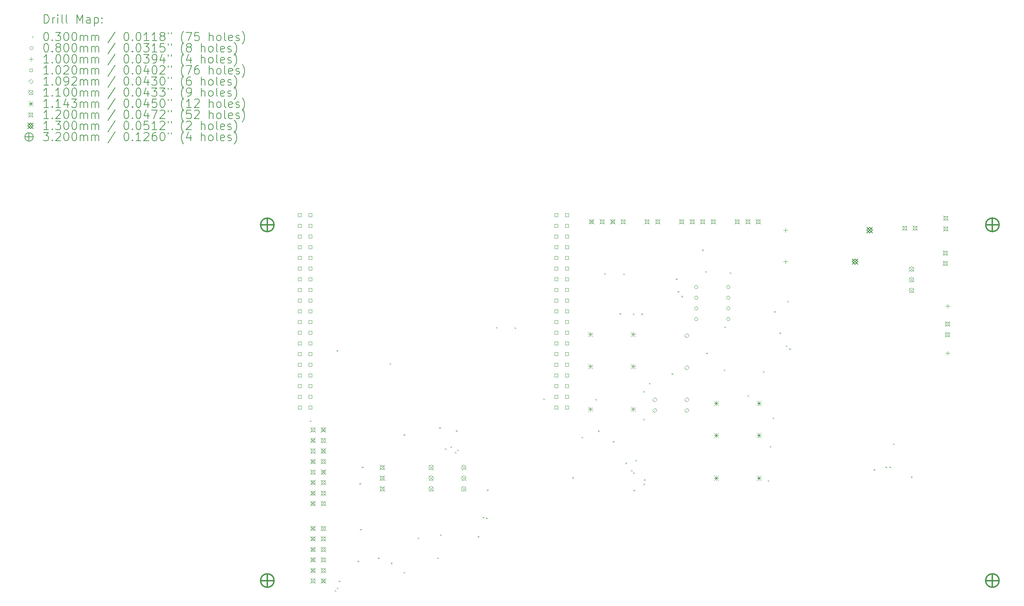
<source format=gbr>
%TF.GenerationSoftware,KiCad,Pcbnew,8.0.5*%
%TF.CreationDate,2025-01-15T23:09:15-08:00*%
%TF.ProjectId,Accumulator_Board,41636375-6d75-46c6-9174-6f725f426f61,V1.2*%
%TF.SameCoordinates,Original*%
%TF.FileFunction,Drillmap*%
%TF.FilePolarity,Positive*%
%FSLAX45Y45*%
G04 Gerber Fmt 4.5, Leading zero omitted, Abs format (unit mm)*
G04 Created by KiCad (PCBNEW 8.0.5) date 2025-01-15 23:09:15*
%MOMM*%
%LPD*%
G01*
G04 APERTURE LIST*
%ADD10C,0.200000*%
%ADD11C,0.100000*%
%ADD12C,0.102000*%
%ADD13C,0.109220*%
%ADD14C,0.110000*%
%ADD15C,0.114300*%
%ADD16C,0.120000*%
%ADD17C,0.130000*%
%ADD18C,0.320000*%
G04 APERTURE END LIST*
D10*
D11*
X6575750Y-9751670D02*
X6605750Y-9781670D01*
X6605750Y-9751670D02*
X6575750Y-9781670D01*
X7161936Y-13785865D02*
X7191936Y-13815865D01*
X7191936Y-13785865D02*
X7161936Y-13815865D01*
X7205750Y-8081670D02*
X7235750Y-8111670D01*
X7235750Y-8081670D02*
X7205750Y-8111670D01*
X7215750Y-13726670D02*
X7245750Y-13756670D01*
X7245750Y-13726670D02*
X7215750Y-13756670D01*
X7255750Y-13561670D02*
X7285750Y-13591670D01*
X7285750Y-13561670D02*
X7255750Y-13591670D01*
X7704750Y-13085670D02*
X7734750Y-13115670D01*
X7734750Y-13085670D02*
X7704750Y-13115670D01*
X7745750Y-11241670D02*
X7775750Y-11271670D01*
X7775750Y-11241670D02*
X7745750Y-11271670D01*
X7765750Y-12331670D02*
X7795750Y-12361670D01*
X7795750Y-12331670D02*
X7765750Y-12361670D01*
X7805750Y-10851670D02*
X7835750Y-10881670D01*
X7835750Y-10851670D02*
X7805750Y-10881670D01*
X8185750Y-13011670D02*
X8215750Y-13041670D01*
X8215750Y-13011670D02*
X8185750Y-13041670D01*
X8465750Y-8391670D02*
X8495750Y-8421670D01*
X8495750Y-8391670D02*
X8465750Y-8421670D01*
X8495750Y-13131670D02*
X8525750Y-13161670D01*
X8525750Y-13131670D02*
X8495750Y-13161670D01*
X8795750Y-10081670D02*
X8825750Y-10111670D01*
X8825750Y-10081670D02*
X8795750Y-10111670D01*
X8795750Y-13351670D02*
X8825750Y-13381670D01*
X8825750Y-13351670D02*
X8795750Y-13381670D01*
X9131500Y-12534420D02*
X9161500Y-12564420D01*
X9161500Y-12534420D02*
X9131500Y-12564420D01*
X9595750Y-13011670D02*
X9625750Y-13041670D01*
X9625750Y-13011670D02*
X9595750Y-13041670D01*
X9645750Y-9911670D02*
X9675750Y-9941670D01*
X9675750Y-9911670D02*
X9645750Y-9941670D01*
X9665750Y-12461670D02*
X9695750Y-12491670D01*
X9695750Y-12461670D02*
X9665750Y-12491670D01*
X9779736Y-10415656D02*
X9809736Y-10445656D01*
X9809736Y-10415656D02*
X9779736Y-10445656D01*
X9910547Y-10366873D02*
X9940547Y-10396873D01*
X9940547Y-10366873D02*
X9910547Y-10396873D01*
X10015750Y-10501670D02*
X10045750Y-10531670D01*
X10045750Y-10501670D02*
X10015750Y-10531670D01*
X10039883Y-9985803D02*
X10069883Y-10015803D01*
X10069883Y-9985803D02*
X10039883Y-10015803D01*
X10072615Y-10444089D02*
X10102615Y-10474089D01*
X10102615Y-10444089D02*
X10072615Y-10474089D01*
X10555750Y-12501670D02*
X10585750Y-12531670D01*
X10585750Y-12501670D02*
X10555750Y-12531670D01*
X10675750Y-12046523D02*
X10705750Y-12076523D01*
X10705750Y-12046523D02*
X10675750Y-12076523D01*
X10753941Y-12063442D02*
X10783941Y-12093442D01*
X10783941Y-12063442D02*
X10753941Y-12093442D01*
X10775750Y-11391670D02*
X10805750Y-11421670D01*
X10805750Y-11391670D02*
X10775750Y-11421670D01*
X10995750Y-7531670D02*
X11025750Y-7561670D01*
X11025750Y-7531670D02*
X10995750Y-7561670D01*
X11435750Y-7541670D02*
X11465750Y-7571670D01*
X11465750Y-7541670D02*
X11435750Y-7571670D01*
X12115750Y-9231670D02*
X12145750Y-9261670D01*
X12145750Y-9231670D02*
X12115750Y-9261670D01*
X12805750Y-11101670D02*
X12835750Y-11131670D01*
X12835750Y-11101670D02*
X12805750Y-11131670D01*
X13025750Y-10141670D02*
X13055750Y-10171670D01*
X13055750Y-10141670D02*
X13025750Y-10171670D01*
X13355750Y-9241670D02*
X13385750Y-9271670D01*
X13385750Y-9241670D02*
X13355750Y-9271670D01*
X13413710Y-9993710D02*
X13443710Y-10023710D01*
X13443710Y-9993710D02*
X13413710Y-10023710D01*
X13565750Y-6251670D02*
X13595750Y-6281670D01*
X13595750Y-6251670D02*
X13565750Y-6281670D01*
X13765750Y-10241670D02*
X13795750Y-10271670D01*
X13795750Y-10241670D02*
X13765750Y-10271670D01*
X13925750Y-7201670D02*
X13955750Y-7231670D01*
X13955750Y-7201670D02*
X13925750Y-7231670D01*
X14015750Y-6261670D02*
X14045750Y-6291670D01*
X14045750Y-6261670D02*
X14015750Y-6291670D01*
X14065750Y-10751670D02*
X14095750Y-10781670D01*
X14095750Y-10751670D02*
X14065750Y-10781670D01*
X14198133Y-10930505D02*
X14228133Y-10960505D01*
X14228133Y-10930505D02*
X14198133Y-10960505D01*
X14245750Y-7211670D02*
X14275750Y-7241670D01*
X14275750Y-7211670D02*
X14245750Y-7241670D01*
X14254702Y-10987073D02*
X14284702Y-11017073D01*
X14284702Y-10987073D02*
X14254702Y-11017073D01*
X14255750Y-11401670D02*
X14285750Y-11431670D01*
X14285750Y-11401670D02*
X14255750Y-11431670D01*
X14305750Y-10691670D02*
X14335750Y-10721670D01*
X14335750Y-10691670D02*
X14305750Y-10721670D01*
X14445750Y-7211670D02*
X14475750Y-7241670D01*
X14475750Y-7211670D02*
X14445750Y-7241670D01*
X14495750Y-9051670D02*
X14525750Y-9081670D01*
X14525750Y-9051670D02*
X14495750Y-9081670D01*
X14495750Y-9711670D02*
X14525750Y-9741670D01*
X14525750Y-9711670D02*
X14495750Y-9741670D01*
X14495750Y-11251670D02*
X14525750Y-11281670D01*
X14525750Y-11251670D02*
X14495750Y-11281670D01*
X14505750Y-11151670D02*
X14535750Y-11181670D01*
X14535750Y-11151670D02*
X14505750Y-11181670D01*
X14625750Y-8861670D02*
X14655750Y-8891670D01*
X14655750Y-8861670D02*
X14625750Y-8891670D01*
X15165750Y-8631670D02*
X15195750Y-8661670D01*
X15195750Y-8631670D02*
X15165750Y-8661670D01*
X15265750Y-6381670D02*
X15295750Y-6411670D01*
X15295750Y-6381670D02*
X15265750Y-6411670D01*
X15307750Y-6677670D02*
X15337750Y-6707670D01*
X15337750Y-6677670D02*
X15307750Y-6707670D01*
X15395750Y-6789670D02*
X15425750Y-6819670D01*
X15425750Y-6789670D02*
X15395750Y-6819670D01*
X15885750Y-5691670D02*
X15915750Y-5721670D01*
X15915750Y-5691670D02*
X15885750Y-5721670D01*
X15965750Y-6201670D02*
X15995750Y-6231670D01*
X15995750Y-6201670D02*
X15965750Y-6231670D01*
X15985750Y-8141670D02*
X16015750Y-8171670D01*
X16015750Y-8141670D02*
X15985750Y-8171670D01*
X16405750Y-8541670D02*
X16435750Y-8571670D01*
X16435750Y-8541670D02*
X16405750Y-8571670D01*
X16415750Y-7519670D02*
X16445750Y-7549670D01*
X16445750Y-7519670D02*
X16415750Y-7549670D01*
X16545750Y-6231670D02*
X16575750Y-6261670D01*
X16575750Y-6231670D02*
X16545750Y-6261670D01*
X16965750Y-9151670D02*
X16995750Y-9181670D01*
X16995750Y-9151670D02*
X16965750Y-9181670D01*
X17335750Y-8581670D02*
X17365750Y-8611670D01*
X17365750Y-8581670D02*
X17335750Y-8611670D01*
X17445750Y-11171670D02*
X17475750Y-11201670D01*
X17475750Y-11171670D02*
X17445750Y-11201670D01*
X17496195Y-10361670D02*
X17526195Y-10391670D01*
X17526195Y-10361670D02*
X17496195Y-10391670D01*
X17565750Y-9681670D02*
X17595750Y-9711670D01*
X17595750Y-9681670D02*
X17565750Y-9711670D01*
X17596750Y-7156670D02*
X17626750Y-7186670D01*
X17626750Y-7156670D02*
X17596750Y-7186670D01*
X17725750Y-7661670D02*
X17755750Y-7691670D01*
X17755750Y-7661670D02*
X17725750Y-7691670D01*
X17875750Y-7971670D02*
X17905750Y-8001670D01*
X17905750Y-7971670D02*
X17875750Y-8001670D01*
X17916500Y-6911190D02*
X17946500Y-6941190D01*
X17946500Y-6911190D02*
X17916500Y-6941190D01*
X17955750Y-8041670D02*
X17985750Y-8071670D01*
X17985750Y-8041670D02*
X17955750Y-8071670D01*
X19965750Y-10911300D02*
X19995750Y-10941300D01*
X19995750Y-10911300D02*
X19965750Y-10941300D01*
X20245750Y-10851300D02*
X20275750Y-10881300D01*
X20275750Y-10851300D02*
X20245750Y-10881300D01*
X20335750Y-10851670D02*
X20365750Y-10881670D01*
X20365750Y-10851670D02*
X20335750Y-10881670D01*
X20425750Y-10301670D02*
X20455750Y-10331670D01*
X20455750Y-10301670D02*
X20425750Y-10331670D01*
X20849500Y-11085420D02*
X20879500Y-11115420D01*
X20879500Y-11085420D02*
X20849500Y-11115420D01*
X15788750Y-6582670D02*
G75*
G02*
X15708750Y-6582670I-40000J0D01*
G01*
X15708750Y-6582670D02*
G75*
G02*
X15788750Y-6582670I40000J0D01*
G01*
X15788750Y-6836670D02*
G75*
G02*
X15708750Y-6836670I-40000J0D01*
G01*
X15708750Y-6836670D02*
G75*
G02*
X15788750Y-6836670I40000J0D01*
G01*
X15788750Y-7090670D02*
G75*
G02*
X15708750Y-7090670I-40000J0D01*
G01*
X15708750Y-7090670D02*
G75*
G02*
X15788750Y-7090670I40000J0D01*
G01*
X15788750Y-7344670D02*
G75*
G02*
X15708750Y-7344670I-40000J0D01*
G01*
X15708750Y-7344670D02*
G75*
G02*
X15788750Y-7344670I40000J0D01*
G01*
X16550750Y-6582670D02*
G75*
G02*
X16470750Y-6582670I-40000J0D01*
G01*
X16470750Y-6582670D02*
G75*
G02*
X16550750Y-6582670I40000J0D01*
G01*
X16550750Y-6836670D02*
G75*
G02*
X16470750Y-6836670I-40000J0D01*
G01*
X16470750Y-6836670D02*
G75*
G02*
X16550750Y-6836670I40000J0D01*
G01*
X16550750Y-7090670D02*
G75*
G02*
X16470750Y-7090670I-40000J0D01*
G01*
X16470750Y-7090670D02*
G75*
G02*
X16550750Y-7090670I40000J0D01*
G01*
X16550750Y-7344670D02*
G75*
G02*
X16470750Y-7344670I-40000J0D01*
G01*
X16470750Y-7344670D02*
G75*
G02*
X16550750Y-7344670I40000J0D01*
G01*
X17870750Y-5180670D02*
X17870750Y-5280670D01*
X17820750Y-5230670D02*
X17920750Y-5230670D01*
X17870750Y-5930670D02*
X17870750Y-6030670D01*
X17820750Y-5980670D02*
X17920750Y-5980670D01*
X21720750Y-6986670D02*
X21720750Y-7086670D01*
X21670750Y-7036670D02*
X21770750Y-7036670D01*
X21720750Y-8106670D02*
X21720750Y-8206670D01*
X21670750Y-8156670D02*
X21770750Y-8156670D01*
D12*
X6360813Y-4908733D02*
X6360813Y-4836607D01*
X6288687Y-4836607D01*
X6288687Y-4908733D01*
X6360813Y-4908733D01*
X6360813Y-5162733D02*
X6360813Y-5090607D01*
X6288687Y-5090607D01*
X6288687Y-5162733D01*
X6360813Y-5162733D01*
X6360813Y-5416733D02*
X6360813Y-5344607D01*
X6288687Y-5344607D01*
X6288687Y-5416733D01*
X6360813Y-5416733D01*
X6360813Y-5670733D02*
X6360813Y-5598607D01*
X6288687Y-5598607D01*
X6288687Y-5670733D01*
X6360813Y-5670733D01*
X6360813Y-5924733D02*
X6360813Y-5852607D01*
X6288687Y-5852607D01*
X6288687Y-5924733D01*
X6360813Y-5924733D01*
X6360813Y-6178733D02*
X6360813Y-6106607D01*
X6288687Y-6106607D01*
X6288687Y-6178733D01*
X6360813Y-6178733D01*
X6360813Y-6432733D02*
X6360813Y-6360607D01*
X6288687Y-6360607D01*
X6288687Y-6432733D01*
X6360813Y-6432733D01*
X6360813Y-6686733D02*
X6360813Y-6614607D01*
X6288687Y-6614607D01*
X6288687Y-6686733D01*
X6360813Y-6686733D01*
X6360813Y-6940733D02*
X6360813Y-6868607D01*
X6288687Y-6868607D01*
X6288687Y-6940733D01*
X6360813Y-6940733D01*
X6360813Y-7194733D02*
X6360813Y-7122607D01*
X6288687Y-7122607D01*
X6288687Y-7194733D01*
X6360813Y-7194733D01*
X6360813Y-7448733D02*
X6360813Y-7376607D01*
X6288687Y-7376607D01*
X6288687Y-7448733D01*
X6360813Y-7448733D01*
X6360813Y-7702733D02*
X6360813Y-7630607D01*
X6288687Y-7630607D01*
X6288687Y-7702733D01*
X6360813Y-7702733D01*
X6360813Y-7956733D02*
X6360813Y-7884607D01*
X6288687Y-7884607D01*
X6288687Y-7956733D01*
X6360813Y-7956733D01*
X6360813Y-8210733D02*
X6360813Y-8138607D01*
X6288687Y-8138607D01*
X6288687Y-8210733D01*
X6360813Y-8210733D01*
X6360813Y-8464733D02*
X6360813Y-8392607D01*
X6288687Y-8392607D01*
X6288687Y-8464733D01*
X6360813Y-8464733D01*
X6360813Y-8718733D02*
X6360813Y-8646607D01*
X6288687Y-8646607D01*
X6288687Y-8718733D01*
X6360813Y-8718733D01*
X6360813Y-8972733D02*
X6360813Y-8900607D01*
X6288687Y-8900607D01*
X6288687Y-8972733D01*
X6360813Y-8972733D01*
X6360813Y-9226733D02*
X6360813Y-9154607D01*
X6288687Y-9154607D01*
X6288687Y-9226733D01*
X6360813Y-9226733D01*
X6360813Y-9480733D02*
X6360813Y-9408607D01*
X6288687Y-9408607D01*
X6288687Y-9480733D01*
X6360813Y-9480733D01*
X6614813Y-4908733D02*
X6614813Y-4836607D01*
X6542687Y-4836607D01*
X6542687Y-4908733D01*
X6614813Y-4908733D01*
X6614813Y-5162733D02*
X6614813Y-5090607D01*
X6542687Y-5090607D01*
X6542687Y-5162733D01*
X6614813Y-5162733D01*
X6614813Y-5416733D02*
X6614813Y-5344607D01*
X6542687Y-5344607D01*
X6542687Y-5416733D01*
X6614813Y-5416733D01*
X6614813Y-5670733D02*
X6614813Y-5598607D01*
X6542687Y-5598607D01*
X6542687Y-5670733D01*
X6614813Y-5670733D01*
X6614813Y-5924733D02*
X6614813Y-5852607D01*
X6542687Y-5852607D01*
X6542687Y-5924733D01*
X6614813Y-5924733D01*
X6614813Y-6178733D02*
X6614813Y-6106607D01*
X6542687Y-6106607D01*
X6542687Y-6178733D01*
X6614813Y-6178733D01*
X6614813Y-6432733D02*
X6614813Y-6360607D01*
X6542687Y-6360607D01*
X6542687Y-6432733D01*
X6614813Y-6432733D01*
X6614813Y-6686733D02*
X6614813Y-6614607D01*
X6542687Y-6614607D01*
X6542687Y-6686733D01*
X6614813Y-6686733D01*
X6614813Y-6940733D02*
X6614813Y-6868607D01*
X6542687Y-6868607D01*
X6542687Y-6940733D01*
X6614813Y-6940733D01*
X6614813Y-7194733D02*
X6614813Y-7122607D01*
X6542687Y-7122607D01*
X6542687Y-7194733D01*
X6614813Y-7194733D01*
X6614813Y-7448733D02*
X6614813Y-7376607D01*
X6542687Y-7376607D01*
X6542687Y-7448733D01*
X6614813Y-7448733D01*
X6614813Y-7702733D02*
X6614813Y-7630607D01*
X6542687Y-7630607D01*
X6542687Y-7702733D01*
X6614813Y-7702733D01*
X6614813Y-7956733D02*
X6614813Y-7884607D01*
X6542687Y-7884607D01*
X6542687Y-7956733D01*
X6614813Y-7956733D01*
X6614813Y-8210733D02*
X6614813Y-8138607D01*
X6542687Y-8138607D01*
X6542687Y-8210733D01*
X6614813Y-8210733D01*
X6614813Y-8464733D02*
X6614813Y-8392607D01*
X6542687Y-8392607D01*
X6542687Y-8464733D01*
X6614813Y-8464733D01*
X6614813Y-8718733D02*
X6614813Y-8646607D01*
X6542687Y-8646607D01*
X6542687Y-8718733D01*
X6614813Y-8718733D01*
X6614813Y-8972733D02*
X6614813Y-8900607D01*
X6542687Y-8900607D01*
X6542687Y-8972733D01*
X6614813Y-8972733D01*
X6614813Y-9226733D02*
X6614813Y-9154607D01*
X6542687Y-9154607D01*
X6542687Y-9226733D01*
X6614813Y-9226733D01*
X6614813Y-9480733D02*
X6614813Y-9408607D01*
X6542687Y-9408607D01*
X6542687Y-9480733D01*
X6614813Y-9480733D01*
X12456813Y-4908733D02*
X12456813Y-4836607D01*
X12384687Y-4836607D01*
X12384687Y-4908733D01*
X12456813Y-4908733D01*
X12456813Y-5162733D02*
X12456813Y-5090607D01*
X12384687Y-5090607D01*
X12384687Y-5162733D01*
X12456813Y-5162733D01*
X12456813Y-5416733D02*
X12456813Y-5344607D01*
X12384687Y-5344607D01*
X12384687Y-5416733D01*
X12456813Y-5416733D01*
X12456813Y-5670733D02*
X12456813Y-5598607D01*
X12384687Y-5598607D01*
X12384687Y-5670733D01*
X12456813Y-5670733D01*
X12456813Y-5924733D02*
X12456813Y-5852607D01*
X12384687Y-5852607D01*
X12384687Y-5924733D01*
X12456813Y-5924733D01*
X12456813Y-6178733D02*
X12456813Y-6106607D01*
X12384687Y-6106607D01*
X12384687Y-6178733D01*
X12456813Y-6178733D01*
X12456813Y-6432733D02*
X12456813Y-6360607D01*
X12384687Y-6360607D01*
X12384687Y-6432733D01*
X12456813Y-6432733D01*
X12456813Y-6686733D02*
X12456813Y-6614607D01*
X12384687Y-6614607D01*
X12384687Y-6686733D01*
X12456813Y-6686733D01*
X12456813Y-6940733D02*
X12456813Y-6868607D01*
X12384687Y-6868607D01*
X12384687Y-6940733D01*
X12456813Y-6940733D01*
X12456813Y-7194733D02*
X12456813Y-7122607D01*
X12384687Y-7122607D01*
X12384687Y-7194733D01*
X12456813Y-7194733D01*
X12456813Y-7448733D02*
X12456813Y-7376607D01*
X12384687Y-7376607D01*
X12384687Y-7448733D01*
X12456813Y-7448733D01*
X12456813Y-7702733D02*
X12456813Y-7630607D01*
X12384687Y-7630607D01*
X12384687Y-7702733D01*
X12456813Y-7702733D01*
X12456813Y-7956733D02*
X12456813Y-7884607D01*
X12384687Y-7884607D01*
X12384687Y-7956733D01*
X12456813Y-7956733D01*
X12456813Y-8210733D02*
X12456813Y-8138607D01*
X12384687Y-8138607D01*
X12384687Y-8210733D01*
X12456813Y-8210733D01*
X12456813Y-8464733D02*
X12456813Y-8392607D01*
X12384687Y-8392607D01*
X12384687Y-8464733D01*
X12456813Y-8464733D01*
X12456813Y-8718733D02*
X12456813Y-8646607D01*
X12384687Y-8646607D01*
X12384687Y-8718733D01*
X12456813Y-8718733D01*
X12456813Y-8972733D02*
X12456813Y-8900607D01*
X12384687Y-8900607D01*
X12384687Y-8972733D01*
X12456813Y-8972733D01*
X12456813Y-9226733D02*
X12456813Y-9154607D01*
X12384687Y-9154607D01*
X12384687Y-9226733D01*
X12456813Y-9226733D01*
X12456813Y-9480733D02*
X12456813Y-9408607D01*
X12384687Y-9408607D01*
X12384687Y-9480733D01*
X12456813Y-9480733D01*
X12710813Y-4908733D02*
X12710813Y-4836607D01*
X12638687Y-4836607D01*
X12638687Y-4908733D01*
X12710813Y-4908733D01*
X12710813Y-5162733D02*
X12710813Y-5090607D01*
X12638687Y-5090607D01*
X12638687Y-5162733D01*
X12710813Y-5162733D01*
X12710813Y-5416733D02*
X12710813Y-5344607D01*
X12638687Y-5344607D01*
X12638687Y-5416733D01*
X12710813Y-5416733D01*
X12710813Y-5670733D02*
X12710813Y-5598607D01*
X12638687Y-5598607D01*
X12638687Y-5670733D01*
X12710813Y-5670733D01*
X12710813Y-5924733D02*
X12710813Y-5852607D01*
X12638687Y-5852607D01*
X12638687Y-5924733D01*
X12710813Y-5924733D01*
X12710813Y-6178733D02*
X12710813Y-6106607D01*
X12638687Y-6106607D01*
X12638687Y-6178733D01*
X12710813Y-6178733D01*
X12710813Y-6432733D02*
X12710813Y-6360607D01*
X12638687Y-6360607D01*
X12638687Y-6432733D01*
X12710813Y-6432733D01*
X12710813Y-6686733D02*
X12710813Y-6614607D01*
X12638687Y-6614607D01*
X12638687Y-6686733D01*
X12710813Y-6686733D01*
X12710813Y-6940733D02*
X12710813Y-6868607D01*
X12638687Y-6868607D01*
X12638687Y-6940733D01*
X12710813Y-6940733D01*
X12710813Y-7194733D02*
X12710813Y-7122607D01*
X12638687Y-7122607D01*
X12638687Y-7194733D01*
X12710813Y-7194733D01*
X12710813Y-7448733D02*
X12710813Y-7376607D01*
X12638687Y-7376607D01*
X12638687Y-7448733D01*
X12710813Y-7448733D01*
X12710813Y-7702733D02*
X12710813Y-7630607D01*
X12638687Y-7630607D01*
X12638687Y-7702733D01*
X12710813Y-7702733D01*
X12710813Y-7956733D02*
X12710813Y-7884607D01*
X12638687Y-7884607D01*
X12638687Y-7956733D01*
X12710813Y-7956733D01*
X12710813Y-8210733D02*
X12710813Y-8138607D01*
X12638687Y-8138607D01*
X12638687Y-8210733D01*
X12710813Y-8210733D01*
X12710813Y-8464733D02*
X12710813Y-8392607D01*
X12638687Y-8392607D01*
X12638687Y-8464733D01*
X12710813Y-8464733D01*
X12710813Y-8718733D02*
X12710813Y-8646607D01*
X12638687Y-8646607D01*
X12638687Y-8718733D01*
X12710813Y-8718733D01*
X12710813Y-8972733D02*
X12710813Y-8900607D01*
X12638687Y-8900607D01*
X12638687Y-8972733D01*
X12710813Y-8972733D01*
X12710813Y-9226733D02*
X12710813Y-9154607D01*
X12638687Y-9154607D01*
X12638687Y-9226733D01*
X12710813Y-9226733D01*
X12710813Y-9480733D02*
X12710813Y-9408607D01*
X12638687Y-9408607D01*
X12638687Y-9480733D01*
X12710813Y-9480733D01*
D13*
X14759750Y-9312880D02*
X14814360Y-9258270D01*
X14759750Y-9203660D01*
X14705140Y-9258270D01*
X14759750Y-9312880D01*
X14759750Y-9566880D02*
X14814360Y-9512270D01*
X14759750Y-9457660D01*
X14705140Y-9512270D01*
X14759750Y-9566880D01*
X15521750Y-7788880D02*
X15576360Y-7734270D01*
X15521750Y-7679660D01*
X15467140Y-7734270D01*
X15521750Y-7788880D01*
X15521750Y-8550880D02*
X15576360Y-8496270D01*
X15521750Y-8441660D01*
X15467140Y-8496270D01*
X15521750Y-8550880D01*
X15521750Y-9312880D02*
X15576360Y-9258270D01*
X15521750Y-9203660D01*
X15467140Y-9258270D01*
X15521750Y-9312880D01*
X15521750Y-9566880D02*
X15576360Y-9512270D01*
X15521750Y-9457660D01*
X15467140Y-9512270D01*
X15521750Y-9566880D01*
D14*
X9396500Y-10815920D02*
X9506500Y-10925920D01*
X9506500Y-10815920D02*
X9396500Y-10925920D01*
X9506500Y-10870920D02*
G75*
G02*
X9396500Y-10870920I-55000J0D01*
G01*
X9396500Y-10870920D02*
G75*
G02*
X9506500Y-10870920I55000J0D01*
G01*
X9396500Y-11069920D02*
X9506500Y-11179920D01*
X9506500Y-11069920D02*
X9396500Y-11179920D01*
X9506500Y-11124920D02*
G75*
G02*
X9396500Y-11124920I-55000J0D01*
G01*
X9396500Y-11124920D02*
G75*
G02*
X9506500Y-11124920I55000J0D01*
G01*
X9396500Y-11323920D02*
X9506500Y-11433920D01*
X9506500Y-11323920D02*
X9396500Y-11433920D01*
X9506500Y-11378920D02*
G75*
G02*
X9396500Y-11378920I-55000J0D01*
G01*
X9396500Y-11378920D02*
G75*
G02*
X9506500Y-11378920I55000J0D01*
G01*
X10171000Y-10815920D02*
X10281000Y-10925920D01*
X10281000Y-10815920D02*
X10171000Y-10925920D01*
X10281000Y-10870920D02*
G75*
G02*
X10171000Y-10870920I-55000J0D01*
G01*
X10171000Y-10870920D02*
G75*
G02*
X10281000Y-10870920I55000J0D01*
G01*
X10171000Y-11069920D02*
X10281000Y-11179920D01*
X10281000Y-11069920D02*
X10171000Y-11179920D01*
X10281000Y-11124920D02*
G75*
G02*
X10171000Y-11124920I-55000J0D01*
G01*
X10171000Y-11124920D02*
G75*
G02*
X10281000Y-11124920I55000J0D01*
G01*
X10171000Y-11323920D02*
X10281000Y-11433920D01*
X10281000Y-11323920D02*
X10171000Y-11433920D01*
X10281000Y-11378920D02*
G75*
G02*
X10171000Y-11378920I-55000J0D01*
G01*
X10171000Y-11378920D02*
G75*
G02*
X10281000Y-11378920I55000J0D01*
G01*
X20808375Y-6099545D02*
X20918375Y-6209545D01*
X20918375Y-6099545D02*
X20808375Y-6209545D01*
X20918375Y-6154545D02*
G75*
G02*
X20808375Y-6154545I-55000J0D01*
G01*
X20808375Y-6154545D02*
G75*
G02*
X20918375Y-6154545I55000J0D01*
G01*
X20808375Y-6353545D02*
X20918375Y-6463545D01*
X20918375Y-6353545D02*
X20808375Y-6463545D01*
X20918375Y-6408545D02*
G75*
G02*
X20808375Y-6408545I-55000J0D01*
G01*
X20808375Y-6408545D02*
G75*
G02*
X20918375Y-6408545I55000J0D01*
G01*
X20808375Y-6607545D02*
X20918375Y-6717545D01*
X20918375Y-6607545D02*
X20808375Y-6717545D01*
X20918375Y-6662545D02*
G75*
G02*
X20808375Y-6662545I-55000J0D01*
G01*
X20808375Y-6662545D02*
G75*
G02*
X20918375Y-6662545I55000J0D01*
G01*
D15*
X13176600Y-7650850D02*
X13290900Y-7765150D01*
X13290900Y-7650850D02*
X13176600Y-7765150D01*
X13233750Y-7650850D02*
X13233750Y-7765150D01*
X13176600Y-7708000D02*
X13290900Y-7708000D01*
X13176600Y-8412850D02*
X13290900Y-8527150D01*
X13290900Y-8412850D02*
X13176600Y-8527150D01*
X13233750Y-8412850D02*
X13233750Y-8527150D01*
X13176600Y-8470000D02*
X13290900Y-8470000D01*
X13176600Y-9428850D02*
X13290900Y-9543150D01*
X13290900Y-9428850D02*
X13176600Y-9543150D01*
X13233750Y-9428850D02*
X13233750Y-9543150D01*
X13176600Y-9486000D02*
X13290900Y-9486000D01*
X14192600Y-7650850D02*
X14306900Y-7765150D01*
X14306900Y-7650850D02*
X14192600Y-7765150D01*
X14249750Y-7650850D02*
X14249750Y-7765150D01*
X14192600Y-7708000D02*
X14306900Y-7708000D01*
X14192600Y-8412850D02*
X14306900Y-8527150D01*
X14306900Y-8412850D02*
X14192600Y-8527150D01*
X14249750Y-8412850D02*
X14249750Y-8527150D01*
X14192600Y-8470000D02*
X14306900Y-8470000D01*
X14192600Y-9428850D02*
X14306900Y-9543150D01*
X14306900Y-9428850D02*
X14192600Y-9543150D01*
X14249750Y-9428850D02*
X14249750Y-9543150D01*
X14192600Y-9486000D02*
X14306900Y-9486000D01*
X16165600Y-9289250D02*
X16279900Y-9403550D01*
X16279900Y-9289250D02*
X16165600Y-9403550D01*
X16222750Y-9289250D02*
X16222750Y-9403550D01*
X16165600Y-9346400D02*
X16279900Y-9346400D01*
X16165600Y-10051250D02*
X16279900Y-10165550D01*
X16279900Y-10051250D02*
X16165600Y-10165550D01*
X16222750Y-10051250D02*
X16222750Y-10165550D01*
X16165600Y-10108400D02*
X16279900Y-10108400D01*
X16165600Y-11067250D02*
X16279900Y-11181550D01*
X16279900Y-11067250D02*
X16165600Y-11181550D01*
X16222750Y-11067250D02*
X16222750Y-11181550D01*
X16165600Y-11124400D02*
X16279900Y-11124400D01*
X17181600Y-9289250D02*
X17295900Y-9403550D01*
X17295900Y-9289250D02*
X17181600Y-9403550D01*
X17238750Y-9289250D02*
X17238750Y-9403550D01*
X17181600Y-9346400D02*
X17295900Y-9346400D01*
X17181600Y-10051250D02*
X17295900Y-10165550D01*
X17295900Y-10051250D02*
X17181600Y-10165550D01*
X17238750Y-10051250D02*
X17238750Y-10165550D01*
X17181600Y-10108400D02*
X17295900Y-10108400D01*
X17181600Y-11067250D02*
X17295900Y-11181550D01*
X17295900Y-11067250D02*
X17181600Y-11181550D01*
X17238750Y-11067250D02*
X17238750Y-11181550D01*
X17181600Y-11124400D02*
X17295900Y-11124400D01*
D16*
X6580750Y-9916670D02*
X6700750Y-10036670D01*
X6700750Y-9916670D02*
X6580750Y-10036670D01*
X6683177Y-10019097D02*
X6683177Y-9934243D01*
X6598323Y-9934243D01*
X6598323Y-10019097D01*
X6683177Y-10019097D01*
X6580750Y-10166670D02*
X6700750Y-10286670D01*
X6700750Y-10166670D02*
X6580750Y-10286670D01*
X6683177Y-10269097D02*
X6683177Y-10184243D01*
X6598323Y-10184243D01*
X6598323Y-10269097D01*
X6683177Y-10269097D01*
X6580750Y-10416670D02*
X6700750Y-10536670D01*
X6700750Y-10416670D02*
X6580750Y-10536670D01*
X6683177Y-10519097D02*
X6683177Y-10434243D01*
X6598323Y-10434243D01*
X6598323Y-10519097D01*
X6683177Y-10519097D01*
X6580750Y-10666670D02*
X6700750Y-10786670D01*
X6700750Y-10666670D02*
X6580750Y-10786670D01*
X6683177Y-10769097D02*
X6683177Y-10684243D01*
X6598323Y-10684243D01*
X6598323Y-10769097D01*
X6683177Y-10769097D01*
X6580750Y-10916670D02*
X6700750Y-11036670D01*
X6700750Y-10916670D02*
X6580750Y-11036670D01*
X6683177Y-11019097D02*
X6683177Y-10934243D01*
X6598323Y-10934243D01*
X6598323Y-11019097D01*
X6683177Y-11019097D01*
X6580750Y-11166670D02*
X6700750Y-11286670D01*
X6700750Y-11166670D02*
X6580750Y-11286670D01*
X6683177Y-11269097D02*
X6683177Y-11184243D01*
X6598323Y-11184243D01*
X6598323Y-11269097D01*
X6683177Y-11269097D01*
X6580750Y-11416670D02*
X6700750Y-11536670D01*
X6700750Y-11416670D02*
X6580750Y-11536670D01*
X6683177Y-11519097D02*
X6683177Y-11434243D01*
X6598323Y-11434243D01*
X6598323Y-11519097D01*
X6683177Y-11519097D01*
X6580750Y-11666670D02*
X6700750Y-11786670D01*
X6700750Y-11666670D02*
X6580750Y-11786670D01*
X6683177Y-11769097D02*
X6683177Y-11684243D01*
X6598323Y-11684243D01*
X6598323Y-11769097D01*
X6683177Y-11769097D01*
X6580750Y-12256670D02*
X6700750Y-12376670D01*
X6700750Y-12256670D02*
X6580750Y-12376670D01*
X6683177Y-12359097D02*
X6683177Y-12274243D01*
X6598323Y-12274243D01*
X6598323Y-12359097D01*
X6683177Y-12359097D01*
X6580750Y-12506670D02*
X6700750Y-12626670D01*
X6700750Y-12506670D02*
X6580750Y-12626670D01*
X6683177Y-12609097D02*
X6683177Y-12524243D01*
X6598323Y-12524243D01*
X6598323Y-12609097D01*
X6683177Y-12609097D01*
X6580750Y-12756670D02*
X6700750Y-12876670D01*
X6700750Y-12756670D02*
X6580750Y-12876670D01*
X6683177Y-12859097D02*
X6683177Y-12774243D01*
X6598323Y-12774243D01*
X6598323Y-12859097D01*
X6683177Y-12859097D01*
X6580750Y-13006670D02*
X6700750Y-13126670D01*
X6700750Y-13006670D02*
X6580750Y-13126670D01*
X6683177Y-13109097D02*
X6683177Y-13024243D01*
X6598323Y-13024243D01*
X6598323Y-13109097D01*
X6683177Y-13109097D01*
X6580750Y-13256670D02*
X6700750Y-13376670D01*
X6700750Y-13256670D02*
X6580750Y-13376670D01*
X6683177Y-13359097D02*
X6683177Y-13274243D01*
X6598323Y-13274243D01*
X6598323Y-13359097D01*
X6683177Y-13359097D01*
X6580750Y-13506670D02*
X6700750Y-13626670D01*
X6700750Y-13506670D02*
X6580750Y-13626670D01*
X6683177Y-13609097D02*
X6683177Y-13524243D01*
X6598323Y-13524243D01*
X6598323Y-13609097D01*
X6683177Y-13609097D01*
X6830750Y-9916670D02*
X6950750Y-10036670D01*
X6950750Y-9916670D02*
X6830750Y-10036670D01*
X6933177Y-10019097D02*
X6933177Y-9934243D01*
X6848323Y-9934243D01*
X6848323Y-10019097D01*
X6933177Y-10019097D01*
X6830750Y-10166670D02*
X6950750Y-10286670D01*
X6950750Y-10166670D02*
X6830750Y-10286670D01*
X6933177Y-10269097D02*
X6933177Y-10184243D01*
X6848323Y-10184243D01*
X6848323Y-10269097D01*
X6933177Y-10269097D01*
X6830750Y-10416670D02*
X6950750Y-10536670D01*
X6950750Y-10416670D02*
X6830750Y-10536670D01*
X6933177Y-10519097D02*
X6933177Y-10434243D01*
X6848323Y-10434243D01*
X6848323Y-10519097D01*
X6933177Y-10519097D01*
X6830750Y-10666670D02*
X6950750Y-10786670D01*
X6950750Y-10666670D02*
X6830750Y-10786670D01*
X6933177Y-10769097D02*
X6933177Y-10684243D01*
X6848323Y-10684243D01*
X6848323Y-10769097D01*
X6933177Y-10769097D01*
X6830750Y-10916670D02*
X6950750Y-11036670D01*
X6950750Y-10916670D02*
X6830750Y-11036670D01*
X6933177Y-11019097D02*
X6933177Y-10934243D01*
X6848323Y-10934243D01*
X6848323Y-11019097D01*
X6933177Y-11019097D01*
X6830750Y-11166670D02*
X6950750Y-11286670D01*
X6950750Y-11166670D02*
X6830750Y-11286670D01*
X6933177Y-11269097D02*
X6933177Y-11184243D01*
X6848323Y-11184243D01*
X6848323Y-11269097D01*
X6933177Y-11269097D01*
X6830750Y-11416670D02*
X6950750Y-11536670D01*
X6950750Y-11416670D02*
X6830750Y-11536670D01*
X6933177Y-11519097D02*
X6933177Y-11434243D01*
X6848323Y-11434243D01*
X6848323Y-11519097D01*
X6933177Y-11519097D01*
X6830750Y-11666670D02*
X6950750Y-11786670D01*
X6950750Y-11666670D02*
X6830750Y-11786670D01*
X6933177Y-11769097D02*
X6933177Y-11684243D01*
X6848323Y-11684243D01*
X6848323Y-11769097D01*
X6933177Y-11769097D01*
X6830750Y-12256670D02*
X6950750Y-12376670D01*
X6950750Y-12256670D02*
X6830750Y-12376670D01*
X6933177Y-12359097D02*
X6933177Y-12274243D01*
X6848323Y-12274243D01*
X6848323Y-12359097D01*
X6933177Y-12359097D01*
X6830750Y-12506670D02*
X6950750Y-12626670D01*
X6950750Y-12506670D02*
X6830750Y-12626670D01*
X6933177Y-12609097D02*
X6933177Y-12524243D01*
X6848323Y-12524243D01*
X6848323Y-12609097D01*
X6933177Y-12609097D01*
X6830750Y-12756670D02*
X6950750Y-12876670D01*
X6950750Y-12756670D02*
X6830750Y-12876670D01*
X6933177Y-12859097D02*
X6933177Y-12774243D01*
X6848323Y-12774243D01*
X6848323Y-12859097D01*
X6933177Y-12859097D01*
X6830750Y-13006670D02*
X6950750Y-13126670D01*
X6950750Y-13006670D02*
X6830750Y-13126670D01*
X6933177Y-13109097D02*
X6933177Y-13024243D01*
X6848323Y-13024243D01*
X6848323Y-13109097D01*
X6933177Y-13109097D01*
X6830750Y-13256670D02*
X6950750Y-13376670D01*
X6950750Y-13256670D02*
X6830750Y-13376670D01*
X6933177Y-13359097D02*
X6933177Y-13274243D01*
X6848323Y-13274243D01*
X6848323Y-13359097D01*
X6933177Y-13359097D01*
X6830750Y-13506670D02*
X6950750Y-13626670D01*
X6950750Y-13506670D02*
X6830750Y-13626670D01*
X6933177Y-13609097D02*
X6933177Y-13524243D01*
X6848323Y-13524243D01*
X6848323Y-13609097D01*
X6933177Y-13609097D01*
X8230750Y-10806670D02*
X8350750Y-10926670D01*
X8350750Y-10806670D02*
X8230750Y-10926670D01*
X8333177Y-10909097D02*
X8333177Y-10824243D01*
X8248323Y-10824243D01*
X8248323Y-10909097D01*
X8333177Y-10909097D01*
X8230750Y-11060670D02*
X8350750Y-11180670D01*
X8350750Y-11060670D02*
X8230750Y-11180670D01*
X8333177Y-11163097D02*
X8333177Y-11078243D01*
X8248323Y-11078243D01*
X8248323Y-11163097D01*
X8333177Y-11163097D01*
X8230750Y-11314670D02*
X8350750Y-11434670D01*
X8350750Y-11314670D02*
X8230750Y-11434670D01*
X8333177Y-11417097D02*
X8333177Y-11332243D01*
X8248323Y-11332243D01*
X8248323Y-11417097D01*
X8333177Y-11417097D01*
X13200750Y-4966670D02*
X13320750Y-5086670D01*
X13320750Y-4966670D02*
X13200750Y-5086670D01*
X13303177Y-5069097D02*
X13303177Y-4984243D01*
X13218323Y-4984243D01*
X13218323Y-5069097D01*
X13303177Y-5069097D01*
X13450750Y-4966670D02*
X13570750Y-5086670D01*
X13570750Y-4966670D02*
X13450750Y-5086670D01*
X13553177Y-5069097D02*
X13553177Y-4984243D01*
X13468323Y-4984243D01*
X13468323Y-5069097D01*
X13553177Y-5069097D01*
X13700750Y-4966670D02*
X13820750Y-5086670D01*
X13820750Y-4966670D02*
X13700750Y-5086670D01*
X13803177Y-5069097D02*
X13803177Y-4984243D01*
X13718323Y-4984243D01*
X13718323Y-5069097D01*
X13803177Y-5069097D01*
X13950750Y-4966670D02*
X14070750Y-5086670D01*
X14070750Y-4966670D02*
X13950750Y-5086670D01*
X14053177Y-5069097D02*
X14053177Y-4984243D01*
X13968323Y-4984243D01*
X13968323Y-5069097D01*
X14053177Y-5069097D01*
X14520750Y-4966670D02*
X14640750Y-5086670D01*
X14640750Y-4966670D02*
X14520750Y-5086670D01*
X14623177Y-5069097D02*
X14623177Y-4984243D01*
X14538323Y-4984243D01*
X14538323Y-5069097D01*
X14623177Y-5069097D01*
X14770750Y-4966670D02*
X14890750Y-5086670D01*
X14890750Y-4966670D02*
X14770750Y-5086670D01*
X14873177Y-5069097D02*
X14873177Y-4984243D01*
X14788323Y-4984243D01*
X14788323Y-5069097D01*
X14873177Y-5069097D01*
X15340750Y-4966670D02*
X15460750Y-5086670D01*
X15460750Y-4966670D02*
X15340750Y-5086670D01*
X15443177Y-5069097D02*
X15443177Y-4984243D01*
X15358323Y-4984243D01*
X15358323Y-5069097D01*
X15443177Y-5069097D01*
X15590750Y-4966670D02*
X15710750Y-5086670D01*
X15710750Y-4966670D02*
X15590750Y-5086670D01*
X15693177Y-5069097D02*
X15693177Y-4984243D01*
X15608323Y-4984243D01*
X15608323Y-5069097D01*
X15693177Y-5069097D01*
X15840750Y-4966670D02*
X15960750Y-5086670D01*
X15960750Y-4966670D02*
X15840750Y-5086670D01*
X15943177Y-5069097D02*
X15943177Y-4984243D01*
X15858323Y-4984243D01*
X15858323Y-5069097D01*
X15943177Y-5069097D01*
X16090750Y-4966670D02*
X16210750Y-5086670D01*
X16210750Y-4966670D02*
X16090750Y-5086670D01*
X16193177Y-5069097D02*
X16193177Y-4984243D01*
X16108323Y-4984243D01*
X16108323Y-5069097D01*
X16193177Y-5069097D01*
X16660750Y-4966670D02*
X16780750Y-5086670D01*
X16780750Y-4966670D02*
X16660750Y-5086670D01*
X16763177Y-5069097D02*
X16763177Y-4984243D01*
X16678323Y-4984243D01*
X16678323Y-5069097D01*
X16763177Y-5069097D01*
X16910750Y-4966670D02*
X17030750Y-5086670D01*
X17030750Y-4966670D02*
X16910750Y-5086670D01*
X17013177Y-5069097D02*
X17013177Y-4984243D01*
X16928323Y-4984243D01*
X16928323Y-5069097D01*
X17013177Y-5069097D01*
X17160750Y-4966670D02*
X17280750Y-5086670D01*
X17280750Y-4966670D02*
X17160750Y-5086670D01*
X17263177Y-5069097D02*
X17263177Y-4984243D01*
X17178323Y-4984243D01*
X17178323Y-5069097D01*
X17263177Y-5069097D01*
X20635750Y-5123670D02*
X20755750Y-5243670D01*
X20755750Y-5123670D02*
X20635750Y-5243670D01*
X20738177Y-5226097D02*
X20738177Y-5141243D01*
X20653323Y-5141243D01*
X20653323Y-5226097D01*
X20738177Y-5226097D01*
X20885750Y-5123670D02*
X21005750Y-5243670D01*
X21005750Y-5123670D02*
X20885750Y-5243670D01*
X20988177Y-5226097D02*
X20988177Y-5141243D01*
X20903323Y-5141243D01*
X20903323Y-5226097D01*
X20988177Y-5226097D01*
X21603750Y-5711670D02*
X21723750Y-5831670D01*
X21723750Y-5711670D02*
X21603750Y-5831670D01*
X21706177Y-5814097D02*
X21706177Y-5729243D01*
X21621323Y-5729243D01*
X21621323Y-5814097D01*
X21706177Y-5814097D01*
X21603750Y-5961670D02*
X21723750Y-6081670D01*
X21723750Y-5961670D02*
X21603750Y-6081670D01*
X21706177Y-6064097D02*
X21706177Y-5979243D01*
X21621323Y-5979243D01*
X21621323Y-6064097D01*
X21706177Y-6064097D01*
X21610750Y-4886670D02*
X21730750Y-5006670D01*
X21730750Y-4886670D02*
X21610750Y-5006670D01*
X21713177Y-4989097D02*
X21713177Y-4904243D01*
X21628323Y-4904243D01*
X21628323Y-4989097D01*
X21713177Y-4989097D01*
X21610750Y-5136670D02*
X21730750Y-5256670D01*
X21730750Y-5136670D02*
X21610750Y-5256670D01*
X21713177Y-5239097D02*
X21713177Y-5154243D01*
X21628323Y-5154243D01*
X21628323Y-5239097D01*
X21713177Y-5239097D01*
X21657750Y-7401670D02*
X21777750Y-7521670D01*
X21777750Y-7401670D02*
X21657750Y-7521670D01*
X21760177Y-7504097D02*
X21760177Y-7419243D01*
X21675323Y-7419243D01*
X21675323Y-7504097D01*
X21760177Y-7504097D01*
X21657750Y-7651670D02*
X21777750Y-7771670D01*
X21777750Y-7651670D02*
X21657750Y-7771670D01*
X21760177Y-7754097D02*
X21760177Y-7669243D01*
X21675323Y-7669243D01*
X21675323Y-7754097D01*
X21760177Y-7754097D01*
D17*
X19455750Y-5915670D02*
X19585750Y-6045670D01*
X19585750Y-5915670D02*
X19455750Y-6045670D01*
X19520750Y-6045670D02*
X19585750Y-5980670D01*
X19520750Y-5915670D01*
X19455750Y-5980670D01*
X19520750Y-6045670D01*
X19805750Y-5165670D02*
X19935750Y-5295670D01*
X19935750Y-5165670D02*
X19805750Y-5295670D01*
X19870750Y-5295670D02*
X19935750Y-5230670D01*
X19870750Y-5165670D01*
X19805750Y-5230670D01*
X19870750Y-5295670D01*
D18*
X5560750Y-4946670D02*
X5560750Y-5266670D01*
X5400750Y-5106670D02*
X5720750Y-5106670D01*
X5720750Y-5106670D02*
G75*
G02*
X5400750Y-5106670I-160000J0D01*
G01*
X5400750Y-5106670D02*
G75*
G02*
X5720750Y-5106670I160000J0D01*
G01*
X5560750Y-13398670D02*
X5560750Y-13718670D01*
X5400750Y-13558670D02*
X5720750Y-13558670D01*
X5720750Y-13558670D02*
G75*
G02*
X5400750Y-13558670I-160000J0D01*
G01*
X5400750Y-13558670D02*
G75*
G02*
X5720750Y-13558670I160000J0D01*
G01*
X22784750Y-13398670D02*
X22784750Y-13718670D01*
X22624750Y-13558670D02*
X22944750Y-13558670D01*
X22944750Y-13558670D02*
G75*
G02*
X22624750Y-13558670I-160000J0D01*
G01*
X22624750Y-13558670D02*
G75*
G02*
X22944750Y-13558670I160000J0D01*
G01*
X22785750Y-4944670D02*
X22785750Y-5264670D01*
X22625750Y-5104670D02*
X22945750Y-5104670D01*
X22945750Y-5104670D02*
G75*
G02*
X22625750Y-5104670I-160000J0D01*
G01*
X22625750Y-5104670D02*
G75*
G02*
X22945750Y-5104670I160000J0D01*
G01*
D10*
X260777Y-311484D02*
X260777Y-111484D01*
X260777Y-111484D02*
X308396Y-111484D01*
X308396Y-111484D02*
X336967Y-121008D01*
X336967Y-121008D02*
X356015Y-140055D01*
X356015Y-140055D02*
X365539Y-159103D01*
X365539Y-159103D02*
X375062Y-197198D01*
X375062Y-197198D02*
X375062Y-225769D01*
X375062Y-225769D02*
X365539Y-263865D01*
X365539Y-263865D02*
X356015Y-282912D01*
X356015Y-282912D02*
X336967Y-301960D01*
X336967Y-301960D02*
X308396Y-311484D01*
X308396Y-311484D02*
X260777Y-311484D01*
X460777Y-311484D02*
X460777Y-178150D01*
X460777Y-216246D02*
X470301Y-197198D01*
X470301Y-197198D02*
X479824Y-187674D01*
X479824Y-187674D02*
X498872Y-178150D01*
X498872Y-178150D02*
X517920Y-178150D01*
X584586Y-311484D02*
X584586Y-178150D01*
X584586Y-111484D02*
X575063Y-121008D01*
X575063Y-121008D02*
X584586Y-130531D01*
X584586Y-130531D02*
X594110Y-121008D01*
X594110Y-121008D02*
X584586Y-111484D01*
X584586Y-111484D02*
X584586Y-130531D01*
X708396Y-311484D02*
X689348Y-301960D01*
X689348Y-301960D02*
X679824Y-282912D01*
X679824Y-282912D02*
X679824Y-111484D01*
X813158Y-311484D02*
X794110Y-301960D01*
X794110Y-301960D02*
X784586Y-282912D01*
X784586Y-282912D02*
X784586Y-111484D01*
X1041729Y-311484D02*
X1041729Y-111484D01*
X1041729Y-111484D02*
X1108396Y-254341D01*
X1108396Y-254341D02*
X1175063Y-111484D01*
X1175063Y-111484D02*
X1175063Y-311484D01*
X1356015Y-311484D02*
X1356015Y-206722D01*
X1356015Y-206722D02*
X1346491Y-187674D01*
X1346491Y-187674D02*
X1327444Y-178150D01*
X1327444Y-178150D02*
X1289348Y-178150D01*
X1289348Y-178150D02*
X1270301Y-187674D01*
X1356015Y-301960D02*
X1336967Y-311484D01*
X1336967Y-311484D02*
X1289348Y-311484D01*
X1289348Y-311484D02*
X1270301Y-301960D01*
X1270301Y-301960D02*
X1260777Y-282912D01*
X1260777Y-282912D02*
X1260777Y-263865D01*
X1260777Y-263865D02*
X1270301Y-244817D01*
X1270301Y-244817D02*
X1289348Y-235293D01*
X1289348Y-235293D02*
X1336967Y-235293D01*
X1336967Y-235293D02*
X1356015Y-225769D01*
X1451253Y-178150D02*
X1451253Y-378150D01*
X1451253Y-187674D02*
X1470301Y-178150D01*
X1470301Y-178150D02*
X1508396Y-178150D01*
X1508396Y-178150D02*
X1527443Y-187674D01*
X1527443Y-187674D02*
X1536967Y-197198D01*
X1536967Y-197198D02*
X1546491Y-216246D01*
X1546491Y-216246D02*
X1546491Y-273389D01*
X1546491Y-273389D02*
X1536967Y-292436D01*
X1536967Y-292436D02*
X1527443Y-301960D01*
X1527443Y-301960D02*
X1508396Y-311484D01*
X1508396Y-311484D02*
X1470301Y-311484D01*
X1470301Y-311484D02*
X1451253Y-301960D01*
X1632205Y-292436D02*
X1641729Y-301960D01*
X1641729Y-301960D02*
X1632205Y-311484D01*
X1632205Y-311484D02*
X1622682Y-301960D01*
X1622682Y-301960D02*
X1632205Y-292436D01*
X1632205Y-292436D02*
X1632205Y-311484D01*
X1632205Y-187674D02*
X1641729Y-197198D01*
X1641729Y-197198D02*
X1632205Y-206722D01*
X1632205Y-206722D02*
X1622682Y-197198D01*
X1622682Y-197198D02*
X1632205Y-187674D01*
X1632205Y-187674D02*
X1632205Y-206722D01*
D11*
X-30000Y-625000D02*
X0Y-655000D01*
X0Y-625000D02*
X-30000Y-655000D01*
D10*
X298872Y-531484D02*
X317920Y-531484D01*
X317920Y-531484D02*
X336967Y-541008D01*
X336967Y-541008D02*
X346491Y-550531D01*
X346491Y-550531D02*
X356015Y-569579D01*
X356015Y-569579D02*
X365539Y-607674D01*
X365539Y-607674D02*
X365539Y-655293D01*
X365539Y-655293D02*
X356015Y-693389D01*
X356015Y-693389D02*
X346491Y-712436D01*
X346491Y-712436D02*
X336967Y-721960D01*
X336967Y-721960D02*
X317920Y-731484D01*
X317920Y-731484D02*
X298872Y-731484D01*
X298872Y-731484D02*
X279824Y-721960D01*
X279824Y-721960D02*
X270301Y-712436D01*
X270301Y-712436D02*
X260777Y-693389D01*
X260777Y-693389D02*
X251253Y-655293D01*
X251253Y-655293D02*
X251253Y-607674D01*
X251253Y-607674D02*
X260777Y-569579D01*
X260777Y-569579D02*
X270301Y-550531D01*
X270301Y-550531D02*
X279824Y-541008D01*
X279824Y-541008D02*
X298872Y-531484D01*
X451253Y-712436D02*
X460777Y-721960D01*
X460777Y-721960D02*
X451253Y-731484D01*
X451253Y-731484D02*
X441729Y-721960D01*
X441729Y-721960D02*
X451253Y-712436D01*
X451253Y-712436D02*
X451253Y-731484D01*
X527444Y-531484D02*
X651253Y-531484D01*
X651253Y-531484D02*
X584586Y-607674D01*
X584586Y-607674D02*
X613158Y-607674D01*
X613158Y-607674D02*
X632205Y-617198D01*
X632205Y-617198D02*
X641729Y-626722D01*
X641729Y-626722D02*
X651253Y-645770D01*
X651253Y-645770D02*
X651253Y-693389D01*
X651253Y-693389D02*
X641729Y-712436D01*
X641729Y-712436D02*
X632205Y-721960D01*
X632205Y-721960D02*
X613158Y-731484D01*
X613158Y-731484D02*
X556015Y-731484D01*
X556015Y-731484D02*
X536967Y-721960D01*
X536967Y-721960D02*
X527444Y-712436D01*
X775062Y-531484D02*
X794110Y-531484D01*
X794110Y-531484D02*
X813158Y-541008D01*
X813158Y-541008D02*
X822682Y-550531D01*
X822682Y-550531D02*
X832205Y-569579D01*
X832205Y-569579D02*
X841729Y-607674D01*
X841729Y-607674D02*
X841729Y-655293D01*
X841729Y-655293D02*
X832205Y-693389D01*
X832205Y-693389D02*
X822682Y-712436D01*
X822682Y-712436D02*
X813158Y-721960D01*
X813158Y-721960D02*
X794110Y-731484D01*
X794110Y-731484D02*
X775062Y-731484D01*
X775062Y-731484D02*
X756015Y-721960D01*
X756015Y-721960D02*
X746491Y-712436D01*
X746491Y-712436D02*
X736967Y-693389D01*
X736967Y-693389D02*
X727443Y-655293D01*
X727443Y-655293D02*
X727443Y-607674D01*
X727443Y-607674D02*
X736967Y-569579D01*
X736967Y-569579D02*
X746491Y-550531D01*
X746491Y-550531D02*
X756015Y-541008D01*
X756015Y-541008D02*
X775062Y-531484D01*
X965539Y-531484D02*
X984586Y-531484D01*
X984586Y-531484D02*
X1003634Y-541008D01*
X1003634Y-541008D02*
X1013158Y-550531D01*
X1013158Y-550531D02*
X1022682Y-569579D01*
X1022682Y-569579D02*
X1032205Y-607674D01*
X1032205Y-607674D02*
X1032205Y-655293D01*
X1032205Y-655293D02*
X1022682Y-693389D01*
X1022682Y-693389D02*
X1013158Y-712436D01*
X1013158Y-712436D02*
X1003634Y-721960D01*
X1003634Y-721960D02*
X984586Y-731484D01*
X984586Y-731484D02*
X965539Y-731484D01*
X965539Y-731484D02*
X946491Y-721960D01*
X946491Y-721960D02*
X936967Y-712436D01*
X936967Y-712436D02*
X927443Y-693389D01*
X927443Y-693389D02*
X917920Y-655293D01*
X917920Y-655293D02*
X917920Y-607674D01*
X917920Y-607674D02*
X927443Y-569579D01*
X927443Y-569579D02*
X936967Y-550531D01*
X936967Y-550531D02*
X946491Y-541008D01*
X946491Y-541008D02*
X965539Y-531484D01*
X1117920Y-731484D02*
X1117920Y-598150D01*
X1117920Y-617198D02*
X1127444Y-607674D01*
X1127444Y-607674D02*
X1146491Y-598150D01*
X1146491Y-598150D02*
X1175063Y-598150D01*
X1175063Y-598150D02*
X1194110Y-607674D01*
X1194110Y-607674D02*
X1203634Y-626722D01*
X1203634Y-626722D02*
X1203634Y-731484D01*
X1203634Y-626722D02*
X1213158Y-607674D01*
X1213158Y-607674D02*
X1232205Y-598150D01*
X1232205Y-598150D02*
X1260777Y-598150D01*
X1260777Y-598150D02*
X1279825Y-607674D01*
X1279825Y-607674D02*
X1289348Y-626722D01*
X1289348Y-626722D02*
X1289348Y-731484D01*
X1384586Y-731484D02*
X1384586Y-598150D01*
X1384586Y-617198D02*
X1394110Y-607674D01*
X1394110Y-607674D02*
X1413158Y-598150D01*
X1413158Y-598150D02*
X1441729Y-598150D01*
X1441729Y-598150D02*
X1460777Y-607674D01*
X1460777Y-607674D02*
X1470301Y-626722D01*
X1470301Y-626722D02*
X1470301Y-731484D01*
X1470301Y-626722D02*
X1479824Y-607674D01*
X1479824Y-607674D02*
X1498872Y-598150D01*
X1498872Y-598150D02*
X1527443Y-598150D01*
X1527443Y-598150D02*
X1546491Y-607674D01*
X1546491Y-607674D02*
X1556015Y-626722D01*
X1556015Y-626722D02*
X1556015Y-731484D01*
X1946491Y-521960D02*
X1775063Y-779103D01*
X2203634Y-531484D02*
X2222682Y-531484D01*
X2222682Y-531484D02*
X2241729Y-541008D01*
X2241729Y-541008D02*
X2251253Y-550531D01*
X2251253Y-550531D02*
X2260777Y-569579D01*
X2260777Y-569579D02*
X2270301Y-607674D01*
X2270301Y-607674D02*
X2270301Y-655293D01*
X2270301Y-655293D02*
X2260777Y-693389D01*
X2260777Y-693389D02*
X2251253Y-712436D01*
X2251253Y-712436D02*
X2241729Y-721960D01*
X2241729Y-721960D02*
X2222682Y-731484D01*
X2222682Y-731484D02*
X2203634Y-731484D01*
X2203634Y-731484D02*
X2184587Y-721960D01*
X2184587Y-721960D02*
X2175063Y-712436D01*
X2175063Y-712436D02*
X2165539Y-693389D01*
X2165539Y-693389D02*
X2156015Y-655293D01*
X2156015Y-655293D02*
X2156015Y-607674D01*
X2156015Y-607674D02*
X2165539Y-569579D01*
X2165539Y-569579D02*
X2175063Y-550531D01*
X2175063Y-550531D02*
X2184587Y-541008D01*
X2184587Y-541008D02*
X2203634Y-531484D01*
X2356015Y-712436D02*
X2365539Y-721960D01*
X2365539Y-721960D02*
X2356015Y-731484D01*
X2356015Y-731484D02*
X2346491Y-721960D01*
X2346491Y-721960D02*
X2356015Y-712436D01*
X2356015Y-712436D02*
X2356015Y-731484D01*
X2489348Y-531484D02*
X2508396Y-531484D01*
X2508396Y-531484D02*
X2527444Y-541008D01*
X2527444Y-541008D02*
X2536968Y-550531D01*
X2536968Y-550531D02*
X2546491Y-569579D01*
X2546491Y-569579D02*
X2556015Y-607674D01*
X2556015Y-607674D02*
X2556015Y-655293D01*
X2556015Y-655293D02*
X2546491Y-693389D01*
X2546491Y-693389D02*
X2536968Y-712436D01*
X2536968Y-712436D02*
X2527444Y-721960D01*
X2527444Y-721960D02*
X2508396Y-731484D01*
X2508396Y-731484D02*
X2489348Y-731484D01*
X2489348Y-731484D02*
X2470301Y-721960D01*
X2470301Y-721960D02*
X2460777Y-712436D01*
X2460777Y-712436D02*
X2451253Y-693389D01*
X2451253Y-693389D02*
X2441729Y-655293D01*
X2441729Y-655293D02*
X2441729Y-607674D01*
X2441729Y-607674D02*
X2451253Y-569579D01*
X2451253Y-569579D02*
X2460777Y-550531D01*
X2460777Y-550531D02*
X2470301Y-541008D01*
X2470301Y-541008D02*
X2489348Y-531484D01*
X2746491Y-731484D02*
X2632206Y-731484D01*
X2689348Y-731484D02*
X2689348Y-531484D01*
X2689348Y-531484D02*
X2670301Y-560055D01*
X2670301Y-560055D02*
X2651253Y-579103D01*
X2651253Y-579103D02*
X2632206Y-588627D01*
X2936967Y-731484D02*
X2822682Y-731484D01*
X2879825Y-731484D02*
X2879825Y-531484D01*
X2879825Y-531484D02*
X2860777Y-560055D01*
X2860777Y-560055D02*
X2841729Y-579103D01*
X2841729Y-579103D02*
X2822682Y-588627D01*
X3051253Y-617198D02*
X3032206Y-607674D01*
X3032206Y-607674D02*
X3022682Y-598150D01*
X3022682Y-598150D02*
X3013158Y-579103D01*
X3013158Y-579103D02*
X3013158Y-569579D01*
X3013158Y-569579D02*
X3022682Y-550531D01*
X3022682Y-550531D02*
X3032206Y-541008D01*
X3032206Y-541008D02*
X3051253Y-531484D01*
X3051253Y-531484D02*
X3089348Y-531484D01*
X3089348Y-531484D02*
X3108396Y-541008D01*
X3108396Y-541008D02*
X3117920Y-550531D01*
X3117920Y-550531D02*
X3127444Y-569579D01*
X3127444Y-569579D02*
X3127444Y-579103D01*
X3127444Y-579103D02*
X3117920Y-598150D01*
X3117920Y-598150D02*
X3108396Y-607674D01*
X3108396Y-607674D02*
X3089348Y-617198D01*
X3089348Y-617198D02*
X3051253Y-617198D01*
X3051253Y-617198D02*
X3032206Y-626722D01*
X3032206Y-626722D02*
X3022682Y-636246D01*
X3022682Y-636246D02*
X3013158Y-655293D01*
X3013158Y-655293D02*
X3013158Y-693389D01*
X3013158Y-693389D02*
X3022682Y-712436D01*
X3022682Y-712436D02*
X3032206Y-721960D01*
X3032206Y-721960D02*
X3051253Y-731484D01*
X3051253Y-731484D02*
X3089348Y-731484D01*
X3089348Y-731484D02*
X3108396Y-721960D01*
X3108396Y-721960D02*
X3117920Y-712436D01*
X3117920Y-712436D02*
X3127444Y-693389D01*
X3127444Y-693389D02*
X3127444Y-655293D01*
X3127444Y-655293D02*
X3117920Y-636246D01*
X3117920Y-636246D02*
X3108396Y-626722D01*
X3108396Y-626722D02*
X3089348Y-617198D01*
X3203634Y-531484D02*
X3203634Y-569579D01*
X3279825Y-531484D02*
X3279825Y-569579D01*
X3575063Y-807674D02*
X3565539Y-798150D01*
X3565539Y-798150D02*
X3546491Y-769579D01*
X3546491Y-769579D02*
X3536968Y-750531D01*
X3536968Y-750531D02*
X3527444Y-721960D01*
X3527444Y-721960D02*
X3517920Y-674341D01*
X3517920Y-674341D02*
X3517920Y-636246D01*
X3517920Y-636246D02*
X3527444Y-588627D01*
X3527444Y-588627D02*
X3536968Y-560055D01*
X3536968Y-560055D02*
X3546491Y-541008D01*
X3546491Y-541008D02*
X3565539Y-512436D01*
X3565539Y-512436D02*
X3575063Y-502912D01*
X3632206Y-531484D02*
X3765539Y-531484D01*
X3765539Y-531484D02*
X3679825Y-731484D01*
X3936968Y-531484D02*
X3841729Y-531484D01*
X3841729Y-531484D02*
X3832206Y-626722D01*
X3832206Y-626722D02*
X3841729Y-617198D01*
X3841729Y-617198D02*
X3860777Y-607674D01*
X3860777Y-607674D02*
X3908396Y-607674D01*
X3908396Y-607674D02*
X3927444Y-617198D01*
X3927444Y-617198D02*
X3936968Y-626722D01*
X3936968Y-626722D02*
X3946491Y-645770D01*
X3946491Y-645770D02*
X3946491Y-693389D01*
X3946491Y-693389D02*
X3936968Y-712436D01*
X3936968Y-712436D02*
X3927444Y-721960D01*
X3927444Y-721960D02*
X3908396Y-731484D01*
X3908396Y-731484D02*
X3860777Y-731484D01*
X3860777Y-731484D02*
X3841729Y-721960D01*
X3841729Y-721960D02*
X3832206Y-712436D01*
X4184587Y-731484D02*
X4184587Y-531484D01*
X4270301Y-731484D02*
X4270301Y-626722D01*
X4270301Y-626722D02*
X4260777Y-607674D01*
X4260777Y-607674D02*
X4241730Y-598150D01*
X4241730Y-598150D02*
X4213158Y-598150D01*
X4213158Y-598150D02*
X4194110Y-607674D01*
X4194110Y-607674D02*
X4184587Y-617198D01*
X4394111Y-731484D02*
X4375063Y-721960D01*
X4375063Y-721960D02*
X4365539Y-712436D01*
X4365539Y-712436D02*
X4356015Y-693389D01*
X4356015Y-693389D02*
X4356015Y-636246D01*
X4356015Y-636246D02*
X4365539Y-617198D01*
X4365539Y-617198D02*
X4375063Y-607674D01*
X4375063Y-607674D02*
X4394111Y-598150D01*
X4394111Y-598150D02*
X4422682Y-598150D01*
X4422682Y-598150D02*
X4441730Y-607674D01*
X4441730Y-607674D02*
X4451253Y-617198D01*
X4451253Y-617198D02*
X4460777Y-636246D01*
X4460777Y-636246D02*
X4460777Y-693389D01*
X4460777Y-693389D02*
X4451253Y-712436D01*
X4451253Y-712436D02*
X4441730Y-721960D01*
X4441730Y-721960D02*
X4422682Y-731484D01*
X4422682Y-731484D02*
X4394111Y-731484D01*
X4575063Y-731484D02*
X4556015Y-721960D01*
X4556015Y-721960D02*
X4546492Y-702912D01*
X4546492Y-702912D02*
X4546492Y-531484D01*
X4727444Y-721960D02*
X4708396Y-731484D01*
X4708396Y-731484D02*
X4670301Y-731484D01*
X4670301Y-731484D02*
X4651253Y-721960D01*
X4651253Y-721960D02*
X4641730Y-702912D01*
X4641730Y-702912D02*
X4641730Y-626722D01*
X4641730Y-626722D02*
X4651253Y-607674D01*
X4651253Y-607674D02*
X4670301Y-598150D01*
X4670301Y-598150D02*
X4708396Y-598150D01*
X4708396Y-598150D02*
X4727444Y-607674D01*
X4727444Y-607674D02*
X4736968Y-626722D01*
X4736968Y-626722D02*
X4736968Y-645770D01*
X4736968Y-645770D02*
X4641730Y-664817D01*
X4813158Y-721960D02*
X4832206Y-731484D01*
X4832206Y-731484D02*
X4870301Y-731484D01*
X4870301Y-731484D02*
X4889349Y-721960D01*
X4889349Y-721960D02*
X4898873Y-702912D01*
X4898873Y-702912D02*
X4898873Y-693389D01*
X4898873Y-693389D02*
X4889349Y-674341D01*
X4889349Y-674341D02*
X4870301Y-664817D01*
X4870301Y-664817D02*
X4841730Y-664817D01*
X4841730Y-664817D02*
X4822682Y-655293D01*
X4822682Y-655293D02*
X4813158Y-636246D01*
X4813158Y-636246D02*
X4813158Y-626722D01*
X4813158Y-626722D02*
X4822682Y-607674D01*
X4822682Y-607674D02*
X4841730Y-598150D01*
X4841730Y-598150D02*
X4870301Y-598150D01*
X4870301Y-598150D02*
X4889349Y-607674D01*
X4965539Y-807674D02*
X4975063Y-798150D01*
X4975063Y-798150D02*
X4994111Y-769579D01*
X4994111Y-769579D02*
X5003634Y-750531D01*
X5003634Y-750531D02*
X5013158Y-721960D01*
X5013158Y-721960D02*
X5022682Y-674341D01*
X5022682Y-674341D02*
X5022682Y-636246D01*
X5022682Y-636246D02*
X5013158Y-588627D01*
X5013158Y-588627D02*
X5003634Y-560055D01*
X5003634Y-560055D02*
X4994111Y-541008D01*
X4994111Y-541008D02*
X4975063Y-512436D01*
X4975063Y-512436D02*
X4965539Y-502912D01*
D11*
X0Y-904000D02*
G75*
G02*
X-80000Y-904000I-40000J0D01*
G01*
X-80000Y-904000D02*
G75*
G02*
X0Y-904000I40000J0D01*
G01*
D10*
X298872Y-795484D02*
X317920Y-795484D01*
X317920Y-795484D02*
X336967Y-805008D01*
X336967Y-805008D02*
X346491Y-814531D01*
X346491Y-814531D02*
X356015Y-833579D01*
X356015Y-833579D02*
X365539Y-871674D01*
X365539Y-871674D02*
X365539Y-919293D01*
X365539Y-919293D02*
X356015Y-957388D01*
X356015Y-957388D02*
X346491Y-976436D01*
X346491Y-976436D02*
X336967Y-985960D01*
X336967Y-985960D02*
X317920Y-995484D01*
X317920Y-995484D02*
X298872Y-995484D01*
X298872Y-995484D02*
X279824Y-985960D01*
X279824Y-985960D02*
X270301Y-976436D01*
X270301Y-976436D02*
X260777Y-957388D01*
X260777Y-957388D02*
X251253Y-919293D01*
X251253Y-919293D02*
X251253Y-871674D01*
X251253Y-871674D02*
X260777Y-833579D01*
X260777Y-833579D02*
X270301Y-814531D01*
X270301Y-814531D02*
X279824Y-805008D01*
X279824Y-805008D02*
X298872Y-795484D01*
X451253Y-976436D02*
X460777Y-985960D01*
X460777Y-985960D02*
X451253Y-995484D01*
X451253Y-995484D02*
X441729Y-985960D01*
X441729Y-985960D02*
X451253Y-976436D01*
X451253Y-976436D02*
X451253Y-995484D01*
X575063Y-881198D02*
X556015Y-871674D01*
X556015Y-871674D02*
X546491Y-862150D01*
X546491Y-862150D02*
X536967Y-843103D01*
X536967Y-843103D02*
X536967Y-833579D01*
X536967Y-833579D02*
X546491Y-814531D01*
X546491Y-814531D02*
X556015Y-805008D01*
X556015Y-805008D02*
X575063Y-795484D01*
X575063Y-795484D02*
X613158Y-795484D01*
X613158Y-795484D02*
X632205Y-805008D01*
X632205Y-805008D02*
X641729Y-814531D01*
X641729Y-814531D02*
X651253Y-833579D01*
X651253Y-833579D02*
X651253Y-843103D01*
X651253Y-843103D02*
X641729Y-862150D01*
X641729Y-862150D02*
X632205Y-871674D01*
X632205Y-871674D02*
X613158Y-881198D01*
X613158Y-881198D02*
X575063Y-881198D01*
X575063Y-881198D02*
X556015Y-890722D01*
X556015Y-890722D02*
X546491Y-900246D01*
X546491Y-900246D02*
X536967Y-919293D01*
X536967Y-919293D02*
X536967Y-957388D01*
X536967Y-957388D02*
X546491Y-976436D01*
X546491Y-976436D02*
X556015Y-985960D01*
X556015Y-985960D02*
X575063Y-995484D01*
X575063Y-995484D02*
X613158Y-995484D01*
X613158Y-995484D02*
X632205Y-985960D01*
X632205Y-985960D02*
X641729Y-976436D01*
X641729Y-976436D02*
X651253Y-957388D01*
X651253Y-957388D02*
X651253Y-919293D01*
X651253Y-919293D02*
X641729Y-900246D01*
X641729Y-900246D02*
X632205Y-890722D01*
X632205Y-890722D02*
X613158Y-881198D01*
X775062Y-795484D02*
X794110Y-795484D01*
X794110Y-795484D02*
X813158Y-805008D01*
X813158Y-805008D02*
X822682Y-814531D01*
X822682Y-814531D02*
X832205Y-833579D01*
X832205Y-833579D02*
X841729Y-871674D01*
X841729Y-871674D02*
X841729Y-919293D01*
X841729Y-919293D02*
X832205Y-957388D01*
X832205Y-957388D02*
X822682Y-976436D01*
X822682Y-976436D02*
X813158Y-985960D01*
X813158Y-985960D02*
X794110Y-995484D01*
X794110Y-995484D02*
X775062Y-995484D01*
X775062Y-995484D02*
X756015Y-985960D01*
X756015Y-985960D02*
X746491Y-976436D01*
X746491Y-976436D02*
X736967Y-957388D01*
X736967Y-957388D02*
X727443Y-919293D01*
X727443Y-919293D02*
X727443Y-871674D01*
X727443Y-871674D02*
X736967Y-833579D01*
X736967Y-833579D02*
X746491Y-814531D01*
X746491Y-814531D02*
X756015Y-805008D01*
X756015Y-805008D02*
X775062Y-795484D01*
X965539Y-795484D02*
X984586Y-795484D01*
X984586Y-795484D02*
X1003634Y-805008D01*
X1003634Y-805008D02*
X1013158Y-814531D01*
X1013158Y-814531D02*
X1022682Y-833579D01*
X1022682Y-833579D02*
X1032205Y-871674D01*
X1032205Y-871674D02*
X1032205Y-919293D01*
X1032205Y-919293D02*
X1022682Y-957388D01*
X1022682Y-957388D02*
X1013158Y-976436D01*
X1013158Y-976436D02*
X1003634Y-985960D01*
X1003634Y-985960D02*
X984586Y-995484D01*
X984586Y-995484D02*
X965539Y-995484D01*
X965539Y-995484D02*
X946491Y-985960D01*
X946491Y-985960D02*
X936967Y-976436D01*
X936967Y-976436D02*
X927443Y-957388D01*
X927443Y-957388D02*
X917920Y-919293D01*
X917920Y-919293D02*
X917920Y-871674D01*
X917920Y-871674D02*
X927443Y-833579D01*
X927443Y-833579D02*
X936967Y-814531D01*
X936967Y-814531D02*
X946491Y-805008D01*
X946491Y-805008D02*
X965539Y-795484D01*
X1117920Y-995484D02*
X1117920Y-862150D01*
X1117920Y-881198D02*
X1127444Y-871674D01*
X1127444Y-871674D02*
X1146491Y-862150D01*
X1146491Y-862150D02*
X1175063Y-862150D01*
X1175063Y-862150D02*
X1194110Y-871674D01*
X1194110Y-871674D02*
X1203634Y-890722D01*
X1203634Y-890722D02*
X1203634Y-995484D01*
X1203634Y-890722D02*
X1213158Y-871674D01*
X1213158Y-871674D02*
X1232205Y-862150D01*
X1232205Y-862150D02*
X1260777Y-862150D01*
X1260777Y-862150D02*
X1279825Y-871674D01*
X1279825Y-871674D02*
X1289348Y-890722D01*
X1289348Y-890722D02*
X1289348Y-995484D01*
X1384586Y-995484D02*
X1384586Y-862150D01*
X1384586Y-881198D02*
X1394110Y-871674D01*
X1394110Y-871674D02*
X1413158Y-862150D01*
X1413158Y-862150D02*
X1441729Y-862150D01*
X1441729Y-862150D02*
X1460777Y-871674D01*
X1460777Y-871674D02*
X1470301Y-890722D01*
X1470301Y-890722D02*
X1470301Y-995484D01*
X1470301Y-890722D02*
X1479824Y-871674D01*
X1479824Y-871674D02*
X1498872Y-862150D01*
X1498872Y-862150D02*
X1527443Y-862150D01*
X1527443Y-862150D02*
X1546491Y-871674D01*
X1546491Y-871674D02*
X1556015Y-890722D01*
X1556015Y-890722D02*
X1556015Y-995484D01*
X1946491Y-785960D02*
X1775063Y-1043103D01*
X2203634Y-795484D02*
X2222682Y-795484D01*
X2222682Y-795484D02*
X2241729Y-805008D01*
X2241729Y-805008D02*
X2251253Y-814531D01*
X2251253Y-814531D02*
X2260777Y-833579D01*
X2260777Y-833579D02*
X2270301Y-871674D01*
X2270301Y-871674D02*
X2270301Y-919293D01*
X2270301Y-919293D02*
X2260777Y-957388D01*
X2260777Y-957388D02*
X2251253Y-976436D01*
X2251253Y-976436D02*
X2241729Y-985960D01*
X2241729Y-985960D02*
X2222682Y-995484D01*
X2222682Y-995484D02*
X2203634Y-995484D01*
X2203634Y-995484D02*
X2184587Y-985960D01*
X2184587Y-985960D02*
X2175063Y-976436D01*
X2175063Y-976436D02*
X2165539Y-957388D01*
X2165539Y-957388D02*
X2156015Y-919293D01*
X2156015Y-919293D02*
X2156015Y-871674D01*
X2156015Y-871674D02*
X2165539Y-833579D01*
X2165539Y-833579D02*
X2175063Y-814531D01*
X2175063Y-814531D02*
X2184587Y-805008D01*
X2184587Y-805008D02*
X2203634Y-795484D01*
X2356015Y-976436D02*
X2365539Y-985960D01*
X2365539Y-985960D02*
X2356015Y-995484D01*
X2356015Y-995484D02*
X2346491Y-985960D01*
X2346491Y-985960D02*
X2356015Y-976436D01*
X2356015Y-976436D02*
X2356015Y-995484D01*
X2489348Y-795484D02*
X2508396Y-795484D01*
X2508396Y-795484D02*
X2527444Y-805008D01*
X2527444Y-805008D02*
X2536968Y-814531D01*
X2536968Y-814531D02*
X2546491Y-833579D01*
X2546491Y-833579D02*
X2556015Y-871674D01*
X2556015Y-871674D02*
X2556015Y-919293D01*
X2556015Y-919293D02*
X2546491Y-957388D01*
X2546491Y-957388D02*
X2536968Y-976436D01*
X2536968Y-976436D02*
X2527444Y-985960D01*
X2527444Y-985960D02*
X2508396Y-995484D01*
X2508396Y-995484D02*
X2489348Y-995484D01*
X2489348Y-995484D02*
X2470301Y-985960D01*
X2470301Y-985960D02*
X2460777Y-976436D01*
X2460777Y-976436D02*
X2451253Y-957388D01*
X2451253Y-957388D02*
X2441729Y-919293D01*
X2441729Y-919293D02*
X2441729Y-871674D01*
X2441729Y-871674D02*
X2451253Y-833579D01*
X2451253Y-833579D02*
X2460777Y-814531D01*
X2460777Y-814531D02*
X2470301Y-805008D01*
X2470301Y-805008D02*
X2489348Y-795484D01*
X2622682Y-795484D02*
X2746491Y-795484D01*
X2746491Y-795484D02*
X2679825Y-871674D01*
X2679825Y-871674D02*
X2708396Y-871674D01*
X2708396Y-871674D02*
X2727444Y-881198D01*
X2727444Y-881198D02*
X2736968Y-890722D01*
X2736968Y-890722D02*
X2746491Y-909769D01*
X2746491Y-909769D02*
X2746491Y-957388D01*
X2746491Y-957388D02*
X2736968Y-976436D01*
X2736968Y-976436D02*
X2727444Y-985960D01*
X2727444Y-985960D02*
X2708396Y-995484D01*
X2708396Y-995484D02*
X2651253Y-995484D01*
X2651253Y-995484D02*
X2632206Y-985960D01*
X2632206Y-985960D02*
X2622682Y-976436D01*
X2936967Y-995484D02*
X2822682Y-995484D01*
X2879825Y-995484D02*
X2879825Y-795484D01*
X2879825Y-795484D02*
X2860777Y-824055D01*
X2860777Y-824055D02*
X2841729Y-843103D01*
X2841729Y-843103D02*
X2822682Y-852627D01*
X3117920Y-795484D02*
X3022682Y-795484D01*
X3022682Y-795484D02*
X3013158Y-890722D01*
X3013158Y-890722D02*
X3022682Y-881198D01*
X3022682Y-881198D02*
X3041729Y-871674D01*
X3041729Y-871674D02*
X3089348Y-871674D01*
X3089348Y-871674D02*
X3108396Y-881198D01*
X3108396Y-881198D02*
X3117920Y-890722D01*
X3117920Y-890722D02*
X3127444Y-909769D01*
X3127444Y-909769D02*
X3127444Y-957388D01*
X3127444Y-957388D02*
X3117920Y-976436D01*
X3117920Y-976436D02*
X3108396Y-985960D01*
X3108396Y-985960D02*
X3089348Y-995484D01*
X3089348Y-995484D02*
X3041729Y-995484D01*
X3041729Y-995484D02*
X3022682Y-985960D01*
X3022682Y-985960D02*
X3013158Y-976436D01*
X3203634Y-795484D02*
X3203634Y-833579D01*
X3279825Y-795484D02*
X3279825Y-833579D01*
X3575063Y-1071674D02*
X3565539Y-1062150D01*
X3565539Y-1062150D02*
X3546491Y-1033579D01*
X3546491Y-1033579D02*
X3536968Y-1014531D01*
X3536968Y-1014531D02*
X3527444Y-985960D01*
X3527444Y-985960D02*
X3517920Y-938341D01*
X3517920Y-938341D02*
X3517920Y-900246D01*
X3517920Y-900246D02*
X3527444Y-852627D01*
X3527444Y-852627D02*
X3536968Y-824055D01*
X3536968Y-824055D02*
X3546491Y-805008D01*
X3546491Y-805008D02*
X3565539Y-776436D01*
X3565539Y-776436D02*
X3575063Y-766912D01*
X3679825Y-881198D02*
X3660777Y-871674D01*
X3660777Y-871674D02*
X3651253Y-862150D01*
X3651253Y-862150D02*
X3641729Y-843103D01*
X3641729Y-843103D02*
X3641729Y-833579D01*
X3641729Y-833579D02*
X3651253Y-814531D01*
X3651253Y-814531D02*
X3660777Y-805008D01*
X3660777Y-805008D02*
X3679825Y-795484D01*
X3679825Y-795484D02*
X3717920Y-795484D01*
X3717920Y-795484D02*
X3736968Y-805008D01*
X3736968Y-805008D02*
X3746491Y-814531D01*
X3746491Y-814531D02*
X3756015Y-833579D01*
X3756015Y-833579D02*
X3756015Y-843103D01*
X3756015Y-843103D02*
X3746491Y-862150D01*
X3746491Y-862150D02*
X3736968Y-871674D01*
X3736968Y-871674D02*
X3717920Y-881198D01*
X3717920Y-881198D02*
X3679825Y-881198D01*
X3679825Y-881198D02*
X3660777Y-890722D01*
X3660777Y-890722D02*
X3651253Y-900246D01*
X3651253Y-900246D02*
X3641729Y-919293D01*
X3641729Y-919293D02*
X3641729Y-957388D01*
X3641729Y-957388D02*
X3651253Y-976436D01*
X3651253Y-976436D02*
X3660777Y-985960D01*
X3660777Y-985960D02*
X3679825Y-995484D01*
X3679825Y-995484D02*
X3717920Y-995484D01*
X3717920Y-995484D02*
X3736968Y-985960D01*
X3736968Y-985960D02*
X3746491Y-976436D01*
X3746491Y-976436D02*
X3756015Y-957388D01*
X3756015Y-957388D02*
X3756015Y-919293D01*
X3756015Y-919293D02*
X3746491Y-900246D01*
X3746491Y-900246D02*
X3736968Y-890722D01*
X3736968Y-890722D02*
X3717920Y-881198D01*
X3994110Y-995484D02*
X3994110Y-795484D01*
X4079825Y-995484D02*
X4079825Y-890722D01*
X4079825Y-890722D02*
X4070301Y-871674D01*
X4070301Y-871674D02*
X4051253Y-862150D01*
X4051253Y-862150D02*
X4022682Y-862150D01*
X4022682Y-862150D02*
X4003634Y-871674D01*
X4003634Y-871674D02*
X3994110Y-881198D01*
X4203634Y-995484D02*
X4184587Y-985960D01*
X4184587Y-985960D02*
X4175063Y-976436D01*
X4175063Y-976436D02*
X4165539Y-957388D01*
X4165539Y-957388D02*
X4165539Y-900246D01*
X4165539Y-900246D02*
X4175063Y-881198D01*
X4175063Y-881198D02*
X4184587Y-871674D01*
X4184587Y-871674D02*
X4203634Y-862150D01*
X4203634Y-862150D02*
X4232206Y-862150D01*
X4232206Y-862150D02*
X4251253Y-871674D01*
X4251253Y-871674D02*
X4260777Y-881198D01*
X4260777Y-881198D02*
X4270301Y-900246D01*
X4270301Y-900246D02*
X4270301Y-957388D01*
X4270301Y-957388D02*
X4260777Y-976436D01*
X4260777Y-976436D02*
X4251253Y-985960D01*
X4251253Y-985960D02*
X4232206Y-995484D01*
X4232206Y-995484D02*
X4203634Y-995484D01*
X4384587Y-995484D02*
X4365539Y-985960D01*
X4365539Y-985960D02*
X4356015Y-966912D01*
X4356015Y-966912D02*
X4356015Y-795484D01*
X4536968Y-985960D02*
X4517920Y-995484D01*
X4517920Y-995484D02*
X4479825Y-995484D01*
X4479825Y-995484D02*
X4460777Y-985960D01*
X4460777Y-985960D02*
X4451253Y-966912D01*
X4451253Y-966912D02*
X4451253Y-890722D01*
X4451253Y-890722D02*
X4460777Y-871674D01*
X4460777Y-871674D02*
X4479825Y-862150D01*
X4479825Y-862150D02*
X4517920Y-862150D01*
X4517920Y-862150D02*
X4536968Y-871674D01*
X4536968Y-871674D02*
X4546492Y-890722D01*
X4546492Y-890722D02*
X4546492Y-909769D01*
X4546492Y-909769D02*
X4451253Y-928817D01*
X4622682Y-985960D02*
X4641730Y-995484D01*
X4641730Y-995484D02*
X4679825Y-995484D01*
X4679825Y-995484D02*
X4698873Y-985960D01*
X4698873Y-985960D02*
X4708396Y-966912D01*
X4708396Y-966912D02*
X4708396Y-957388D01*
X4708396Y-957388D02*
X4698873Y-938341D01*
X4698873Y-938341D02*
X4679825Y-928817D01*
X4679825Y-928817D02*
X4651253Y-928817D01*
X4651253Y-928817D02*
X4632206Y-919293D01*
X4632206Y-919293D02*
X4622682Y-900246D01*
X4622682Y-900246D02*
X4622682Y-890722D01*
X4622682Y-890722D02*
X4632206Y-871674D01*
X4632206Y-871674D02*
X4651253Y-862150D01*
X4651253Y-862150D02*
X4679825Y-862150D01*
X4679825Y-862150D02*
X4698873Y-871674D01*
X4775063Y-1071674D02*
X4784587Y-1062150D01*
X4784587Y-1062150D02*
X4803634Y-1033579D01*
X4803634Y-1033579D02*
X4813158Y-1014531D01*
X4813158Y-1014531D02*
X4822682Y-985960D01*
X4822682Y-985960D02*
X4832206Y-938341D01*
X4832206Y-938341D02*
X4832206Y-900246D01*
X4832206Y-900246D02*
X4822682Y-852627D01*
X4822682Y-852627D02*
X4813158Y-824055D01*
X4813158Y-824055D02*
X4803634Y-805008D01*
X4803634Y-805008D02*
X4784587Y-776436D01*
X4784587Y-776436D02*
X4775063Y-766912D01*
D11*
X-50000Y-1118000D02*
X-50000Y-1218000D01*
X-100000Y-1168000D02*
X0Y-1168000D01*
D10*
X365539Y-1259484D02*
X251253Y-1259484D01*
X308396Y-1259484D02*
X308396Y-1059484D01*
X308396Y-1059484D02*
X289348Y-1088055D01*
X289348Y-1088055D02*
X270301Y-1107103D01*
X270301Y-1107103D02*
X251253Y-1116627D01*
X451253Y-1240436D02*
X460777Y-1249960D01*
X460777Y-1249960D02*
X451253Y-1259484D01*
X451253Y-1259484D02*
X441729Y-1249960D01*
X441729Y-1249960D02*
X451253Y-1240436D01*
X451253Y-1240436D02*
X451253Y-1259484D01*
X584586Y-1059484D02*
X603634Y-1059484D01*
X603634Y-1059484D02*
X622682Y-1069008D01*
X622682Y-1069008D02*
X632205Y-1078531D01*
X632205Y-1078531D02*
X641729Y-1097579D01*
X641729Y-1097579D02*
X651253Y-1135674D01*
X651253Y-1135674D02*
X651253Y-1183293D01*
X651253Y-1183293D02*
X641729Y-1221389D01*
X641729Y-1221389D02*
X632205Y-1240436D01*
X632205Y-1240436D02*
X622682Y-1249960D01*
X622682Y-1249960D02*
X603634Y-1259484D01*
X603634Y-1259484D02*
X584586Y-1259484D01*
X584586Y-1259484D02*
X565539Y-1249960D01*
X565539Y-1249960D02*
X556015Y-1240436D01*
X556015Y-1240436D02*
X546491Y-1221389D01*
X546491Y-1221389D02*
X536967Y-1183293D01*
X536967Y-1183293D02*
X536967Y-1135674D01*
X536967Y-1135674D02*
X546491Y-1097579D01*
X546491Y-1097579D02*
X556015Y-1078531D01*
X556015Y-1078531D02*
X565539Y-1069008D01*
X565539Y-1069008D02*
X584586Y-1059484D01*
X775062Y-1059484D02*
X794110Y-1059484D01*
X794110Y-1059484D02*
X813158Y-1069008D01*
X813158Y-1069008D02*
X822682Y-1078531D01*
X822682Y-1078531D02*
X832205Y-1097579D01*
X832205Y-1097579D02*
X841729Y-1135674D01*
X841729Y-1135674D02*
X841729Y-1183293D01*
X841729Y-1183293D02*
X832205Y-1221389D01*
X832205Y-1221389D02*
X822682Y-1240436D01*
X822682Y-1240436D02*
X813158Y-1249960D01*
X813158Y-1249960D02*
X794110Y-1259484D01*
X794110Y-1259484D02*
X775062Y-1259484D01*
X775062Y-1259484D02*
X756015Y-1249960D01*
X756015Y-1249960D02*
X746491Y-1240436D01*
X746491Y-1240436D02*
X736967Y-1221389D01*
X736967Y-1221389D02*
X727443Y-1183293D01*
X727443Y-1183293D02*
X727443Y-1135674D01*
X727443Y-1135674D02*
X736967Y-1097579D01*
X736967Y-1097579D02*
X746491Y-1078531D01*
X746491Y-1078531D02*
X756015Y-1069008D01*
X756015Y-1069008D02*
X775062Y-1059484D01*
X965539Y-1059484D02*
X984586Y-1059484D01*
X984586Y-1059484D02*
X1003634Y-1069008D01*
X1003634Y-1069008D02*
X1013158Y-1078531D01*
X1013158Y-1078531D02*
X1022682Y-1097579D01*
X1022682Y-1097579D02*
X1032205Y-1135674D01*
X1032205Y-1135674D02*
X1032205Y-1183293D01*
X1032205Y-1183293D02*
X1022682Y-1221389D01*
X1022682Y-1221389D02*
X1013158Y-1240436D01*
X1013158Y-1240436D02*
X1003634Y-1249960D01*
X1003634Y-1249960D02*
X984586Y-1259484D01*
X984586Y-1259484D02*
X965539Y-1259484D01*
X965539Y-1259484D02*
X946491Y-1249960D01*
X946491Y-1249960D02*
X936967Y-1240436D01*
X936967Y-1240436D02*
X927443Y-1221389D01*
X927443Y-1221389D02*
X917920Y-1183293D01*
X917920Y-1183293D02*
X917920Y-1135674D01*
X917920Y-1135674D02*
X927443Y-1097579D01*
X927443Y-1097579D02*
X936967Y-1078531D01*
X936967Y-1078531D02*
X946491Y-1069008D01*
X946491Y-1069008D02*
X965539Y-1059484D01*
X1117920Y-1259484D02*
X1117920Y-1126150D01*
X1117920Y-1145198D02*
X1127444Y-1135674D01*
X1127444Y-1135674D02*
X1146491Y-1126150D01*
X1146491Y-1126150D02*
X1175063Y-1126150D01*
X1175063Y-1126150D02*
X1194110Y-1135674D01*
X1194110Y-1135674D02*
X1203634Y-1154722D01*
X1203634Y-1154722D02*
X1203634Y-1259484D01*
X1203634Y-1154722D02*
X1213158Y-1135674D01*
X1213158Y-1135674D02*
X1232205Y-1126150D01*
X1232205Y-1126150D02*
X1260777Y-1126150D01*
X1260777Y-1126150D02*
X1279825Y-1135674D01*
X1279825Y-1135674D02*
X1289348Y-1154722D01*
X1289348Y-1154722D02*
X1289348Y-1259484D01*
X1384586Y-1259484D02*
X1384586Y-1126150D01*
X1384586Y-1145198D02*
X1394110Y-1135674D01*
X1394110Y-1135674D02*
X1413158Y-1126150D01*
X1413158Y-1126150D02*
X1441729Y-1126150D01*
X1441729Y-1126150D02*
X1460777Y-1135674D01*
X1460777Y-1135674D02*
X1470301Y-1154722D01*
X1470301Y-1154722D02*
X1470301Y-1259484D01*
X1470301Y-1154722D02*
X1479824Y-1135674D01*
X1479824Y-1135674D02*
X1498872Y-1126150D01*
X1498872Y-1126150D02*
X1527443Y-1126150D01*
X1527443Y-1126150D02*
X1546491Y-1135674D01*
X1546491Y-1135674D02*
X1556015Y-1154722D01*
X1556015Y-1154722D02*
X1556015Y-1259484D01*
X1946491Y-1049960D02*
X1775063Y-1307103D01*
X2203634Y-1059484D02*
X2222682Y-1059484D01*
X2222682Y-1059484D02*
X2241729Y-1069008D01*
X2241729Y-1069008D02*
X2251253Y-1078531D01*
X2251253Y-1078531D02*
X2260777Y-1097579D01*
X2260777Y-1097579D02*
X2270301Y-1135674D01*
X2270301Y-1135674D02*
X2270301Y-1183293D01*
X2270301Y-1183293D02*
X2260777Y-1221389D01*
X2260777Y-1221389D02*
X2251253Y-1240436D01*
X2251253Y-1240436D02*
X2241729Y-1249960D01*
X2241729Y-1249960D02*
X2222682Y-1259484D01*
X2222682Y-1259484D02*
X2203634Y-1259484D01*
X2203634Y-1259484D02*
X2184587Y-1249960D01*
X2184587Y-1249960D02*
X2175063Y-1240436D01*
X2175063Y-1240436D02*
X2165539Y-1221389D01*
X2165539Y-1221389D02*
X2156015Y-1183293D01*
X2156015Y-1183293D02*
X2156015Y-1135674D01*
X2156015Y-1135674D02*
X2165539Y-1097579D01*
X2165539Y-1097579D02*
X2175063Y-1078531D01*
X2175063Y-1078531D02*
X2184587Y-1069008D01*
X2184587Y-1069008D02*
X2203634Y-1059484D01*
X2356015Y-1240436D02*
X2365539Y-1249960D01*
X2365539Y-1249960D02*
X2356015Y-1259484D01*
X2356015Y-1259484D02*
X2346491Y-1249960D01*
X2346491Y-1249960D02*
X2356015Y-1240436D01*
X2356015Y-1240436D02*
X2356015Y-1259484D01*
X2489348Y-1059484D02*
X2508396Y-1059484D01*
X2508396Y-1059484D02*
X2527444Y-1069008D01*
X2527444Y-1069008D02*
X2536968Y-1078531D01*
X2536968Y-1078531D02*
X2546491Y-1097579D01*
X2546491Y-1097579D02*
X2556015Y-1135674D01*
X2556015Y-1135674D02*
X2556015Y-1183293D01*
X2556015Y-1183293D02*
X2546491Y-1221389D01*
X2546491Y-1221389D02*
X2536968Y-1240436D01*
X2536968Y-1240436D02*
X2527444Y-1249960D01*
X2527444Y-1249960D02*
X2508396Y-1259484D01*
X2508396Y-1259484D02*
X2489348Y-1259484D01*
X2489348Y-1259484D02*
X2470301Y-1249960D01*
X2470301Y-1249960D02*
X2460777Y-1240436D01*
X2460777Y-1240436D02*
X2451253Y-1221389D01*
X2451253Y-1221389D02*
X2441729Y-1183293D01*
X2441729Y-1183293D02*
X2441729Y-1135674D01*
X2441729Y-1135674D02*
X2451253Y-1097579D01*
X2451253Y-1097579D02*
X2460777Y-1078531D01*
X2460777Y-1078531D02*
X2470301Y-1069008D01*
X2470301Y-1069008D02*
X2489348Y-1059484D01*
X2622682Y-1059484D02*
X2746491Y-1059484D01*
X2746491Y-1059484D02*
X2679825Y-1135674D01*
X2679825Y-1135674D02*
X2708396Y-1135674D01*
X2708396Y-1135674D02*
X2727444Y-1145198D01*
X2727444Y-1145198D02*
X2736968Y-1154722D01*
X2736968Y-1154722D02*
X2746491Y-1173770D01*
X2746491Y-1173770D02*
X2746491Y-1221389D01*
X2746491Y-1221389D02*
X2736968Y-1240436D01*
X2736968Y-1240436D02*
X2727444Y-1249960D01*
X2727444Y-1249960D02*
X2708396Y-1259484D01*
X2708396Y-1259484D02*
X2651253Y-1259484D01*
X2651253Y-1259484D02*
X2632206Y-1249960D01*
X2632206Y-1249960D02*
X2622682Y-1240436D01*
X2841729Y-1259484D02*
X2879825Y-1259484D01*
X2879825Y-1259484D02*
X2898872Y-1249960D01*
X2898872Y-1249960D02*
X2908396Y-1240436D01*
X2908396Y-1240436D02*
X2927444Y-1211865D01*
X2927444Y-1211865D02*
X2936967Y-1173770D01*
X2936967Y-1173770D02*
X2936967Y-1097579D01*
X2936967Y-1097579D02*
X2927444Y-1078531D01*
X2927444Y-1078531D02*
X2917920Y-1069008D01*
X2917920Y-1069008D02*
X2898872Y-1059484D01*
X2898872Y-1059484D02*
X2860777Y-1059484D01*
X2860777Y-1059484D02*
X2841729Y-1069008D01*
X2841729Y-1069008D02*
X2832206Y-1078531D01*
X2832206Y-1078531D02*
X2822682Y-1097579D01*
X2822682Y-1097579D02*
X2822682Y-1145198D01*
X2822682Y-1145198D02*
X2832206Y-1164246D01*
X2832206Y-1164246D02*
X2841729Y-1173770D01*
X2841729Y-1173770D02*
X2860777Y-1183293D01*
X2860777Y-1183293D02*
X2898872Y-1183293D01*
X2898872Y-1183293D02*
X2917920Y-1173770D01*
X2917920Y-1173770D02*
X2927444Y-1164246D01*
X2927444Y-1164246D02*
X2936967Y-1145198D01*
X3108396Y-1126150D02*
X3108396Y-1259484D01*
X3060777Y-1049960D02*
X3013158Y-1192817D01*
X3013158Y-1192817D02*
X3136967Y-1192817D01*
X3203634Y-1059484D02*
X3203634Y-1097579D01*
X3279825Y-1059484D02*
X3279825Y-1097579D01*
X3575063Y-1335674D02*
X3565539Y-1326150D01*
X3565539Y-1326150D02*
X3546491Y-1297579D01*
X3546491Y-1297579D02*
X3536968Y-1278531D01*
X3536968Y-1278531D02*
X3527444Y-1249960D01*
X3527444Y-1249960D02*
X3517920Y-1202341D01*
X3517920Y-1202341D02*
X3517920Y-1164246D01*
X3517920Y-1164246D02*
X3527444Y-1116627D01*
X3527444Y-1116627D02*
X3536968Y-1088055D01*
X3536968Y-1088055D02*
X3546491Y-1069008D01*
X3546491Y-1069008D02*
X3565539Y-1040436D01*
X3565539Y-1040436D02*
X3575063Y-1030912D01*
X3736968Y-1126150D02*
X3736968Y-1259484D01*
X3689348Y-1049960D02*
X3641729Y-1192817D01*
X3641729Y-1192817D02*
X3765539Y-1192817D01*
X3994110Y-1259484D02*
X3994110Y-1059484D01*
X4079825Y-1259484D02*
X4079825Y-1154722D01*
X4079825Y-1154722D02*
X4070301Y-1135674D01*
X4070301Y-1135674D02*
X4051253Y-1126150D01*
X4051253Y-1126150D02*
X4022682Y-1126150D01*
X4022682Y-1126150D02*
X4003634Y-1135674D01*
X4003634Y-1135674D02*
X3994110Y-1145198D01*
X4203634Y-1259484D02*
X4184587Y-1249960D01*
X4184587Y-1249960D02*
X4175063Y-1240436D01*
X4175063Y-1240436D02*
X4165539Y-1221389D01*
X4165539Y-1221389D02*
X4165539Y-1164246D01*
X4165539Y-1164246D02*
X4175063Y-1145198D01*
X4175063Y-1145198D02*
X4184587Y-1135674D01*
X4184587Y-1135674D02*
X4203634Y-1126150D01*
X4203634Y-1126150D02*
X4232206Y-1126150D01*
X4232206Y-1126150D02*
X4251253Y-1135674D01*
X4251253Y-1135674D02*
X4260777Y-1145198D01*
X4260777Y-1145198D02*
X4270301Y-1164246D01*
X4270301Y-1164246D02*
X4270301Y-1221389D01*
X4270301Y-1221389D02*
X4260777Y-1240436D01*
X4260777Y-1240436D02*
X4251253Y-1249960D01*
X4251253Y-1249960D02*
X4232206Y-1259484D01*
X4232206Y-1259484D02*
X4203634Y-1259484D01*
X4384587Y-1259484D02*
X4365539Y-1249960D01*
X4365539Y-1249960D02*
X4356015Y-1230912D01*
X4356015Y-1230912D02*
X4356015Y-1059484D01*
X4536968Y-1249960D02*
X4517920Y-1259484D01*
X4517920Y-1259484D02*
X4479825Y-1259484D01*
X4479825Y-1259484D02*
X4460777Y-1249960D01*
X4460777Y-1249960D02*
X4451253Y-1230912D01*
X4451253Y-1230912D02*
X4451253Y-1154722D01*
X4451253Y-1154722D02*
X4460777Y-1135674D01*
X4460777Y-1135674D02*
X4479825Y-1126150D01*
X4479825Y-1126150D02*
X4517920Y-1126150D01*
X4517920Y-1126150D02*
X4536968Y-1135674D01*
X4536968Y-1135674D02*
X4546492Y-1154722D01*
X4546492Y-1154722D02*
X4546492Y-1173770D01*
X4546492Y-1173770D02*
X4451253Y-1192817D01*
X4622682Y-1249960D02*
X4641730Y-1259484D01*
X4641730Y-1259484D02*
X4679825Y-1259484D01*
X4679825Y-1259484D02*
X4698873Y-1249960D01*
X4698873Y-1249960D02*
X4708396Y-1230912D01*
X4708396Y-1230912D02*
X4708396Y-1221389D01*
X4708396Y-1221389D02*
X4698873Y-1202341D01*
X4698873Y-1202341D02*
X4679825Y-1192817D01*
X4679825Y-1192817D02*
X4651253Y-1192817D01*
X4651253Y-1192817D02*
X4632206Y-1183293D01*
X4632206Y-1183293D02*
X4622682Y-1164246D01*
X4622682Y-1164246D02*
X4622682Y-1154722D01*
X4622682Y-1154722D02*
X4632206Y-1135674D01*
X4632206Y-1135674D02*
X4651253Y-1126150D01*
X4651253Y-1126150D02*
X4679825Y-1126150D01*
X4679825Y-1126150D02*
X4698873Y-1135674D01*
X4775063Y-1335674D02*
X4784587Y-1326150D01*
X4784587Y-1326150D02*
X4803634Y-1297579D01*
X4803634Y-1297579D02*
X4813158Y-1278531D01*
X4813158Y-1278531D02*
X4822682Y-1249960D01*
X4822682Y-1249960D02*
X4832206Y-1202341D01*
X4832206Y-1202341D02*
X4832206Y-1164246D01*
X4832206Y-1164246D02*
X4822682Y-1116627D01*
X4822682Y-1116627D02*
X4813158Y-1088055D01*
X4813158Y-1088055D02*
X4803634Y-1069008D01*
X4803634Y-1069008D02*
X4784587Y-1040436D01*
X4784587Y-1040436D02*
X4775063Y-1030912D01*
D12*
X-14937Y-1468063D02*
X-14937Y-1395937D01*
X-87063Y-1395937D01*
X-87063Y-1468063D01*
X-14937Y-1468063D01*
D10*
X365539Y-1523484D02*
X251253Y-1523484D01*
X308396Y-1523484D02*
X308396Y-1323484D01*
X308396Y-1323484D02*
X289348Y-1352055D01*
X289348Y-1352055D02*
X270301Y-1371103D01*
X270301Y-1371103D02*
X251253Y-1380627D01*
X451253Y-1504436D02*
X460777Y-1513960D01*
X460777Y-1513960D02*
X451253Y-1523484D01*
X451253Y-1523484D02*
X441729Y-1513960D01*
X441729Y-1513960D02*
X451253Y-1504436D01*
X451253Y-1504436D02*
X451253Y-1523484D01*
X584586Y-1323484D02*
X603634Y-1323484D01*
X603634Y-1323484D02*
X622682Y-1333008D01*
X622682Y-1333008D02*
X632205Y-1342531D01*
X632205Y-1342531D02*
X641729Y-1361579D01*
X641729Y-1361579D02*
X651253Y-1399674D01*
X651253Y-1399674D02*
X651253Y-1447293D01*
X651253Y-1447293D02*
X641729Y-1485388D01*
X641729Y-1485388D02*
X632205Y-1504436D01*
X632205Y-1504436D02*
X622682Y-1513960D01*
X622682Y-1513960D02*
X603634Y-1523484D01*
X603634Y-1523484D02*
X584586Y-1523484D01*
X584586Y-1523484D02*
X565539Y-1513960D01*
X565539Y-1513960D02*
X556015Y-1504436D01*
X556015Y-1504436D02*
X546491Y-1485388D01*
X546491Y-1485388D02*
X536967Y-1447293D01*
X536967Y-1447293D02*
X536967Y-1399674D01*
X536967Y-1399674D02*
X546491Y-1361579D01*
X546491Y-1361579D02*
X556015Y-1342531D01*
X556015Y-1342531D02*
X565539Y-1333008D01*
X565539Y-1333008D02*
X584586Y-1323484D01*
X727443Y-1342531D02*
X736967Y-1333008D01*
X736967Y-1333008D02*
X756015Y-1323484D01*
X756015Y-1323484D02*
X803634Y-1323484D01*
X803634Y-1323484D02*
X822682Y-1333008D01*
X822682Y-1333008D02*
X832205Y-1342531D01*
X832205Y-1342531D02*
X841729Y-1361579D01*
X841729Y-1361579D02*
X841729Y-1380627D01*
X841729Y-1380627D02*
X832205Y-1409198D01*
X832205Y-1409198D02*
X717920Y-1523484D01*
X717920Y-1523484D02*
X841729Y-1523484D01*
X965539Y-1323484D02*
X984586Y-1323484D01*
X984586Y-1323484D02*
X1003634Y-1333008D01*
X1003634Y-1333008D02*
X1013158Y-1342531D01*
X1013158Y-1342531D02*
X1022682Y-1361579D01*
X1022682Y-1361579D02*
X1032205Y-1399674D01*
X1032205Y-1399674D02*
X1032205Y-1447293D01*
X1032205Y-1447293D02*
X1022682Y-1485388D01*
X1022682Y-1485388D02*
X1013158Y-1504436D01*
X1013158Y-1504436D02*
X1003634Y-1513960D01*
X1003634Y-1513960D02*
X984586Y-1523484D01*
X984586Y-1523484D02*
X965539Y-1523484D01*
X965539Y-1523484D02*
X946491Y-1513960D01*
X946491Y-1513960D02*
X936967Y-1504436D01*
X936967Y-1504436D02*
X927443Y-1485388D01*
X927443Y-1485388D02*
X917920Y-1447293D01*
X917920Y-1447293D02*
X917920Y-1399674D01*
X917920Y-1399674D02*
X927443Y-1361579D01*
X927443Y-1361579D02*
X936967Y-1342531D01*
X936967Y-1342531D02*
X946491Y-1333008D01*
X946491Y-1333008D02*
X965539Y-1323484D01*
X1117920Y-1523484D02*
X1117920Y-1390150D01*
X1117920Y-1409198D02*
X1127444Y-1399674D01*
X1127444Y-1399674D02*
X1146491Y-1390150D01*
X1146491Y-1390150D02*
X1175063Y-1390150D01*
X1175063Y-1390150D02*
X1194110Y-1399674D01*
X1194110Y-1399674D02*
X1203634Y-1418722D01*
X1203634Y-1418722D02*
X1203634Y-1523484D01*
X1203634Y-1418722D02*
X1213158Y-1399674D01*
X1213158Y-1399674D02*
X1232205Y-1390150D01*
X1232205Y-1390150D02*
X1260777Y-1390150D01*
X1260777Y-1390150D02*
X1279825Y-1399674D01*
X1279825Y-1399674D02*
X1289348Y-1418722D01*
X1289348Y-1418722D02*
X1289348Y-1523484D01*
X1384586Y-1523484D02*
X1384586Y-1390150D01*
X1384586Y-1409198D02*
X1394110Y-1399674D01*
X1394110Y-1399674D02*
X1413158Y-1390150D01*
X1413158Y-1390150D02*
X1441729Y-1390150D01*
X1441729Y-1390150D02*
X1460777Y-1399674D01*
X1460777Y-1399674D02*
X1470301Y-1418722D01*
X1470301Y-1418722D02*
X1470301Y-1523484D01*
X1470301Y-1418722D02*
X1479824Y-1399674D01*
X1479824Y-1399674D02*
X1498872Y-1390150D01*
X1498872Y-1390150D02*
X1527443Y-1390150D01*
X1527443Y-1390150D02*
X1546491Y-1399674D01*
X1546491Y-1399674D02*
X1556015Y-1418722D01*
X1556015Y-1418722D02*
X1556015Y-1523484D01*
X1946491Y-1313960D02*
X1775063Y-1571103D01*
X2203634Y-1323484D02*
X2222682Y-1323484D01*
X2222682Y-1323484D02*
X2241729Y-1333008D01*
X2241729Y-1333008D02*
X2251253Y-1342531D01*
X2251253Y-1342531D02*
X2260777Y-1361579D01*
X2260777Y-1361579D02*
X2270301Y-1399674D01*
X2270301Y-1399674D02*
X2270301Y-1447293D01*
X2270301Y-1447293D02*
X2260777Y-1485388D01*
X2260777Y-1485388D02*
X2251253Y-1504436D01*
X2251253Y-1504436D02*
X2241729Y-1513960D01*
X2241729Y-1513960D02*
X2222682Y-1523484D01*
X2222682Y-1523484D02*
X2203634Y-1523484D01*
X2203634Y-1523484D02*
X2184587Y-1513960D01*
X2184587Y-1513960D02*
X2175063Y-1504436D01*
X2175063Y-1504436D02*
X2165539Y-1485388D01*
X2165539Y-1485388D02*
X2156015Y-1447293D01*
X2156015Y-1447293D02*
X2156015Y-1399674D01*
X2156015Y-1399674D02*
X2165539Y-1361579D01*
X2165539Y-1361579D02*
X2175063Y-1342531D01*
X2175063Y-1342531D02*
X2184587Y-1333008D01*
X2184587Y-1333008D02*
X2203634Y-1323484D01*
X2356015Y-1504436D02*
X2365539Y-1513960D01*
X2365539Y-1513960D02*
X2356015Y-1523484D01*
X2356015Y-1523484D02*
X2346491Y-1513960D01*
X2346491Y-1513960D02*
X2356015Y-1504436D01*
X2356015Y-1504436D02*
X2356015Y-1523484D01*
X2489348Y-1323484D02*
X2508396Y-1323484D01*
X2508396Y-1323484D02*
X2527444Y-1333008D01*
X2527444Y-1333008D02*
X2536968Y-1342531D01*
X2536968Y-1342531D02*
X2546491Y-1361579D01*
X2546491Y-1361579D02*
X2556015Y-1399674D01*
X2556015Y-1399674D02*
X2556015Y-1447293D01*
X2556015Y-1447293D02*
X2546491Y-1485388D01*
X2546491Y-1485388D02*
X2536968Y-1504436D01*
X2536968Y-1504436D02*
X2527444Y-1513960D01*
X2527444Y-1513960D02*
X2508396Y-1523484D01*
X2508396Y-1523484D02*
X2489348Y-1523484D01*
X2489348Y-1523484D02*
X2470301Y-1513960D01*
X2470301Y-1513960D02*
X2460777Y-1504436D01*
X2460777Y-1504436D02*
X2451253Y-1485388D01*
X2451253Y-1485388D02*
X2441729Y-1447293D01*
X2441729Y-1447293D02*
X2441729Y-1399674D01*
X2441729Y-1399674D02*
X2451253Y-1361579D01*
X2451253Y-1361579D02*
X2460777Y-1342531D01*
X2460777Y-1342531D02*
X2470301Y-1333008D01*
X2470301Y-1333008D02*
X2489348Y-1323484D01*
X2727444Y-1390150D02*
X2727444Y-1523484D01*
X2679825Y-1313960D02*
X2632206Y-1456817D01*
X2632206Y-1456817D02*
X2756015Y-1456817D01*
X2870301Y-1323484D02*
X2889348Y-1323484D01*
X2889348Y-1323484D02*
X2908396Y-1333008D01*
X2908396Y-1333008D02*
X2917920Y-1342531D01*
X2917920Y-1342531D02*
X2927444Y-1361579D01*
X2927444Y-1361579D02*
X2936967Y-1399674D01*
X2936967Y-1399674D02*
X2936967Y-1447293D01*
X2936967Y-1447293D02*
X2927444Y-1485388D01*
X2927444Y-1485388D02*
X2917920Y-1504436D01*
X2917920Y-1504436D02*
X2908396Y-1513960D01*
X2908396Y-1513960D02*
X2889348Y-1523484D01*
X2889348Y-1523484D02*
X2870301Y-1523484D01*
X2870301Y-1523484D02*
X2851253Y-1513960D01*
X2851253Y-1513960D02*
X2841729Y-1504436D01*
X2841729Y-1504436D02*
X2832206Y-1485388D01*
X2832206Y-1485388D02*
X2822682Y-1447293D01*
X2822682Y-1447293D02*
X2822682Y-1399674D01*
X2822682Y-1399674D02*
X2832206Y-1361579D01*
X2832206Y-1361579D02*
X2841729Y-1342531D01*
X2841729Y-1342531D02*
X2851253Y-1333008D01*
X2851253Y-1333008D02*
X2870301Y-1323484D01*
X3013158Y-1342531D02*
X3022682Y-1333008D01*
X3022682Y-1333008D02*
X3041729Y-1323484D01*
X3041729Y-1323484D02*
X3089348Y-1323484D01*
X3089348Y-1323484D02*
X3108396Y-1333008D01*
X3108396Y-1333008D02*
X3117920Y-1342531D01*
X3117920Y-1342531D02*
X3127444Y-1361579D01*
X3127444Y-1361579D02*
X3127444Y-1380627D01*
X3127444Y-1380627D02*
X3117920Y-1409198D01*
X3117920Y-1409198D02*
X3003634Y-1523484D01*
X3003634Y-1523484D02*
X3127444Y-1523484D01*
X3203634Y-1323484D02*
X3203634Y-1361579D01*
X3279825Y-1323484D02*
X3279825Y-1361579D01*
X3575063Y-1599674D02*
X3565539Y-1590150D01*
X3565539Y-1590150D02*
X3546491Y-1561579D01*
X3546491Y-1561579D02*
X3536968Y-1542531D01*
X3536968Y-1542531D02*
X3527444Y-1513960D01*
X3527444Y-1513960D02*
X3517920Y-1466341D01*
X3517920Y-1466341D02*
X3517920Y-1428246D01*
X3517920Y-1428246D02*
X3527444Y-1380627D01*
X3527444Y-1380627D02*
X3536968Y-1352055D01*
X3536968Y-1352055D02*
X3546491Y-1333008D01*
X3546491Y-1333008D02*
X3565539Y-1304436D01*
X3565539Y-1304436D02*
X3575063Y-1294912D01*
X3632206Y-1323484D02*
X3765539Y-1323484D01*
X3765539Y-1323484D02*
X3679825Y-1523484D01*
X3927444Y-1323484D02*
X3889348Y-1323484D01*
X3889348Y-1323484D02*
X3870301Y-1333008D01*
X3870301Y-1333008D02*
X3860777Y-1342531D01*
X3860777Y-1342531D02*
X3841729Y-1371103D01*
X3841729Y-1371103D02*
X3832206Y-1409198D01*
X3832206Y-1409198D02*
X3832206Y-1485388D01*
X3832206Y-1485388D02*
X3841729Y-1504436D01*
X3841729Y-1504436D02*
X3851253Y-1513960D01*
X3851253Y-1513960D02*
X3870301Y-1523484D01*
X3870301Y-1523484D02*
X3908396Y-1523484D01*
X3908396Y-1523484D02*
X3927444Y-1513960D01*
X3927444Y-1513960D02*
X3936968Y-1504436D01*
X3936968Y-1504436D02*
X3946491Y-1485388D01*
X3946491Y-1485388D02*
X3946491Y-1437769D01*
X3946491Y-1437769D02*
X3936968Y-1418722D01*
X3936968Y-1418722D02*
X3927444Y-1409198D01*
X3927444Y-1409198D02*
X3908396Y-1399674D01*
X3908396Y-1399674D02*
X3870301Y-1399674D01*
X3870301Y-1399674D02*
X3851253Y-1409198D01*
X3851253Y-1409198D02*
X3841729Y-1418722D01*
X3841729Y-1418722D02*
X3832206Y-1437769D01*
X4184587Y-1523484D02*
X4184587Y-1323484D01*
X4270301Y-1523484D02*
X4270301Y-1418722D01*
X4270301Y-1418722D02*
X4260777Y-1399674D01*
X4260777Y-1399674D02*
X4241730Y-1390150D01*
X4241730Y-1390150D02*
X4213158Y-1390150D01*
X4213158Y-1390150D02*
X4194110Y-1399674D01*
X4194110Y-1399674D02*
X4184587Y-1409198D01*
X4394111Y-1523484D02*
X4375063Y-1513960D01*
X4375063Y-1513960D02*
X4365539Y-1504436D01*
X4365539Y-1504436D02*
X4356015Y-1485388D01*
X4356015Y-1485388D02*
X4356015Y-1428246D01*
X4356015Y-1428246D02*
X4365539Y-1409198D01*
X4365539Y-1409198D02*
X4375063Y-1399674D01*
X4375063Y-1399674D02*
X4394111Y-1390150D01*
X4394111Y-1390150D02*
X4422682Y-1390150D01*
X4422682Y-1390150D02*
X4441730Y-1399674D01*
X4441730Y-1399674D02*
X4451253Y-1409198D01*
X4451253Y-1409198D02*
X4460777Y-1428246D01*
X4460777Y-1428246D02*
X4460777Y-1485388D01*
X4460777Y-1485388D02*
X4451253Y-1504436D01*
X4451253Y-1504436D02*
X4441730Y-1513960D01*
X4441730Y-1513960D02*
X4422682Y-1523484D01*
X4422682Y-1523484D02*
X4394111Y-1523484D01*
X4575063Y-1523484D02*
X4556015Y-1513960D01*
X4556015Y-1513960D02*
X4546492Y-1494912D01*
X4546492Y-1494912D02*
X4546492Y-1323484D01*
X4727444Y-1513960D02*
X4708396Y-1523484D01*
X4708396Y-1523484D02*
X4670301Y-1523484D01*
X4670301Y-1523484D02*
X4651253Y-1513960D01*
X4651253Y-1513960D02*
X4641730Y-1494912D01*
X4641730Y-1494912D02*
X4641730Y-1418722D01*
X4641730Y-1418722D02*
X4651253Y-1399674D01*
X4651253Y-1399674D02*
X4670301Y-1390150D01*
X4670301Y-1390150D02*
X4708396Y-1390150D01*
X4708396Y-1390150D02*
X4727444Y-1399674D01*
X4727444Y-1399674D02*
X4736968Y-1418722D01*
X4736968Y-1418722D02*
X4736968Y-1437769D01*
X4736968Y-1437769D02*
X4641730Y-1456817D01*
X4813158Y-1513960D02*
X4832206Y-1523484D01*
X4832206Y-1523484D02*
X4870301Y-1523484D01*
X4870301Y-1523484D02*
X4889349Y-1513960D01*
X4889349Y-1513960D02*
X4898873Y-1494912D01*
X4898873Y-1494912D02*
X4898873Y-1485388D01*
X4898873Y-1485388D02*
X4889349Y-1466341D01*
X4889349Y-1466341D02*
X4870301Y-1456817D01*
X4870301Y-1456817D02*
X4841730Y-1456817D01*
X4841730Y-1456817D02*
X4822682Y-1447293D01*
X4822682Y-1447293D02*
X4813158Y-1428246D01*
X4813158Y-1428246D02*
X4813158Y-1418722D01*
X4813158Y-1418722D02*
X4822682Y-1399674D01*
X4822682Y-1399674D02*
X4841730Y-1390150D01*
X4841730Y-1390150D02*
X4870301Y-1390150D01*
X4870301Y-1390150D02*
X4889349Y-1399674D01*
X4965539Y-1599674D02*
X4975063Y-1590150D01*
X4975063Y-1590150D02*
X4994111Y-1561579D01*
X4994111Y-1561579D02*
X5003634Y-1542531D01*
X5003634Y-1542531D02*
X5013158Y-1513960D01*
X5013158Y-1513960D02*
X5022682Y-1466341D01*
X5022682Y-1466341D02*
X5022682Y-1428246D01*
X5022682Y-1428246D02*
X5013158Y-1380627D01*
X5013158Y-1380627D02*
X5003634Y-1352055D01*
X5003634Y-1352055D02*
X4994111Y-1333008D01*
X4994111Y-1333008D02*
X4975063Y-1304436D01*
X4975063Y-1304436D02*
X4965539Y-1294912D01*
D13*
X-54610Y-1750610D02*
X0Y-1696000D01*
X-54610Y-1641390D01*
X-109220Y-1696000D01*
X-54610Y-1750610D01*
D10*
X365539Y-1787484D02*
X251253Y-1787484D01*
X308396Y-1787484D02*
X308396Y-1587484D01*
X308396Y-1587484D02*
X289348Y-1616055D01*
X289348Y-1616055D02*
X270301Y-1635103D01*
X270301Y-1635103D02*
X251253Y-1644627D01*
X451253Y-1768436D02*
X460777Y-1777960D01*
X460777Y-1777960D02*
X451253Y-1787484D01*
X451253Y-1787484D02*
X441729Y-1777960D01*
X441729Y-1777960D02*
X451253Y-1768436D01*
X451253Y-1768436D02*
X451253Y-1787484D01*
X584586Y-1587484D02*
X603634Y-1587484D01*
X603634Y-1587484D02*
X622682Y-1597008D01*
X622682Y-1597008D02*
X632205Y-1606531D01*
X632205Y-1606531D02*
X641729Y-1625579D01*
X641729Y-1625579D02*
X651253Y-1663674D01*
X651253Y-1663674D02*
X651253Y-1711293D01*
X651253Y-1711293D02*
X641729Y-1749388D01*
X641729Y-1749388D02*
X632205Y-1768436D01*
X632205Y-1768436D02*
X622682Y-1777960D01*
X622682Y-1777960D02*
X603634Y-1787484D01*
X603634Y-1787484D02*
X584586Y-1787484D01*
X584586Y-1787484D02*
X565539Y-1777960D01*
X565539Y-1777960D02*
X556015Y-1768436D01*
X556015Y-1768436D02*
X546491Y-1749388D01*
X546491Y-1749388D02*
X536967Y-1711293D01*
X536967Y-1711293D02*
X536967Y-1663674D01*
X536967Y-1663674D02*
X546491Y-1625579D01*
X546491Y-1625579D02*
X556015Y-1606531D01*
X556015Y-1606531D02*
X565539Y-1597008D01*
X565539Y-1597008D02*
X584586Y-1587484D01*
X746491Y-1787484D02*
X784586Y-1787484D01*
X784586Y-1787484D02*
X803634Y-1777960D01*
X803634Y-1777960D02*
X813158Y-1768436D01*
X813158Y-1768436D02*
X832205Y-1739865D01*
X832205Y-1739865D02*
X841729Y-1701769D01*
X841729Y-1701769D02*
X841729Y-1625579D01*
X841729Y-1625579D02*
X832205Y-1606531D01*
X832205Y-1606531D02*
X822682Y-1597008D01*
X822682Y-1597008D02*
X803634Y-1587484D01*
X803634Y-1587484D02*
X765539Y-1587484D01*
X765539Y-1587484D02*
X746491Y-1597008D01*
X746491Y-1597008D02*
X736967Y-1606531D01*
X736967Y-1606531D02*
X727443Y-1625579D01*
X727443Y-1625579D02*
X727443Y-1673198D01*
X727443Y-1673198D02*
X736967Y-1692246D01*
X736967Y-1692246D02*
X746491Y-1701769D01*
X746491Y-1701769D02*
X765539Y-1711293D01*
X765539Y-1711293D02*
X803634Y-1711293D01*
X803634Y-1711293D02*
X822682Y-1701769D01*
X822682Y-1701769D02*
X832205Y-1692246D01*
X832205Y-1692246D02*
X841729Y-1673198D01*
X917920Y-1606531D02*
X927443Y-1597008D01*
X927443Y-1597008D02*
X946491Y-1587484D01*
X946491Y-1587484D02*
X994110Y-1587484D01*
X994110Y-1587484D02*
X1013158Y-1597008D01*
X1013158Y-1597008D02*
X1022682Y-1606531D01*
X1022682Y-1606531D02*
X1032205Y-1625579D01*
X1032205Y-1625579D02*
X1032205Y-1644627D01*
X1032205Y-1644627D02*
X1022682Y-1673198D01*
X1022682Y-1673198D02*
X908396Y-1787484D01*
X908396Y-1787484D02*
X1032205Y-1787484D01*
X1117920Y-1787484D02*
X1117920Y-1654150D01*
X1117920Y-1673198D02*
X1127444Y-1663674D01*
X1127444Y-1663674D02*
X1146491Y-1654150D01*
X1146491Y-1654150D02*
X1175063Y-1654150D01*
X1175063Y-1654150D02*
X1194110Y-1663674D01*
X1194110Y-1663674D02*
X1203634Y-1682722D01*
X1203634Y-1682722D02*
X1203634Y-1787484D01*
X1203634Y-1682722D02*
X1213158Y-1663674D01*
X1213158Y-1663674D02*
X1232205Y-1654150D01*
X1232205Y-1654150D02*
X1260777Y-1654150D01*
X1260777Y-1654150D02*
X1279825Y-1663674D01*
X1279825Y-1663674D02*
X1289348Y-1682722D01*
X1289348Y-1682722D02*
X1289348Y-1787484D01*
X1384586Y-1787484D02*
X1384586Y-1654150D01*
X1384586Y-1673198D02*
X1394110Y-1663674D01*
X1394110Y-1663674D02*
X1413158Y-1654150D01*
X1413158Y-1654150D02*
X1441729Y-1654150D01*
X1441729Y-1654150D02*
X1460777Y-1663674D01*
X1460777Y-1663674D02*
X1470301Y-1682722D01*
X1470301Y-1682722D02*
X1470301Y-1787484D01*
X1470301Y-1682722D02*
X1479824Y-1663674D01*
X1479824Y-1663674D02*
X1498872Y-1654150D01*
X1498872Y-1654150D02*
X1527443Y-1654150D01*
X1527443Y-1654150D02*
X1546491Y-1663674D01*
X1546491Y-1663674D02*
X1556015Y-1682722D01*
X1556015Y-1682722D02*
X1556015Y-1787484D01*
X1946491Y-1577960D02*
X1775063Y-1835103D01*
X2203634Y-1587484D02*
X2222682Y-1587484D01*
X2222682Y-1587484D02*
X2241729Y-1597008D01*
X2241729Y-1597008D02*
X2251253Y-1606531D01*
X2251253Y-1606531D02*
X2260777Y-1625579D01*
X2260777Y-1625579D02*
X2270301Y-1663674D01*
X2270301Y-1663674D02*
X2270301Y-1711293D01*
X2270301Y-1711293D02*
X2260777Y-1749388D01*
X2260777Y-1749388D02*
X2251253Y-1768436D01*
X2251253Y-1768436D02*
X2241729Y-1777960D01*
X2241729Y-1777960D02*
X2222682Y-1787484D01*
X2222682Y-1787484D02*
X2203634Y-1787484D01*
X2203634Y-1787484D02*
X2184587Y-1777960D01*
X2184587Y-1777960D02*
X2175063Y-1768436D01*
X2175063Y-1768436D02*
X2165539Y-1749388D01*
X2165539Y-1749388D02*
X2156015Y-1711293D01*
X2156015Y-1711293D02*
X2156015Y-1663674D01*
X2156015Y-1663674D02*
X2165539Y-1625579D01*
X2165539Y-1625579D02*
X2175063Y-1606531D01*
X2175063Y-1606531D02*
X2184587Y-1597008D01*
X2184587Y-1597008D02*
X2203634Y-1587484D01*
X2356015Y-1768436D02*
X2365539Y-1777960D01*
X2365539Y-1777960D02*
X2356015Y-1787484D01*
X2356015Y-1787484D02*
X2346491Y-1777960D01*
X2346491Y-1777960D02*
X2356015Y-1768436D01*
X2356015Y-1768436D02*
X2356015Y-1787484D01*
X2489348Y-1587484D02*
X2508396Y-1587484D01*
X2508396Y-1587484D02*
X2527444Y-1597008D01*
X2527444Y-1597008D02*
X2536968Y-1606531D01*
X2536968Y-1606531D02*
X2546491Y-1625579D01*
X2546491Y-1625579D02*
X2556015Y-1663674D01*
X2556015Y-1663674D02*
X2556015Y-1711293D01*
X2556015Y-1711293D02*
X2546491Y-1749388D01*
X2546491Y-1749388D02*
X2536968Y-1768436D01*
X2536968Y-1768436D02*
X2527444Y-1777960D01*
X2527444Y-1777960D02*
X2508396Y-1787484D01*
X2508396Y-1787484D02*
X2489348Y-1787484D01*
X2489348Y-1787484D02*
X2470301Y-1777960D01*
X2470301Y-1777960D02*
X2460777Y-1768436D01*
X2460777Y-1768436D02*
X2451253Y-1749388D01*
X2451253Y-1749388D02*
X2441729Y-1711293D01*
X2441729Y-1711293D02*
X2441729Y-1663674D01*
X2441729Y-1663674D02*
X2451253Y-1625579D01*
X2451253Y-1625579D02*
X2460777Y-1606531D01*
X2460777Y-1606531D02*
X2470301Y-1597008D01*
X2470301Y-1597008D02*
X2489348Y-1587484D01*
X2727444Y-1654150D02*
X2727444Y-1787484D01*
X2679825Y-1577960D02*
X2632206Y-1720817D01*
X2632206Y-1720817D02*
X2756015Y-1720817D01*
X2813158Y-1587484D02*
X2936967Y-1587484D01*
X2936967Y-1587484D02*
X2870301Y-1663674D01*
X2870301Y-1663674D02*
X2898872Y-1663674D01*
X2898872Y-1663674D02*
X2917920Y-1673198D01*
X2917920Y-1673198D02*
X2927444Y-1682722D01*
X2927444Y-1682722D02*
X2936967Y-1701769D01*
X2936967Y-1701769D02*
X2936967Y-1749388D01*
X2936967Y-1749388D02*
X2927444Y-1768436D01*
X2927444Y-1768436D02*
X2917920Y-1777960D01*
X2917920Y-1777960D02*
X2898872Y-1787484D01*
X2898872Y-1787484D02*
X2841729Y-1787484D01*
X2841729Y-1787484D02*
X2822682Y-1777960D01*
X2822682Y-1777960D02*
X2813158Y-1768436D01*
X3060777Y-1587484D02*
X3079825Y-1587484D01*
X3079825Y-1587484D02*
X3098872Y-1597008D01*
X3098872Y-1597008D02*
X3108396Y-1606531D01*
X3108396Y-1606531D02*
X3117920Y-1625579D01*
X3117920Y-1625579D02*
X3127444Y-1663674D01*
X3127444Y-1663674D02*
X3127444Y-1711293D01*
X3127444Y-1711293D02*
X3117920Y-1749388D01*
X3117920Y-1749388D02*
X3108396Y-1768436D01*
X3108396Y-1768436D02*
X3098872Y-1777960D01*
X3098872Y-1777960D02*
X3079825Y-1787484D01*
X3079825Y-1787484D02*
X3060777Y-1787484D01*
X3060777Y-1787484D02*
X3041729Y-1777960D01*
X3041729Y-1777960D02*
X3032206Y-1768436D01*
X3032206Y-1768436D02*
X3022682Y-1749388D01*
X3022682Y-1749388D02*
X3013158Y-1711293D01*
X3013158Y-1711293D02*
X3013158Y-1663674D01*
X3013158Y-1663674D02*
X3022682Y-1625579D01*
X3022682Y-1625579D02*
X3032206Y-1606531D01*
X3032206Y-1606531D02*
X3041729Y-1597008D01*
X3041729Y-1597008D02*
X3060777Y-1587484D01*
X3203634Y-1587484D02*
X3203634Y-1625579D01*
X3279825Y-1587484D02*
X3279825Y-1625579D01*
X3575063Y-1863674D02*
X3565539Y-1854150D01*
X3565539Y-1854150D02*
X3546491Y-1825579D01*
X3546491Y-1825579D02*
X3536968Y-1806531D01*
X3536968Y-1806531D02*
X3527444Y-1777960D01*
X3527444Y-1777960D02*
X3517920Y-1730341D01*
X3517920Y-1730341D02*
X3517920Y-1692246D01*
X3517920Y-1692246D02*
X3527444Y-1644627D01*
X3527444Y-1644627D02*
X3536968Y-1616055D01*
X3536968Y-1616055D02*
X3546491Y-1597008D01*
X3546491Y-1597008D02*
X3565539Y-1568436D01*
X3565539Y-1568436D02*
X3575063Y-1558912D01*
X3736968Y-1587484D02*
X3698872Y-1587484D01*
X3698872Y-1587484D02*
X3679825Y-1597008D01*
X3679825Y-1597008D02*
X3670301Y-1606531D01*
X3670301Y-1606531D02*
X3651253Y-1635103D01*
X3651253Y-1635103D02*
X3641729Y-1673198D01*
X3641729Y-1673198D02*
X3641729Y-1749388D01*
X3641729Y-1749388D02*
X3651253Y-1768436D01*
X3651253Y-1768436D02*
X3660777Y-1777960D01*
X3660777Y-1777960D02*
X3679825Y-1787484D01*
X3679825Y-1787484D02*
X3717920Y-1787484D01*
X3717920Y-1787484D02*
X3736968Y-1777960D01*
X3736968Y-1777960D02*
X3746491Y-1768436D01*
X3746491Y-1768436D02*
X3756015Y-1749388D01*
X3756015Y-1749388D02*
X3756015Y-1701769D01*
X3756015Y-1701769D02*
X3746491Y-1682722D01*
X3746491Y-1682722D02*
X3736968Y-1673198D01*
X3736968Y-1673198D02*
X3717920Y-1663674D01*
X3717920Y-1663674D02*
X3679825Y-1663674D01*
X3679825Y-1663674D02*
X3660777Y-1673198D01*
X3660777Y-1673198D02*
X3651253Y-1682722D01*
X3651253Y-1682722D02*
X3641729Y-1701769D01*
X3994110Y-1787484D02*
X3994110Y-1587484D01*
X4079825Y-1787484D02*
X4079825Y-1682722D01*
X4079825Y-1682722D02*
X4070301Y-1663674D01*
X4070301Y-1663674D02*
X4051253Y-1654150D01*
X4051253Y-1654150D02*
X4022682Y-1654150D01*
X4022682Y-1654150D02*
X4003634Y-1663674D01*
X4003634Y-1663674D02*
X3994110Y-1673198D01*
X4203634Y-1787484D02*
X4184587Y-1777960D01*
X4184587Y-1777960D02*
X4175063Y-1768436D01*
X4175063Y-1768436D02*
X4165539Y-1749388D01*
X4165539Y-1749388D02*
X4165539Y-1692246D01*
X4165539Y-1692246D02*
X4175063Y-1673198D01*
X4175063Y-1673198D02*
X4184587Y-1663674D01*
X4184587Y-1663674D02*
X4203634Y-1654150D01*
X4203634Y-1654150D02*
X4232206Y-1654150D01*
X4232206Y-1654150D02*
X4251253Y-1663674D01*
X4251253Y-1663674D02*
X4260777Y-1673198D01*
X4260777Y-1673198D02*
X4270301Y-1692246D01*
X4270301Y-1692246D02*
X4270301Y-1749388D01*
X4270301Y-1749388D02*
X4260777Y-1768436D01*
X4260777Y-1768436D02*
X4251253Y-1777960D01*
X4251253Y-1777960D02*
X4232206Y-1787484D01*
X4232206Y-1787484D02*
X4203634Y-1787484D01*
X4384587Y-1787484D02*
X4365539Y-1777960D01*
X4365539Y-1777960D02*
X4356015Y-1758912D01*
X4356015Y-1758912D02*
X4356015Y-1587484D01*
X4536968Y-1777960D02*
X4517920Y-1787484D01*
X4517920Y-1787484D02*
X4479825Y-1787484D01*
X4479825Y-1787484D02*
X4460777Y-1777960D01*
X4460777Y-1777960D02*
X4451253Y-1758912D01*
X4451253Y-1758912D02*
X4451253Y-1682722D01*
X4451253Y-1682722D02*
X4460777Y-1663674D01*
X4460777Y-1663674D02*
X4479825Y-1654150D01*
X4479825Y-1654150D02*
X4517920Y-1654150D01*
X4517920Y-1654150D02*
X4536968Y-1663674D01*
X4536968Y-1663674D02*
X4546492Y-1682722D01*
X4546492Y-1682722D02*
X4546492Y-1701769D01*
X4546492Y-1701769D02*
X4451253Y-1720817D01*
X4622682Y-1777960D02*
X4641730Y-1787484D01*
X4641730Y-1787484D02*
X4679825Y-1787484D01*
X4679825Y-1787484D02*
X4698873Y-1777960D01*
X4698873Y-1777960D02*
X4708396Y-1758912D01*
X4708396Y-1758912D02*
X4708396Y-1749388D01*
X4708396Y-1749388D02*
X4698873Y-1730341D01*
X4698873Y-1730341D02*
X4679825Y-1720817D01*
X4679825Y-1720817D02*
X4651253Y-1720817D01*
X4651253Y-1720817D02*
X4632206Y-1711293D01*
X4632206Y-1711293D02*
X4622682Y-1692246D01*
X4622682Y-1692246D02*
X4622682Y-1682722D01*
X4622682Y-1682722D02*
X4632206Y-1663674D01*
X4632206Y-1663674D02*
X4651253Y-1654150D01*
X4651253Y-1654150D02*
X4679825Y-1654150D01*
X4679825Y-1654150D02*
X4698873Y-1663674D01*
X4775063Y-1863674D02*
X4784587Y-1854150D01*
X4784587Y-1854150D02*
X4803634Y-1825579D01*
X4803634Y-1825579D02*
X4813158Y-1806531D01*
X4813158Y-1806531D02*
X4822682Y-1777960D01*
X4822682Y-1777960D02*
X4832206Y-1730341D01*
X4832206Y-1730341D02*
X4832206Y-1692246D01*
X4832206Y-1692246D02*
X4822682Y-1644627D01*
X4822682Y-1644627D02*
X4813158Y-1616055D01*
X4813158Y-1616055D02*
X4803634Y-1597008D01*
X4803634Y-1597008D02*
X4784587Y-1568436D01*
X4784587Y-1568436D02*
X4775063Y-1558912D01*
D14*
X-110000Y-1905000D02*
X0Y-2015000D01*
X0Y-1905000D02*
X-110000Y-2015000D01*
X0Y-1960000D02*
G75*
G02*
X-110000Y-1960000I-55000J0D01*
G01*
X-110000Y-1960000D02*
G75*
G02*
X0Y-1960000I55000J0D01*
G01*
D10*
X365539Y-2051484D02*
X251253Y-2051484D01*
X308396Y-2051484D02*
X308396Y-1851484D01*
X308396Y-1851484D02*
X289348Y-1880055D01*
X289348Y-1880055D02*
X270301Y-1899103D01*
X270301Y-1899103D02*
X251253Y-1908627D01*
X451253Y-2032436D02*
X460777Y-2041960D01*
X460777Y-2041960D02*
X451253Y-2051484D01*
X451253Y-2051484D02*
X441729Y-2041960D01*
X441729Y-2041960D02*
X451253Y-2032436D01*
X451253Y-2032436D02*
X451253Y-2051484D01*
X651253Y-2051484D02*
X536967Y-2051484D01*
X594110Y-2051484D02*
X594110Y-1851484D01*
X594110Y-1851484D02*
X575063Y-1880055D01*
X575063Y-1880055D02*
X556015Y-1899103D01*
X556015Y-1899103D02*
X536967Y-1908627D01*
X775062Y-1851484D02*
X794110Y-1851484D01*
X794110Y-1851484D02*
X813158Y-1861008D01*
X813158Y-1861008D02*
X822682Y-1870531D01*
X822682Y-1870531D02*
X832205Y-1889579D01*
X832205Y-1889579D02*
X841729Y-1927674D01*
X841729Y-1927674D02*
X841729Y-1975293D01*
X841729Y-1975293D02*
X832205Y-2013388D01*
X832205Y-2013388D02*
X822682Y-2032436D01*
X822682Y-2032436D02*
X813158Y-2041960D01*
X813158Y-2041960D02*
X794110Y-2051484D01*
X794110Y-2051484D02*
X775062Y-2051484D01*
X775062Y-2051484D02*
X756015Y-2041960D01*
X756015Y-2041960D02*
X746491Y-2032436D01*
X746491Y-2032436D02*
X736967Y-2013388D01*
X736967Y-2013388D02*
X727443Y-1975293D01*
X727443Y-1975293D02*
X727443Y-1927674D01*
X727443Y-1927674D02*
X736967Y-1889579D01*
X736967Y-1889579D02*
X746491Y-1870531D01*
X746491Y-1870531D02*
X756015Y-1861008D01*
X756015Y-1861008D02*
X775062Y-1851484D01*
X965539Y-1851484D02*
X984586Y-1851484D01*
X984586Y-1851484D02*
X1003634Y-1861008D01*
X1003634Y-1861008D02*
X1013158Y-1870531D01*
X1013158Y-1870531D02*
X1022682Y-1889579D01*
X1022682Y-1889579D02*
X1032205Y-1927674D01*
X1032205Y-1927674D02*
X1032205Y-1975293D01*
X1032205Y-1975293D02*
X1022682Y-2013388D01*
X1022682Y-2013388D02*
X1013158Y-2032436D01*
X1013158Y-2032436D02*
X1003634Y-2041960D01*
X1003634Y-2041960D02*
X984586Y-2051484D01*
X984586Y-2051484D02*
X965539Y-2051484D01*
X965539Y-2051484D02*
X946491Y-2041960D01*
X946491Y-2041960D02*
X936967Y-2032436D01*
X936967Y-2032436D02*
X927443Y-2013388D01*
X927443Y-2013388D02*
X917920Y-1975293D01*
X917920Y-1975293D02*
X917920Y-1927674D01*
X917920Y-1927674D02*
X927443Y-1889579D01*
X927443Y-1889579D02*
X936967Y-1870531D01*
X936967Y-1870531D02*
X946491Y-1861008D01*
X946491Y-1861008D02*
X965539Y-1851484D01*
X1117920Y-2051484D02*
X1117920Y-1918150D01*
X1117920Y-1937198D02*
X1127444Y-1927674D01*
X1127444Y-1927674D02*
X1146491Y-1918150D01*
X1146491Y-1918150D02*
X1175063Y-1918150D01*
X1175063Y-1918150D02*
X1194110Y-1927674D01*
X1194110Y-1927674D02*
X1203634Y-1946722D01*
X1203634Y-1946722D02*
X1203634Y-2051484D01*
X1203634Y-1946722D02*
X1213158Y-1927674D01*
X1213158Y-1927674D02*
X1232205Y-1918150D01*
X1232205Y-1918150D02*
X1260777Y-1918150D01*
X1260777Y-1918150D02*
X1279825Y-1927674D01*
X1279825Y-1927674D02*
X1289348Y-1946722D01*
X1289348Y-1946722D02*
X1289348Y-2051484D01*
X1384586Y-2051484D02*
X1384586Y-1918150D01*
X1384586Y-1937198D02*
X1394110Y-1927674D01*
X1394110Y-1927674D02*
X1413158Y-1918150D01*
X1413158Y-1918150D02*
X1441729Y-1918150D01*
X1441729Y-1918150D02*
X1460777Y-1927674D01*
X1460777Y-1927674D02*
X1470301Y-1946722D01*
X1470301Y-1946722D02*
X1470301Y-2051484D01*
X1470301Y-1946722D02*
X1479824Y-1927674D01*
X1479824Y-1927674D02*
X1498872Y-1918150D01*
X1498872Y-1918150D02*
X1527443Y-1918150D01*
X1527443Y-1918150D02*
X1546491Y-1927674D01*
X1546491Y-1927674D02*
X1556015Y-1946722D01*
X1556015Y-1946722D02*
X1556015Y-2051484D01*
X1946491Y-1841960D02*
X1775063Y-2099103D01*
X2203634Y-1851484D02*
X2222682Y-1851484D01*
X2222682Y-1851484D02*
X2241729Y-1861008D01*
X2241729Y-1861008D02*
X2251253Y-1870531D01*
X2251253Y-1870531D02*
X2260777Y-1889579D01*
X2260777Y-1889579D02*
X2270301Y-1927674D01*
X2270301Y-1927674D02*
X2270301Y-1975293D01*
X2270301Y-1975293D02*
X2260777Y-2013388D01*
X2260777Y-2013388D02*
X2251253Y-2032436D01*
X2251253Y-2032436D02*
X2241729Y-2041960D01*
X2241729Y-2041960D02*
X2222682Y-2051484D01*
X2222682Y-2051484D02*
X2203634Y-2051484D01*
X2203634Y-2051484D02*
X2184587Y-2041960D01*
X2184587Y-2041960D02*
X2175063Y-2032436D01*
X2175063Y-2032436D02*
X2165539Y-2013388D01*
X2165539Y-2013388D02*
X2156015Y-1975293D01*
X2156015Y-1975293D02*
X2156015Y-1927674D01*
X2156015Y-1927674D02*
X2165539Y-1889579D01*
X2165539Y-1889579D02*
X2175063Y-1870531D01*
X2175063Y-1870531D02*
X2184587Y-1861008D01*
X2184587Y-1861008D02*
X2203634Y-1851484D01*
X2356015Y-2032436D02*
X2365539Y-2041960D01*
X2365539Y-2041960D02*
X2356015Y-2051484D01*
X2356015Y-2051484D02*
X2346491Y-2041960D01*
X2346491Y-2041960D02*
X2356015Y-2032436D01*
X2356015Y-2032436D02*
X2356015Y-2051484D01*
X2489348Y-1851484D02*
X2508396Y-1851484D01*
X2508396Y-1851484D02*
X2527444Y-1861008D01*
X2527444Y-1861008D02*
X2536968Y-1870531D01*
X2536968Y-1870531D02*
X2546491Y-1889579D01*
X2546491Y-1889579D02*
X2556015Y-1927674D01*
X2556015Y-1927674D02*
X2556015Y-1975293D01*
X2556015Y-1975293D02*
X2546491Y-2013388D01*
X2546491Y-2013388D02*
X2536968Y-2032436D01*
X2536968Y-2032436D02*
X2527444Y-2041960D01*
X2527444Y-2041960D02*
X2508396Y-2051484D01*
X2508396Y-2051484D02*
X2489348Y-2051484D01*
X2489348Y-2051484D02*
X2470301Y-2041960D01*
X2470301Y-2041960D02*
X2460777Y-2032436D01*
X2460777Y-2032436D02*
X2451253Y-2013388D01*
X2451253Y-2013388D02*
X2441729Y-1975293D01*
X2441729Y-1975293D02*
X2441729Y-1927674D01*
X2441729Y-1927674D02*
X2451253Y-1889579D01*
X2451253Y-1889579D02*
X2460777Y-1870531D01*
X2460777Y-1870531D02*
X2470301Y-1861008D01*
X2470301Y-1861008D02*
X2489348Y-1851484D01*
X2727444Y-1918150D02*
X2727444Y-2051484D01*
X2679825Y-1841960D02*
X2632206Y-1984817D01*
X2632206Y-1984817D02*
X2756015Y-1984817D01*
X2813158Y-1851484D02*
X2936967Y-1851484D01*
X2936967Y-1851484D02*
X2870301Y-1927674D01*
X2870301Y-1927674D02*
X2898872Y-1927674D01*
X2898872Y-1927674D02*
X2917920Y-1937198D01*
X2917920Y-1937198D02*
X2927444Y-1946722D01*
X2927444Y-1946722D02*
X2936967Y-1965769D01*
X2936967Y-1965769D02*
X2936967Y-2013388D01*
X2936967Y-2013388D02*
X2927444Y-2032436D01*
X2927444Y-2032436D02*
X2917920Y-2041960D01*
X2917920Y-2041960D02*
X2898872Y-2051484D01*
X2898872Y-2051484D02*
X2841729Y-2051484D01*
X2841729Y-2051484D02*
X2822682Y-2041960D01*
X2822682Y-2041960D02*
X2813158Y-2032436D01*
X3003634Y-1851484D02*
X3127444Y-1851484D01*
X3127444Y-1851484D02*
X3060777Y-1927674D01*
X3060777Y-1927674D02*
X3089348Y-1927674D01*
X3089348Y-1927674D02*
X3108396Y-1937198D01*
X3108396Y-1937198D02*
X3117920Y-1946722D01*
X3117920Y-1946722D02*
X3127444Y-1965769D01*
X3127444Y-1965769D02*
X3127444Y-2013388D01*
X3127444Y-2013388D02*
X3117920Y-2032436D01*
X3117920Y-2032436D02*
X3108396Y-2041960D01*
X3108396Y-2041960D02*
X3089348Y-2051484D01*
X3089348Y-2051484D02*
X3032206Y-2051484D01*
X3032206Y-2051484D02*
X3013158Y-2041960D01*
X3013158Y-2041960D02*
X3003634Y-2032436D01*
X3203634Y-1851484D02*
X3203634Y-1889579D01*
X3279825Y-1851484D02*
X3279825Y-1889579D01*
X3575063Y-2127674D02*
X3565539Y-2118150D01*
X3565539Y-2118150D02*
X3546491Y-2089579D01*
X3546491Y-2089579D02*
X3536968Y-2070531D01*
X3536968Y-2070531D02*
X3527444Y-2041960D01*
X3527444Y-2041960D02*
X3517920Y-1994341D01*
X3517920Y-1994341D02*
X3517920Y-1956246D01*
X3517920Y-1956246D02*
X3527444Y-1908627D01*
X3527444Y-1908627D02*
X3536968Y-1880055D01*
X3536968Y-1880055D02*
X3546491Y-1861008D01*
X3546491Y-1861008D02*
X3565539Y-1832436D01*
X3565539Y-1832436D02*
X3575063Y-1822912D01*
X3660777Y-2051484D02*
X3698872Y-2051484D01*
X3698872Y-2051484D02*
X3717920Y-2041960D01*
X3717920Y-2041960D02*
X3727444Y-2032436D01*
X3727444Y-2032436D02*
X3746491Y-2003865D01*
X3746491Y-2003865D02*
X3756015Y-1965769D01*
X3756015Y-1965769D02*
X3756015Y-1889579D01*
X3756015Y-1889579D02*
X3746491Y-1870531D01*
X3746491Y-1870531D02*
X3736968Y-1861008D01*
X3736968Y-1861008D02*
X3717920Y-1851484D01*
X3717920Y-1851484D02*
X3679825Y-1851484D01*
X3679825Y-1851484D02*
X3660777Y-1861008D01*
X3660777Y-1861008D02*
X3651253Y-1870531D01*
X3651253Y-1870531D02*
X3641729Y-1889579D01*
X3641729Y-1889579D02*
X3641729Y-1937198D01*
X3641729Y-1937198D02*
X3651253Y-1956246D01*
X3651253Y-1956246D02*
X3660777Y-1965769D01*
X3660777Y-1965769D02*
X3679825Y-1975293D01*
X3679825Y-1975293D02*
X3717920Y-1975293D01*
X3717920Y-1975293D02*
X3736968Y-1965769D01*
X3736968Y-1965769D02*
X3746491Y-1956246D01*
X3746491Y-1956246D02*
X3756015Y-1937198D01*
X3994110Y-2051484D02*
X3994110Y-1851484D01*
X4079825Y-2051484D02*
X4079825Y-1946722D01*
X4079825Y-1946722D02*
X4070301Y-1927674D01*
X4070301Y-1927674D02*
X4051253Y-1918150D01*
X4051253Y-1918150D02*
X4022682Y-1918150D01*
X4022682Y-1918150D02*
X4003634Y-1927674D01*
X4003634Y-1927674D02*
X3994110Y-1937198D01*
X4203634Y-2051484D02*
X4184587Y-2041960D01*
X4184587Y-2041960D02*
X4175063Y-2032436D01*
X4175063Y-2032436D02*
X4165539Y-2013388D01*
X4165539Y-2013388D02*
X4165539Y-1956246D01*
X4165539Y-1956246D02*
X4175063Y-1937198D01*
X4175063Y-1937198D02*
X4184587Y-1927674D01*
X4184587Y-1927674D02*
X4203634Y-1918150D01*
X4203634Y-1918150D02*
X4232206Y-1918150D01*
X4232206Y-1918150D02*
X4251253Y-1927674D01*
X4251253Y-1927674D02*
X4260777Y-1937198D01*
X4260777Y-1937198D02*
X4270301Y-1956246D01*
X4270301Y-1956246D02*
X4270301Y-2013388D01*
X4270301Y-2013388D02*
X4260777Y-2032436D01*
X4260777Y-2032436D02*
X4251253Y-2041960D01*
X4251253Y-2041960D02*
X4232206Y-2051484D01*
X4232206Y-2051484D02*
X4203634Y-2051484D01*
X4384587Y-2051484D02*
X4365539Y-2041960D01*
X4365539Y-2041960D02*
X4356015Y-2022912D01*
X4356015Y-2022912D02*
X4356015Y-1851484D01*
X4536968Y-2041960D02*
X4517920Y-2051484D01*
X4517920Y-2051484D02*
X4479825Y-2051484D01*
X4479825Y-2051484D02*
X4460777Y-2041960D01*
X4460777Y-2041960D02*
X4451253Y-2022912D01*
X4451253Y-2022912D02*
X4451253Y-1946722D01*
X4451253Y-1946722D02*
X4460777Y-1927674D01*
X4460777Y-1927674D02*
X4479825Y-1918150D01*
X4479825Y-1918150D02*
X4517920Y-1918150D01*
X4517920Y-1918150D02*
X4536968Y-1927674D01*
X4536968Y-1927674D02*
X4546492Y-1946722D01*
X4546492Y-1946722D02*
X4546492Y-1965769D01*
X4546492Y-1965769D02*
X4451253Y-1984817D01*
X4622682Y-2041960D02*
X4641730Y-2051484D01*
X4641730Y-2051484D02*
X4679825Y-2051484D01*
X4679825Y-2051484D02*
X4698873Y-2041960D01*
X4698873Y-2041960D02*
X4708396Y-2022912D01*
X4708396Y-2022912D02*
X4708396Y-2013388D01*
X4708396Y-2013388D02*
X4698873Y-1994341D01*
X4698873Y-1994341D02*
X4679825Y-1984817D01*
X4679825Y-1984817D02*
X4651253Y-1984817D01*
X4651253Y-1984817D02*
X4632206Y-1975293D01*
X4632206Y-1975293D02*
X4622682Y-1956246D01*
X4622682Y-1956246D02*
X4622682Y-1946722D01*
X4622682Y-1946722D02*
X4632206Y-1927674D01*
X4632206Y-1927674D02*
X4651253Y-1918150D01*
X4651253Y-1918150D02*
X4679825Y-1918150D01*
X4679825Y-1918150D02*
X4698873Y-1927674D01*
X4775063Y-2127674D02*
X4784587Y-2118150D01*
X4784587Y-2118150D02*
X4803634Y-2089579D01*
X4803634Y-2089579D02*
X4813158Y-2070531D01*
X4813158Y-2070531D02*
X4822682Y-2041960D01*
X4822682Y-2041960D02*
X4832206Y-1994341D01*
X4832206Y-1994341D02*
X4832206Y-1956246D01*
X4832206Y-1956246D02*
X4822682Y-1908627D01*
X4822682Y-1908627D02*
X4813158Y-1880055D01*
X4813158Y-1880055D02*
X4803634Y-1861008D01*
X4803634Y-1861008D02*
X4784587Y-1832436D01*
X4784587Y-1832436D02*
X4775063Y-1822912D01*
D15*
X-114300Y-2166850D02*
X0Y-2281150D01*
X0Y-2166850D02*
X-114300Y-2281150D01*
X-57150Y-2166850D02*
X-57150Y-2281150D01*
X-114300Y-2224000D02*
X0Y-2224000D01*
D10*
X365539Y-2315484D02*
X251253Y-2315484D01*
X308396Y-2315484D02*
X308396Y-2115484D01*
X308396Y-2115484D02*
X289348Y-2144055D01*
X289348Y-2144055D02*
X270301Y-2163103D01*
X270301Y-2163103D02*
X251253Y-2172627D01*
X451253Y-2296436D02*
X460777Y-2305960D01*
X460777Y-2305960D02*
X451253Y-2315484D01*
X451253Y-2315484D02*
X441729Y-2305960D01*
X441729Y-2305960D02*
X451253Y-2296436D01*
X451253Y-2296436D02*
X451253Y-2315484D01*
X651253Y-2315484D02*
X536967Y-2315484D01*
X594110Y-2315484D02*
X594110Y-2115484D01*
X594110Y-2115484D02*
X575063Y-2144055D01*
X575063Y-2144055D02*
X556015Y-2163103D01*
X556015Y-2163103D02*
X536967Y-2172627D01*
X822682Y-2182150D02*
X822682Y-2315484D01*
X775062Y-2105960D02*
X727443Y-2248817D01*
X727443Y-2248817D02*
X851253Y-2248817D01*
X908396Y-2115484D02*
X1032205Y-2115484D01*
X1032205Y-2115484D02*
X965539Y-2191674D01*
X965539Y-2191674D02*
X994110Y-2191674D01*
X994110Y-2191674D02*
X1013158Y-2201198D01*
X1013158Y-2201198D02*
X1022682Y-2210722D01*
X1022682Y-2210722D02*
X1032205Y-2229770D01*
X1032205Y-2229770D02*
X1032205Y-2277389D01*
X1032205Y-2277389D02*
X1022682Y-2296436D01*
X1022682Y-2296436D02*
X1013158Y-2305960D01*
X1013158Y-2305960D02*
X994110Y-2315484D01*
X994110Y-2315484D02*
X936967Y-2315484D01*
X936967Y-2315484D02*
X917920Y-2305960D01*
X917920Y-2305960D02*
X908396Y-2296436D01*
X1117920Y-2315484D02*
X1117920Y-2182150D01*
X1117920Y-2201198D02*
X1127444Y-2191674D01*
X1127444Y-2191674D02*
X1146491Y-2182150D01*
X1146491Y-2182150D02*
X1175063Y-2182150D01*
X1175063Y-2182150D02*
X1194110Y-2191674D01*
X1194110Y-2191674D02*
X1203634Y-2210722D01*
X1203634Y-2210722D02*
X1203634Y-2315484D01*
X1203634Y-2210722D02*
X1213158Y-2191674D01*
X1213158Y-2191674D02*
X1232205Y-2182150D01*
X1232205Y-2182150D02*
X1260777Y-2182150D01*
X1260777Y-2182150D02*
X1279825Y-2191674D01*
X1279825Y-2191674D02*
X1289348Y-2210722D01*
X1289348Y-2210722D02*
X1289348Y-2315484D01*
X1384586Y-2315484D02*
X1384586Y-2182150D01*
X1384586Y-2201198D02*
X1394110Y-2191674D01*
X1394110Y-2191674D02*
X1413158Y-2182150D01*
X1413158Y-2182150D02*
X1441729Y-2182150D01*
X1441729Y-2182150D02*
X1460777Y-2191674D01*
X1460777Y-2191674D02*
X1470301Y-2210722D01*
X1470301Y-2210722D02*
X1470301Y-2315484D01*
X1470301Y-2210722D02*
X1479824Y-2191674D01*
X1479824Y-2191674D02*
X1498872Y-2182150D01*
X1498872Y-2182150D02*
X1527443Y-2182150D01*
X1527443Y-2182150D02*
X1546491Y-2191674D01*
X1546491Y-2191674D02*
X1556015Y-2210722D01*
X1556015Y-2210722D02*
X1556015Y-2315484D01*
X1946491Y-2105960D02*
X1775063Y-2363103D01*
X2203634Y-2115484D02*
X2222682Y-2115484D01*
X2222682Y-2115484D02*
X2241729Y-2125008D01*
X2241729Y-2125008D02*
X2251253Y-2134531D01*
X2251253Y-2134531D02*
X2260777Y-2153579D01*
X2260777Y-2153579D02*
X2270301Y-2191674D01*
X2270301Y-2191674D02*
X2270301Y-2239293D01*
X2270301Y-2239293D02*
X2260777Y-2277389D01*
X2260777Y-2277389D02*
X2251253Y-2296436D01*
X2251253Y-2296436D02*
X2241729Y-2305960D01*
X2241729Y-2305960D02*
X2222682Y-2315484D01*
X2222682Y-2315484D02*
X2203634Y-2315484D01*
X2203634Y-2315484D02*
X2184587Y-2305960D01*
X2184587Y-2305960D02*
X2175063Y-2296436D01*
X2175063Y-2296436D02*
X2165539Y-2277389D01*
X2165539Y-2277389D02*
X2156015Y-2239293D01*
X2156015Y-2239293D02*
X2156015Y-2191674D01*
X2156015Y-2191674D02*
X2165539Y-2153579D01*
X2165539Y-2153579D02*
X2175063Y-2134531D01*
X2175063Y-2134531D02*
X2184587Y-2125008D01*
X2184587Y-2125008D02*
X2203634Y-2115484D01*
X2356015Y-2296436D02*
X2365539Y-2305960D01*
X2365539Y-2305960D02*
X2356015Y-2315484D01*
X2356015Y-2315484D02*
X2346491Y-2305960D01*
X2346491Y-2305960D02*
X2356015Y-2296436D01*
X2356015Y-2296436D02*
X2356015Y-2315484D01*
X2489348Y-2115484D02*
X2508396Y-2115484D01*
X2508396Y-2115484D02*
X2527444Y-2125008D01*
X2527444Y-2125008D02*
X2536968Y-2134531D01*
X2536968Y-2134531D02*
X2546491Y-2153579D01*
X2546491Y-2153579D02*
X2556015Y-2191674D01*
X2556015Y-2191674D02*
X2556015Y-2239293D01*
X2556015Y-2239293D02*
X2546491Y-2277389D01*
X2546491Y-2277389D02*
X2536968Y-2296436D01*
X2536968Y-2296436D02*
X2527444Y-2305960D01*
X2527444Y-2305960D02*
X2508396Y-2315484D01*
X2508396Y-2315484D02*
X2489348Y-2315484D01*
X2489348Y-2315484D02*
X2470301Y-2305960D01*
X2470301Y-2305960D02*
X2460777Y-2296436D01*
X2460777Y-2296436D02*
X2451253Y-2277389D01*
X2451253Y-2277389D02*
X2441729Y-2239293D01*
X2441729Y-2239293D02*
X2441729Y-2191674D01*
X2441729Y-2191674D02*
X2451253Y-2153579D01*
X2451253Y-2153579D02*
X2460777Y-2134531D01*
X2460777Y-2134531D02*
X2470301Y-2125008D01*
X2470301Y-2125008D02*
X2489348Y-2115484D01*
X2727444Y-2182150D02*
X2727444Y-2315484D01*
X2679825Y-2105960D02*
X2632206Y-2248817D01*
X2632206Y-2248817D02*
X2756015Y-2248817D01*
X2927444Y-2115484D02*
X2832206Y-2115484D01*
X2832206Y-2115484D02*
X2822682Y-2210722D01*
X2822682Y-2210722D02*
X2832206Y-2201198D01*
X2832206Y-2201198D02*
X2851253Y-2191674D01*
X2851253Y-2191674D02*
X2898872Y-2191674D01*
X2898872Y-2191674D02*
X2917920Y-2201198D01*
X2917920Y-2201198D02*
X2927444Y-2210722D01*
X2927444Y-2210722D02*
X2936967Y-2229770D01*
X2936967Y-2229770D02*
X2936967Y-2277389D01*
X2936967Y-2277389D02*
X2927444Y-2296436D01*
X2927444Y-2296436D02*
X2917920Y-2305960D01*
X2917920Y-2305960D02*
X2898872Y-2315484D01*
X2898872Y-2315484D02*
X2851253Y-2315484D01*
X2851253Y-2315484D02*
X2832206Y-2305960D01*
X2832206Y-2305960D02*
X2822682Y-2296436D01*
X3060777Y-2115484D02*
X3079825Y-2115484D01*
X3079825Y-2115484D02*
X3098872Y-2125008D01*
X3098872Y-2125008D02*
X3108396Y-2134531D01*
X3108396Y-2134531D02*
X3117920Y-2153579D01*
X3117920Y-2153579D02*
X3127444Y-2191674D01*
X3127444Y-2191674D02*
X3127444Y-2239293D01*
X3127444Y-2239293D02*
X3117920Y-2277389D01*
X3117920Y-2277389D02*
X3108396Y-2296436D01*
X3108396Y-2296436D02*
X3098872Y-2305960D01*
X3098872Y-2305960D02*
X3079825Y-2315484D01*
X3079825Y-2315484D02*
X3060777Y-2315484D01*
X3060777Y-2315484D02*
X3041729Y-2305960D01*
X3041729Y-2305960D02*
X3032206Y-2296436D01*
X3032206Y-2296436D02*
X3022682Y-2277389D01*
X3022682Y-2277389D02*
X3013158Y-2239293D01*
X3013158Y-2239293D02*
X3013158Y-2191674D01*
X3013158Y-2191674D02*
X3022682Y-2153579D01*
X3022682Y-2153579D02*
X3032206Y-2134531D01*
X3032206Y-2134531D02*
X3041729Y-2125008D01*
X3041729Y-2125008D02*
X3060777Y-2115484D01*
X3203634Y-2115484D02*
X3203634Y-2153579D01*
X3279825Y-2115484D02*
X3279825Y-2153579D01*
X3575063Y-2391674D02*
X3565539Y-2382150D01*
X3565539Y-2382150D02*
X3546491Y-2353579D01*
X3546491Y-2353579D02*
X3536968Y-2334531D01*
X3536968Y-2334531D02*
X3527444Y-2305960D01*
X3527444Y-2305960D02*
X3517920Y-2258341D01*
X3517920Y-2258341D02*
X3517920Y-2220246D01*
X3517920Y-2220246D02*
X3527444Y-2172627D01*
X3527444Y-2172627D02*
X3536968Y-2144055D01*
X3536968Y-2144055D02*
X3546491Y-2125008D01*
X3546491Y-2125008D02*
X3565539Y-2096436D01*
X3565539Y-2096436D02*
X3575063Y-2086912D01*
X3756015Y-2315484D02*
X3641729Y-2315484D01*
X3698872Y-2315484D02*
X3698872Y-2115484D01*
X3698872Y-2115484D02*
X3679825Y-2144055D01*
X3679825Y-2144055D02*
X3660777Y-2163103D01*
X3660777Y-2163103D02*
X3641729Y-2172627D01*
X3832206Y-2134531D02*
X3841729Y-2125008D01*
X3841729Y-2125008D02*
X3860777Y-2115484D01*
X3860777Y-2115484D02*
X3908396Y-2115484D01*
X3908396Y-2115484D02*
X3927444Y-2125008D01*
X3927444Y-2125008D02*
X3936968Y-2134531D01*
X3936968Y-2134531D02*
X3946491Y-2153579D01*
X3946491Y-2153579D02*
X3946491Y-2172627D01*
X3946491Y-2172627D02*
X3936968Y-2201198D01*
X3936968Y-2201198D02*
X3822682Y-2315484D01*
X3822682Y-2315484D02*
X3946491Y-2315484D01*
X4184587Y-2315484D02*
X4184587Y-2115484D01*
X4270301Y-2315484D02*
X4270301Y-2210722D01*
X4270301Y-2210722D02*
X4260777Y-2191674D01*
X4260777Y-2191674D02*
X4241730Y-2182150D01*
X4241730Y-2182150D02*
X4213158Y-2182150D01*
X4213158Y-2182150D02*
X4194110Y-2191674D01*
X4194110Y-2191674D02*
X4184587Y-2201198D01*
X4394111Y-2315484D02*
X4375063Y-2305960D01*
X4375063Y-2305960D02*
X4365539Y-2296436D01*
X4365539Y-2296436D02*
X4356015Y-2277389D01*
X4356015Y-2277389D02*
X4356015Y-2220246D01*
X4356015Y-2220246D02*
X4365539Y-2201198D01*
X4365539Y-2201198D02*
X4375063Y-2191674D01*
X4375063Y-2191674D02*
X4394111Y-2182150D01*
X4394111Y-2182150D02*
X4422682Y-2182150D01*
X4422682Y-2182150D02*
X4441730Y-2191674D01*
X4441730Y-2191674D02*
X4451253Y-2201198D01*
X4451253Y-2201198D02*
X4460777Y-2220246D01*
X4460777Y-2220246D02*
X4460777Y-2277389D01*
X4460777Y-2277389D02*
X4451253Y-2296436D01*
X4451253Y-2296436D02*
X4441730Y-2305960D01*
X4441730Y-2305960D02*
X4422682Y-2315484D01*
X4422682Y-2315484D02*
X4394111Y-2315484D01*
X4575063Y-2315484D02*
X4556015Y-2305960D01*
X4556015Y-2305960D02*
X4546492Y-2286912D01*
X4546492Y-2286912D02*
X4546492Y-2115484D01*
X4727444Y-2305960D02*
X4708396Y-2315484D01*
X4708396Y-2315484D02*
X4670301Y-2315484D01*
X4670301Y-2315484D02*
X4651253Y-2305960D01*
X4651253Y-2305960D02*
X4641730Y-2286912D01*
X4641730Y-2286912D02*
X4641730Y-2210722D01*
X4641730Y-2210722D02*
X4651253Y-2191674D01*
X4651253Y-2191674D02*
X4670301Y-2182150D01*
X4670301Y-2182150D02*
X4708396Y-2182150D01*
X4708396Y-2182150D02*
X4727444Y-2191674D01*
X4727444Y-2191674D02*
X4736968Y-2210722D01*
X4736968Y-2210722D02*
X4736968Y-2229770D01*
X4736968Y-2229770D02*
X4641730Y-2248817D01*
X4813158Y-2305960D02*
X4832206Y-2315484D01*
X4832206Y-2315484D02*
X4870301Y-2315484D01*
X4870301Y-2315484D02*
X4889349Y-2305960D01*
X4889349Y-2305960D02*
X4898873Y-2286912D01*
X4898873Y-2286912D02*
X4898873Y-2277389D01*
X4898873Y-2277389D02*
X4889349Y-2258341D01*
X4889349Y-2258341D02*
X4870301Y-2248817D01*
X4870301Y-2248817D02*
X4841730Y-2248817D01*
X4841730Y-2248817D02*
X4822682Y-2239293D01*
X4822682Y-2239293D02*
X4813158Y-2220246D01*
X4813158Y-2220246D02*
X4813158Y-2210722D01*
X4813158Y-2210722D02*
X4822682Y-2191674D01*
X4822682Y-2191674D02*
X4841730Y-2182150D01*
X4841730Y-2182150D02*
X4870301Y-2182150D01*
X4870301Y-2182150D02*
X4889349Y-2191674D01*
X4965539Y-2391674D02*
X4975063Y-2382150D01*
X4975063Y-2382150D02*
X4994111Y-2353579D01*
X4994111Y-2353579D02*
X5003634Y-2334531D01*
X5003634Y-2334531D02*
X5013158Y-2305960D01*
X5013158Y-2305960D02*
X5022682Y-2258341D01*
X5022682Y-2258341D02*
X5022682Y-2220246D01*
X5022682Y-2220246D02*
X5013158Y-2172627D01*
X5013158Y-2172627D02*
X5003634Y-2144055D01*
X5003634Y-2144055D02*
X4994111Y-2125008D01*
X4994111Y-2125008D02*
X4975063Y-2096436D01*
X4975063Y-2096436D02*
X4965539Y-2086912D01*
D16*
X-120000Y-2428000D02*
X0Y-2548000D01*
X0Y-2428000D02*
X-120000Y-2548000D01*
X-17573Y-2530427D02*
X-17573Y-2445573D01*
X-102427Y-2445573D01*
X-102427Y-2530427D01*
X-17573Y-2530427D01*
D10*
X365539Y-2579484D02*
X251253Y-2579484D01*
X308396Y-2579484D02*
X308396Y-2379484D01*
X308396Y-2379484D02*
X289348Y-2408055D01*
X289348Y-2408055D02*
X270301Y-2427103D01*
X270301Y-2427103D02*
X251253Y-2436627D01*
X451253Y-2560436D02*
X460777Y-2569960D01*
X460777Y-2569960D02*
X451253Y-2579484D01*
X451253Y-2579484D02*
X441729Y-2569960D01*
X441729Y-2569960D02*
X451253Y-2560436D01*
X451253Y-2560436D02*
X451253Y-2579484D01*
X536967Y-2398531D02*
X546491Y-2389008D01*
X546491Y-2389008D02*
X565539Y-2379484D01*
X565539Y-2379484D02*
X613158Y-2379484D01*
X613158Y-2379484D02*
X632205Y-2389008D01*
X632205Y-2389008D02*
X641729Y-2398531D01*
X641729Y-2398531D02*
X651253Y-2417579D01*
X651253Y-2417579D02*
X651253Y-2436627D01*
X651253Y-2436627D02*
X641729Y-2465198D01*
X641729Y-2465198D02*
X527444Y-2579484D01*
X527444Y-2579484D02*
X651253Y-2579484D01*
X775062Y-2379484D02*
X794110Y-2379484D01*
X794110Y-2379484D02*
X813158Y-2389008D01*
X813158Y-2389008D02*
X822682Y-2398531D01*
X822682Y-2398531D02*
X832205Y-2417579D01*
X832205Y-2417579D02*
X841729Y-2455674D01*
X841729Y-2455674D02*
X841729Y-2503293D01*
X841729Y-2503293D02*
X832205Y-2541389D01*
X832205Y-2541389D02*
X822682Y-2560436D01*
X822682Y-2560436D02*
X813158Y-2569960D01*
X813158Y-2569960D02*
X794110Y-2579484D01*
X794110Y-2579484D02*
X775062Y-2579484D01*
X775062Y-2579484D02*
X756015Y-2569960D01*
X756015Y-2569960D02*
X746491Y-2560436D01*
X746491Y-2560436D02*
X736967Y-2541389D01*
X736967Y-2541389D02*
X727443Y-2503293D01*
X727443Y-2503293D02*
X727443Y-2455674D01*
X727443Y-2455674D02*
X736967Y-2417579D01*
X736967Y-2417579D02*
X746491Y-2398531D01*
X746491Y-2398531D02*
X756015Y-2389008D01*
X756015Y-2389008D02*
X775062Y-2379484D01*
X965539Y-2379484D02*
X984586Y-2379484D01*
X984586Y-2379484D02*
X1003634Y-2389008D01*
X1003634Y-2389008D02*
X1013158Y-2398531D01*
X1013158Y-2398531D02*
X1022682Y-2417579D01*
X1022682Y-2417579D02*
X1032205Y-2455674D01*
X1032205Y-2455674D02*
X1032205Y-2503293D01*
X1032205Y-2503293D02*
X1022682Y-2541389D01*
X1022682Y-2541389D02*
X1013158Y-2560436D01*
X1013158Y-2560436D02*
X1003634Y-2569960D01*
X1003634Y-2569960D02*
X984586Y-2579484D01*
X984586Y-2579484D02*
X965539Y-2579484D01*
X965539Y-2579484D02*
X946491Y-2569960D01*
X946491Y-2569960D02*
X936967Y-2560436D01*
X936967Y-2560436D02*
X927443Y-2541389D01*
X927443Y-2541389D02*
X917920Y-2503293D01*
X917920Y-2503293D02*
X917920Y-2455674D01*
X917920Y-2455674D02*
X927443Y-2417579D01*
X927443Y-2417579D02*
X936967Y-2398531D01*
X936967Y-2398531D02*
X946491Y-2389008D01*
X946491Y-2389008D02*
X965539Y-2379484D01*
X1117920Y-2579484D02*
X1117920Y-2446150D01*
X1117920Y-2465198D02*
X1127444Y-2455674D01*
X1127444Y-2455674D02*
X1146491Y-2446150D01*
X1146491Y-2446150D02*
X1175063Y-2446150D01*
X1175063Y-2446150D02*
X1194110Y-2455674D01*
X1194110Y-2455674D02*
X1203634Y-2474722D01*
X1203634Y-2474722D02*
X1203634Y-2579484D01*
X1203634Y-2474722D02*
X1213158Y-2455674D01*
X1213158Y-2455674D02*
X1232205Y-2446150D01*
X1232205Y-2446150D02*
X1260777Y-2446150D01*
X1260777Y-2446150D02*
X1279825Y-2455674D01*
X1279825Y-2455674D02*
X1289348Y-2474722D01*
X1289348Y-2474722D02*
X1289348Y-2579484D01*
X1384586Y-2579484D02*
X1384586Y-2446150D01*
X1384586Y-2465198D02*
X1394110Y-2455674D01*
X1394110Y-2455674D02*
X1413158Y-2446150D01*
X1413158Y-2446150D02*
X1441729Y-2446150D01*
X1441729Y-2446150D02*
X1460777Y-2455674D01*
X1460777Y-2455674D02*
X1470301Y-2474722D01*
X1470301Y-2474722D02*
X1470301Y-2579484D01*
X1470301Y-2474722D02*
X1479824Y-2455674D01*
X1479824Y-2455674D02*
X1498872Y-2446150D01*
X1498872Y-2446150D02*
X1527443Y-2446150D01*
X1527443Y-2446150D02*
X1546491Y-2455674D01*
X1546491Y-2455674D02*
X1556015Y-2474722D01*
X1556015Y-2474722D02*
X1556015Y-2579484D01*
X1946491Y-2369960D02*
X1775063Y-2627103D01*
X2203634Y-2379484D02*
X2222682Y-2379484D01*
X2222682Y-2379484D02*
X2241729Y-2389008D01*
X2241729Y-2389008D02*
X2251253Y-2398531D01*
X2251253Y-2398531D02*
X2260777Y-2417579D01*
X2260777Y-2417579D02*
X2270301Y-2455674D01*
X2270301Y-2455674D02*
X2270301Y-2503293D01*
X2270301Y-2503293D02*
X2260777Y-2541389D01*
X2260777Y-2541389D02*
X2251253Y-2560436D01*
X2251253Y-2560436D02*
X2241729Y-2569960D01*
X2241729Y-2569960D02*
X2222682Y-2579484D01*
X2222682Y-2579484D02*
X2203634Y-2579484D01*
X2203634Y-2579484D02*
X2184587Y-2569960D01*
X2184587Y-2569960D02*
X2175063Y-2560436D01*
X2175063Y-2560436D02*
X2165539Y-2541389D01*
X2165539Y-2541389D02*
X2156015Y-2503293D01*
X2156015Y-2503293D02*
X2156015Y-2455674D01*
X2156015Y-2455674D02*
X2165539Y-2417579D01*
X2165539Y-2417579D02*
X2175063Y-2398531D01*
X2175063Y-2398531D02*
X2184587Y-2389008D01*
X2184587Y-2389008D02*
X2203634Y-2379484D01*
X2356015Y-2560436D02*
X2365539Y-2569960D01*
X2365539Y-2569960D02*
X2356015Y-2579484D01*
X2356015Y-2579484D02*
X2346491Y-2569960D01*
X2346491Y-2569960D02*
X2356015Y-2560436D01*
X2356015Y-2560436D02*
X2356015Y-2579484D01*
X2489348Y-2379484D02*
X2508396Y-2379484D01*
X2508396Y-2379484D02*
X2527444Y-2389008D01*
X2527444Y-2389008D02*
X2536968Y-2398531D01*
X2536968Y-2398531D02*
X2546491Y-2417579D01*
X2546491Y-2417579D02*
X2556015Y-2455674D01*
X2556015Y-2455674D02*
X2556015Y-2503293D01*
X2556015Y-2503293D02*
X2546491Y-2541389D01*
X2546491Y-2541389D02*
X2536968Y-2560436D01*
X2536968Y-2560436D02*
X2527444Y-2569960D01*
X2527444Y-2569960D02*
X2508396Y-2579484D01*
X2508396Y-2579484D02*
X2489348Y-2579484D01*
X2489348Y-2579484D02*
X2470301Y-2569960D01*
X2470301Y-2569960D02*
X2460777Y-2560436D01*
X2460777Y-2560436D02*
X2451253Y-2541389D01*
X2451253Y-2541389D02*
X2441729Y-2503293D01*
X2441729Y-2503293D02*
X2441729Y-2455674D01*
X2441729Y-2455674D02*
X2451253Y-2417579D01*
X2451253Y-2417579D02*
X2460777Y-2398531D01*
X2460777Y-2398531D02*
X2470301Y-2389008D01*
X2470301Y-2389008D02*
X2489348Y-2379484D01*
X2727444Y-2446150D02*
X2727444Y-2579484D01*
X2679825Y-2369960D02*
X2632206Y-2512817D01*
X2632206Y-2512817D02*
X2756015Y-2512817D01*
X2813158Y-2379484D02*
X2946491Y-2379484D01*
X2946491Y-2379484D02*
X2860777Y-2579484D01*
X3013158Y-2398531D02*
X3022682Y-2389008D01*
X3022682Y-2389008D02*
X3041729Y-2379484D01*
X3041729Y-2379484D02*
X3089348Y-2379484D01*
X3089348Y-2379484D02*
X3108396Y-2389008D01*
X3108396Y-2389008D02*
X3117920Y-2398531D01*
X3117920Y-2398531D02*
X3127444Y-2417579D01*
X3127444Y-2417579D02*
X3127444Y-2436627D01*
X3127444Y-2436627D02*
X3117920Y-2465198D01*
X3117920Y-2465198D02*
X3003634Y-2579484D01*
X3003634Y-2579484D02*
X3127444Y-2579484D01*
X3203634Y-2379484D02*
X3203634Y-2417579D01*
X3279825Y-2379484D02*
X3279825Y-2417579D01*
X3575063Y-2655674D02*
X3565539Y-2646150D01*
X3565539Y-2646150D02*
X3546491Y-2617579D01*
X3546491Y-2617579D02*
X3536968Y-2598531D01*
X3536968Y-2598531D02*
X3527444Y-2569960D01*
X3527444Y-2569960D02*
X3517920Y-2522341D01*
X3517920Y-2522341D02*
X3517920Y-2484246D01*
X3517920Y-2484246D02*
X3527444Y-2436627D01*
X3527444Y-2436627D02*
X3536968Y-2408055D01*
X3536968Y-2408055D02*
X3546491Y-2389008D01*
X3546491Y-2389008D02*
X3565539Y-2360436D01*
X3565539Y-2360436D02*
X3575063Y-2350912D01*
X3746491Y-2379484D02*
X3651253Y-2379484D01*
X3651253Y-2379484D02*
X3641729Y-2474722D01*
X3641729Y-2474722D02*
X3651253Y-2465198D01*
X3651253Y-2465198D02*
X3670301Y-2455674D01*
X3670301Y-2455674D02*
X3717920Y-2455674D01*
X3717920Y-2455674D02*
X3736968Y-2465198D01*
X3736968Y-2465198D02*
X3746491Y-2474722D01*
X3746491Y-2474722D02*
X3756015Y-2493770D01*
X3756015Y-2493770D02*
X3756015Y-2541389D01*
X3756015Y-2541389D02*
X3746491Y-2560436D01*
X3746491Y-2560436D02*
X3736968Y-2569960D01*
X3736968Y-2569960D02*
X3717920Y-2579484D01*
X3717920Y-2579484D02*
X3670301Y-2579484D01*
X3670301Y-2579484D02*
X3651253Y-2569960D01*
X3651253Y-2569960D02*
X3641729Y-2560436D01*
X3832206Y-2398531D02*
X3841729Y-2389008D01*
X3841729Y-2389008D02*
X3860777Y-2379484D01*
X3860777Y-2379484D02*
X3908396Y-2379484D01*
X3908396Y-2379484D02*
X3927444Y-2389008D01*
X3927444Y-2389008D02*
X3936968Y-2398531D01*
X3936968Y-2398531D02*
X3946491Y-2417579D01*
X3946491Y-2417579D02*
X3946491Y-2436627D01*
X3946491Y-2436627D02*
X3936968Y-2465198D01*
X3936968Y-2465198D02*
X3822682Y-2579484D01*
X3822682Y-2579484D02*
X3946491Y-2579484D01*
X4184587Y-2579484D02*
X4184587Y-2379484D01*
X4270301Y-2579484D02*
X4270301Y-2474722D01*
X4270301Y-2474722D02*
X4260777Y-2455674D01*
X4260777Y-2455674D02*
X4241730Y-2446150D01*
X4241730Y-2446150D02*
X4213158Y-2446150D01*
X4213158Y-2446150D02*
X4194110Y-2455674D01*
X4194110Y-2455674D02*
X4184587Y-2465198D01*
X4394111Y-2579484D02*
X4375063Y-2569960D01*
X4375063Y-2569960D02*
X4365539Y-2560436D01*
X4365539Y-2560436D02*
X4356015Y-2541389D01*
X4356015Y-2541389D02*
X4356015Y-2484246D01*
X4356015Y-2484246D02*
X4365539Y-2465198D01*
X4365539Y-2465198D02*
X4375063Y-2455674D01*
X4375063Y-2455674D02*
X4394111Y-2446150D01*
X4394111Y-2446150D02*
X4422682Y-2446150D01*
X4422682Y-2446150D02*
X4441730Y-2455674D01*
X4441730Y-2455674D02*
X4451253Y-2465198D01*
X4451253Y-2465198D02*
X4460777Y-2484246D01*
X4460777Y-2484246D02*
X4460777Y-2541389D01*
X4460777Y-2541389D02*
X4451253Y-2560436D01*
X4451253Y-2560436D02*
X4441730Y-2569960D01*
X4441730Y-2569960D02*
X4422682Y-2579484D01*
X4422682Y-2579484D02*
X4394111Y-2579484D01*
X4575063Y-2579484D02*
X4556015Y-2569960D01*
X4556015Y-2569960D02*
X4546492Y-2550912D01*
X4546492Y-2550912D02*
X4546492Y-2379484D01*
X4727444Y-2569960D02*
X4708396Y-2579484D01*
X4708396Y-2579484D02*
X4670301Y-2579484D01*
X4670301Y-2579484D02*
X4651253Y-2569960D01*
X4651253Y-2569960D02*
X4641730Y-2550912D01*
X4641730Y-2550912D02*
X4641730Y-2474722D01*
X4641730Y-2474722D02*
X4651253Y-2455674D01*
X4651253Y-2455674D02*
X4670301Y-2446150D01*
X4670301Y-2446150D02*
X4708396Y-2446150D01*
X4708396Y-2446150D02*
X4727444Y-2455674D01*
X4727444Y-2455674D02*
X4736968Y-2474722D01*
X4736968Y-2474722D02*
X4736968Y-2493770D01*
X4736968Y-2493770D02*
X4641730Y-2512817D01*
X4813158Y-2569960D02*
X4832206Y-2579484D01*
X4832206Y-2579484D02*
X4870301Y-2579484D01*
X4870301Y-2579484D02*
X4889349Y-2569960D01*
X4889349Y-2569960D02*
X4898873Y-2550912D01*
X4898873Y-2550912D02*
X4898873Y-2541389D01*
X4898873Y-2541389D02*
X4889349Y-2522341D01*
X4889349Y-2522341D02*
X4870301Y-2512817D01*
X4870301Y-2512817D02*
X4841730Y-2512817D01*
X4841730Y-2512817D02*
X4822682Y-2503293D01*
X4822682Y-2503293D02*
X4813158Y-2484246D01*
X4813158Y-2484246D02*
X4813158Y-2474722D01*
X4813158Y-2474722D02*
X4822682Y-2455674D01*
X4822682Y-2455674D02*
X4841730Y-2446150D01*
X4841730Y-2446150D02*
X4870301Y-2446150D01*
X4870301Y-2446150D02*
X4889349Y-2455674D01*
X4965539Y-2655674D02*
X4975063Y-2646150D01*
X4975063Y-2646150D02*
X4994111Y-2617579D01*
X4994111Y-2617579D02*
X5003634Y-2598531D01*
X5003634Y-2598531D02*
X5013158Y-2569960D01*
X5013158Y-2569960D02*
X5022682Y-2522341D01*
X5022682Y-2522341D02*
X5022682Y-2484246D01*
X5022682Y-2484246D02*
X5013158Y-2436627D01*
X5013158Y-2436627D02*
X5003634Y-2408055D01*
X5003634Y-2408055D02*
X4994111Y-2389008D01*
X4994111Y-2389008D02*
X4975063Y-2360436D01*
X4975063Y-2360436D02*
X4965539Y-2350912D01*
D17*
X-130000Y-2687000D02*
X0Y-2817000D01*
X0Y-2687000D02*
X-130000Y-2817000D01*
X-65000Y-2817000D02*
X0Y-2752000D01*
X-65000Y-2687000D01*
X-130000Y-2752000D01*
X-65000Y-2817000D01*
D10*
X365539Y-2843484D02*
X251253Y-2843484D01*
X308396Y-2843484D02*
X308396Y-2643484D01*
X308396Y-2643484D02*
X289348Y-2672055D01*
X289348Y-2672055D02*
X270301Y-2691103D01*
X270301Y-2691103D02*
X251253Y-2700627D01*
X451253Y-2824436D02*
X460777Y-2833960D01*
X460777Y-2833960D02*
X451253Y-2843484D01*
X451253Y-2843484D02*
X441729Y-2833960D01*
X441729Y-2833960D02*
X451253Y-2824436D01*
X451253Y-2824436D02*
X451253Y-2843484D01*
X527444Y-2643484D02*
X651253Y-2643484D01*
X651253Y-2643484D02*
X584586Y-2719674D01*
X584586Y-2719674D02*
X613158Y-2719674D01*
X613158Y-2719674D02*
X632205Y-2729198D01*
X632205Y-2729198D02*
X641729Y-2738722D01*
X641729Y-2738722D02*
X651253Y-2757770D01*
X651253Y-2757770D02*
X651253Y-2805388D01*
X651253Y-2805388D02*
X641729Y-2824436D01*
X641729Y-2824436D02*
X632205Y-2833960D01*
X632205Y-2833960D02*
X613158Y-2843484D01*
X613158Y-2843484D02*
X556015Y-2843484D01*
X556015Y-2843484D02*
X536967Y-2833960D01*
X536967Y-2833960D02*
X527444Y-2824436D01*
X775062Y-2643484D02*
X794110Y-2643484D01*
X794110Y-2643484D02*
X813158Y-2653008D01*
X813158Y-2653008D02*
X822682Y-2662531D01*
X822682Y-2662531D02*
X832205Y-2681579D01*
X832205Y-2681579D02*
X841729Y-2719674D01*
X841729Y-2719674D02*
X841729Y-2767293D01*
X841729Y-2767293D02*
X832205Y-2805388D01*
X832205Y-2805388D02*
X822682Y-2824436D01*
X822682Y-2824436D02*
X813158Y-2833960D01*
X813158Y-2833960D02*
X794110Y-2843484D01*
X794110Y-2843484D02*
X775062Y-2843484D01*
X775062Y-2843484D02*
X756015Y-2833960D01*
X756015Y-2833960D02*
X746491Y-2824436D01*
X746491Y-2824436D02*
X736967Y-2805388D01*
X736967Y-2805388D02*
X727443Y-2767293D01*
X727443Y-2767293D02*
X727443Y-2719674D01*
X727443Y-2719674D02*
X736967Y-2681579D01*
X736967Y-2681579D02*
X746491Y-2662531D01*
X746491Y-2662531D02*
X756015Y-2653008D01*
X756015Y-2653008D02*
X775062Y-2643484D01*
X965539Y-2643484D02*
X984586Y-2643484D01*
X984586Y-2643484D02*
X1003634Y-2653008D01*
X1003634Y-2653008D02*
X1013158Y-2662531D01*
X1013158Y-2662531D02*
X1022682Y-2681579D01*
X1022682Y-2681579D02*
X1032205Y-2719674D01*
X1032205Y-2719674D02*
X1032205Y-2767293D01*
X1032205Y-2767293D02*
X1022682Y-2805388D01*
X1022682Y-2805388D02*
X1013158Y-2824436D01*
X1013158Y-2824436D02*
X1003634Y-2833960D01*
X1003634Y-2833960D02*
X984586Y-2843484D01*
X984586Y-2843484D02*
X965539Y-2843484D01*
X965539Y-2843484D02*
X946491Y-2833960D01*
X946491Y-2833960D02*
X936967Y-2824436D01*
X936967Y-2824436D02*
X927443Y-2805388D01*
X927443Y-2805388D02*
X917920Y-2767293D01*
X917920Y-2767293D02*
X917920Y-2719674D01*
X917920Y-2719674D02*
X927443Y-2681579D01*
X927443Y-2681579D02*
X936967Y-2662531D01*
X936967Y-2662531D02*
X946491Y-2653008D01*
X946491Y-2653008D02*
X965539Y-2643484D01*
X1117920Y-2843484D02*
X1117920Y-2710150D01*
X1117920Y-2729198D02*
X1127444Y-2719674D01*
X1127444Y-2719674D02*
X1146491Y-2710150D01*
X1146491Y-2710150D02*
X1175063Y-2710150D01*
X1175063Y-2710150D02*
X1194110Y-2719674D01*
X1194110Y-2719674D02*
X1203634Y-2738722D01*
X1203634Y-2738722D02*
X1203634Y-2843484D01*
X1203634Y-2738722D02*
X1213158Y-2719674D01*
X1213158Y-2719674D02*
X1232205Y-2710150D01*
X1232205Y-2710150D02*
X1260777Y-2710150D01*
X1260777Y-2710150D02*
X1279825Y-2719674D01*
X1279825Y-2719674D02*
X1289348Y-2738722D01*
X1289348Y-2738722D02*
X1289348Y-2843484D01*
X1384586Y-2843484D02*
X1384586Y-2710150D01*
X1384586Y-2729198D02*
X1394110Y-2719674D01*
X1394110Y-2719674D02*
X1413158Y-2710150D01*
X1413158Y-2710150D02*
X1441729Y-2710150D01*
X1441729Y-2710150D02*
X1460777Y-2719674D01*
X1460777Y-2719674D02*
X1470301Y-2738722D01*
X1470301Y-2738722D02*
X1470301Y-2843484D01*
X1470301Y-2738722D02*
X1479824Y-2719674D01*
X1479824Y-2719674D02*
X1498872Y-2710150D01*
X1498872Y-2710150D02*
X1527443Y-2710150D01*
X1527443Y-2710150D02*
X1546491Y-2719674D01*
X1546491Y-2719674D02*
X1556015Y-2738722D01*
X1556015Y-2738722D02*
X1556015Y-2843484D01*
X1946491Y-2633960D02*
X1775063Y-2891103D01*
X2203634Y-2643484D02*
X2222682Y-2643484D01*
X2222682Y-2643484D02*
X2241729Y-2653008D01*
X2241729Y-2653008D02*
X2251253Y-2662531D01*
X2251253Y-2662531D02*
X2260777Y-2681579D01*
X2260777Y-2681579D02*
X2270301Y-2719674D01*
X2270301Y-2719674D02*
X2270301Y-2767293D01*
X2270301Y-2767293D02*
X2260777Y-2805388D01*
X2260777Y-2805388D02*
X2251253Y-2824436D01*
X2251253Y-2824436D02*
X2241729Y-2833960D01*
X2241729Y-2833960D02*
X2222682Y-2843484D01*
X2222682Y-2843484D02*
X2203634Y-2843484D01*
X2203634Y-2843484D02*
X2184587Y-2833960D01*
X2184587Y-2833960D02*
X2175063Y-2824436D01*
X2175063Y-2824436D02*
X2165539Y-2805388D01*
X2165539Y-2805388D02*
X2156015Y-2767293D01*
X2156015Y-2767293D02*
X2156015Y-2719674D01*
X2156015Y-2719674D02*
X2165539Y-2681579D01*
X2165539Y-2681579D02*
X2175063Y-2662531D01*
X2175063Y-2662531D02*
X2184587Y-2653008D01*
X2184587Y-2653008D02*
X2203634Y-2643484D01*
X2356015Y-2824436D02*
X2365539Y-2833960D01*
X2365539Y-2833960D02*
X2356015Y-2843484D01*
X2356015Y-2843484D02*
X2346491Y-2833960D01*
X2346491Y-2833960D02*
X2356015Y-2824436D01*
X2356015Y-2824436D02*
X2356015Y-2843484D01*
X2489348Y-2643484D02*
X2508396Y-2643484D01*
X2508396Y-2643484D02*
X2527444Y-2653008D01*
X2527444Y-2653008D02*
X2536968Y-2662531D01*
X2536968Y-2662531D02*
X2546491Y-2681579D01*
X2546491Y-2681579D02*
X2556015Y-2719674D01*
X2556015Y-2719674D02*
X2556015Y-2767293D01*
X2556015Y-2767293D02*
X2546491Y-2805388D01*
X2546491Y-2805388D02*
X2536968Y-2824436D01*
X2536968Y-2824436D02*
X2527444Y-2833960D01*
X2527444Y-2833960D02*
X2508396Y-2843484D01*
X2508396Y-2843484D02*
X2489348Y-2843484D01*
X2489348Y-2843484D02*
X2470301Y-2833960D01*
X2470301Y-2833960D02*
X2460777Y-2824436D01*
X2460777Y-2824436D02*
X2451253Y-2805388D01*
X2451253Y-2805388D02*
X2441729Y-2767293D01*
X2441729Y-2767293D02*
X2441729Y-2719674D01*
X2441729Y-2719674D02*
X2451253Y-2681579D01*
X2451253Y-2681579D02*
X2460777Y-2662531D01*
X2460777Y-2662531D02*
X2470301Y-2653008D01*
X2470301Y-2653008D02*
X2489348Y-2643484D01*
X2736968Y-2643484D02*
X2641729Y-2643484D01*
X2641729Y-2643484D02*
X2632206Y-2738722D01*
X2632206Y-2738722D02*
X2641729Y-2729198D01*
X2641729Y-2729198D02*
X2660777Y-2719674D01*
X2660777Y-2719674D02*
X2708396Y-2719674D01*
X2708396Y-2719674D02*
X2727444Y-2729198D01*
X2727444Y-2729198D02*
X2736968Y-2738722D01*
X2736968Y-2738722D02*
X2746491Y-2757770D01*
X2746491Y-2757770D02*
X2746491Y-2805388D01*
X2746491Y-2805388D02*
X2736968Y-2824436D01*
X2736968Y-2824436D02*
X2727444Y-2833960D01*
X2727444Y-2833960D02*
X2708396Y-2843484D01*
X2708396Y-2843484D02*
X2660777Y-2843484D01*
X2660777Y-2843484D02*
X2641729Y-2833960D01*
X2641729Y-2833960D02*
X2632206Y-2824436D01*
X2936967Y-2843484D02*
X2822682Y-2843484D01*
X2879825Y-2843484D02*
X2879825Y-2643484D01*
X2879825Y-2643484D02*
X2860777Y-2672055D01*
X2860777Y-2672055D02*
X2841729Y-2691103D01*
X2841729Y-2691103D02*
X2822682Y-2700627D01*
X3013158Y-2662531D02*
X3022682Y-2653008D01*
X3022682Y-2653008D02*
X3041729Y-2643484D01*
X3041729Y-2643484D02*
X3089348Y-2643484D01*
X3089348Y-2643484D02*
X3108396Y-2653008D01*
X3108396Y-2653008D02*
X3117920Y-2662531D01*
X3117920Y-2662531D02*
X3127444Y-2681579D01*
X3127444Y-2681579D02*
X3127444Y-2700627D01*
X3127444Y-2700627D02*
X3117920Y-2729198D01*
X3117920Y-2729198D02*
X3003634Y-2843484D01*
X3003634Y-2843484D02*
X3127444Y-2843484D01*
X3203634Y-2643484D02*
X3203634Y-2681579D01*
X3279825Y-2643484D02*
X3279825Y-2681579D01*
X3575063Y-2919674D02*
X3565539Y-2910150D01*
X3565539Y-2910150D02*
X3546491Y-2881579D01*
X3546491Y-2881579D02*
X3536968Y-2862531D01*
X3536968Y-2862531D02*
X3527444Y-2833960D01*
X3527444Y-2833960D02*
X3517920Y-2786341D01*
X3517920Y-2786341D02*
X3517920Y-2748246D01*
X3517920Y-2748246D02*
X3527444Y-2700627D01*
X3527444Y-2700627D02*
X3536968Y-2672055D01*
X3536968Y-2672055D02*
X3546491Y-2653008D01*
X3546491Y-2653008D02*
X3565539Y-2624436D01*
X3565539Y-2624436D02*
X3575063Y-2614912D01*
X3641729Y-2662531D02*
X3651253Y-2653008D01*
X3651253Y-2653008D02*
X3670301Y-2643484D01*
X3670301Y-2643484D02*
X3717920Y-2643484D01*
X3717920Y-2643484D02*
X3736968Y-2653008D01*
X3736968Y-2653008D02*
X3746491Y-2662531D01*
X3746491Y-2662531D02*
X3756015Y-2681579D01*
X3756015Y-2681579D02*
X3756015Y-2700627D01*
X3756015Y-2700627D02*
X3746491Y-2729198D01*
X3746491Y-2729198D02*
X3632206Y-2843484D01*
X3632206Y-2843484D02*
X3756015Y-2843484D01*
X3994110Y-2843484D02*
X3994110Y-2643484D01*
X4079825Y-2843484D02*
X4079825Y-2738722D01*
X4079825Y-2738722D02*
X4070301Y-2719674D01*
X4070301Y-2719674D02*
X4051253Y-2710150D01*
X4051253Y-2710150D02*
X4022682Y-2710150D01*
X4022682Y-2710150D02*
X4003634Y-2719674D01*
X4003634Y-2719674D02*
X3994110Y-2729198D01*
X4203634Y-2843484D02*
X4184587Y-2833960D01*
X4184587Y-2833960D02*
X4175063Y-2824436D01*
X4175063Y-2824436D02*
X4165539Y-2805388D01*
X4165539Y-2805388D02*
X4165539Y-2748246D01*
X4165539Y-2748246D02*
X4175063Y-2729198D01*
X4175063Y-2729198D02*
X4184587Y-2719674D01*
X4184587Y-2719674D02*
X4203634Y-2710150D01*
X4203634Y-2710150D02*
X4232206Y-2710150D01*
X4232206Y-2710150D02*
X4251253Y-2719674D01*
X4251253Y-2719674D02*
X4260777Y-2729198D01*
X4260777Y-2729198D02*
X4270301Y-2748246D01*
X4270301Y-2748246D02*
X4270301Y-2805388D01*
X4270301Y-2805388D02*
X4260777Y-2824436D01*
X4260777Y-2824436D02*
X4251253Y-2833960D01*
X4251253Y-2833960D02*
X4232206Y-2843484D01*
X4232206Y-2843484D02*
X4203634Y-2843484D01*
X4384587Y-2843484D02*
X4365539Y-2833960D01*
X4365539Y-2833960D02*
X4356015Y-2814912D01*
X4356015Y-2814912D02*
X4356015Y-2643484D01*
X4536968Y-2833960D02*
X4517920Y-2843484D01*
X4517920Y-2843484D02*
X4479825Y-2843484D01*
X4479825Y-2843484D02*
X4460777Y-2833960D01*
X4460777Y-2833960D02*
X4451253Y-2814912D01*
X4451253Y-2814912D02*
X4451253Y-2738722D01*
X4451253Y-2738722D02*
X4460777Y-2719674D01*
X4460777Y-2719674D02*
X4479825Y-2710150D01*
X4479825Y-2710150D02*
X4517920Y-2710150D01*
X4517920Y-2710150D02*
X4536968Y-2719674D01*
X4536968Y-2719674D02*
X4546492Y-2738722D01*
X4546492Y-2738722D02*
X4546492Y-2757770D01*
X4546492Y-2757770D02*
X4451253Y-2776817D01*
X4622682Y-2833960D02*
X4641730Y-2843484D01*
X4641730Y-2843484D02*
X4679825Y-2843484D01*
X4679825Y-2843484D02*
X4698873Y-2833960D01*
X4698873Y-2833960D02*
X4708396Y-2814912D01*
X4708396Y-2814912D02*
X4708396Y-2805388D01*
X4708396Y-2805388D02*
X4698873Y-2786341D01*
X4698873Y-2786341D02*
X4679825Y-2776817D01*
X4679825Y-2776817D02*
X4651253Y-2776817D01*
X4651253Y-2776817D02*
X4632206Y-2767293D01*
X4632206Y-2767293D02*
X4622682Y-2748246D01*
X4622682Y-2748246D02*
X4622682Y-2738722D01*
X4622682Y-2738722D02*
X4632206Y-2719674D01*
X4632206Y-2719674D02*
X4651253Y-2710150D01*
X4651253Y-2710150D02*
X4679825Y-2710150D01*
X4679825Y-2710150D02*
X4698873Y-2719674D01*
X4775063Y-2919674D02*
X4784587Y-2910150D01*
X4784587Y-2910150D02*
X4803634Y-2881579D01*
X4803634Y-2881579D02*
X4813158Y-2862531D01*
X4813158Y-2862531D02*
X4822682Y-2833960D01*
X4822682Y-2833960D02*
X4832206Y-2786341D01*
X4832206Y-2786341D02*
X4832206Y-2748246D01*
X4832206Y-2748246D02*
X4822682Y-2700627D01*
X4822682Y-2700627D02*
X4813158Y-2672055D01*
X4813158Y-2672055D02*
X4803634Y-2653008D01*
X4803634Y-2653008D02*
X4784587Y-2624436D01*
X4784587Y-2624436D02*
X4775063Y-2614912D01*
X-100000Y-2916000D02*
X-100000Y-3116000D01*
X-200000Y-3016000D02*
X0Y-3016000D01*
X0Y-3016000D02*
G75*
G02*
X-200000Y-3016000I-100000J0D01*
G01*
X-200000Y-3016000D02*
G75*
G02*
X0Y-3016000I100000J0D01*
G01*
X241729Y-2907484D02*
X365539Y-2907484D01*
X365539Y-2907484D02*
X298872Y-2983674D01*
X298872Y-2983674D02*
X327444Y-2983674D01*
X327444Y-2983674D02*
X346491Y-2993198D01*
X346491Y-2993198D02*
X356015Y-3002722D01*
X356015Y-3002722D02*
X365539Y-3021769D01*
X365539Y-3021769D02*
X365539Y-3069388D01*
X365539Y-3069388D02*
X356015Y-3088436D01*
X356015Y-3088436D02*
X346491Y-3097960D01*
X346491Y-3097960D02*
X327444Y-3107484D01*
X327444Y-3107484D02*
X270301Y-3107484D01*
X270301Y-3107484D02*
X251253Y-3097960D01*
X251253Y-3097960D02*
X241729Y-3088436D01*
X451253Y-3088436D02*
X460777Y-3097960D01*
X460777Y-3097960D02*
X451253Y-3107484D01*
X451253Y-3107484D02*
X441729Y-3097960D01*
X441729Y-3097960D02*
X451253Y-3088436D01*
X451253Y-3088436D02*
X451253Y-3107484D01*
X536967Y-2926531D02*
X546491Y-2917008D01*
X546491Y-2917008D02*
X565539Y-2907484D01*
X565539Y-2907484D02*
X613158Y-2907484D01*
X613158Y-2907484D02*
X632205Y-2917008D01*
X632205Y-2917008D02*
X641729Y-2926531D01*
X641729Y-2926531D02*
X651253Y-2945579D01*
X651253Y-2945579D02*
X651253Y-2964627D01*
X651253Y-2964627D02*
X641729Y-2993198D01*
X641729Y-2993198D02*
X527444Y-3107484D01*
X527444Y-3107484D02*
X651253Y-3107484D01*
X775062Y-2907484D02*
X794110Y-2907484D01*
X794110Y-2907484D02*
X813158Y-2917008D01*
X813158Y-2917008D02*
X822682Y-2926531D01*
X822682Y-2926531D02*
X832205Y-2945579D01*
X832205Y-2945579D02*
X841729Y-2983674D01*
X841729Y-2983674D02*
X841729Y-3031293D01*
X841729Y-3031293D02*
X832205Y-3069388D01*
X832205Y-3069388D02*
X822682Y-3088436D01*
X822682Y-3088436D02*
X813158Y-3097960D01*
X813158Y-3097960D02*
X794110Y-3107484D01*
X794110Y-3107484D02*
X775062Y-3107484D01*
X775062Y-3107484D02*
X756015Y-3097960D01*
X756015Y-3097960D02*
X746491Y-3088436D01*
X746491Y-3088436D02*
X736967Y-3069388D01*
X736967Y-3069388D02*
X727443Y-3031293D01*
X727443Y-3031293D02*
X727443Y-2983674D01*
X727443Y-2983674D02*
X736967Y-2945579D01*
X736967Y-2945579D02*
X746491Y-2926531D01*
X746491Y-2926531D02*
X756015Y-2917008D01*
X756015Y-2917008D02*
X775062Y-2907484D01*
X965539Y-2907484D02*
X984586Y-2907484D01*
X984586Y-2907484D02*
X1003634Y-2917008D01*
X1003634Y-2917008D02*
X1013158Y-2926531D01*
X1013158Y-2926531D02*
X1022682Y-2945579D01*
X1022682Y-2945579D02*
X1032205Y-2983674D01*
X1032205Y-2983674D02*
X1032205Y-3031293D01*
X1032205Y-3031293D02*
X1022682Y-3069388D01*
X1022682Y-3069388D02*
X1013158Y-3088436D01*
X1013158Y-3088436D02*
X1003634Y-3097960D01*
X1003634Y-3097960D02*
X984586Y-3107484D01*
X984586Y-3107484D02*
X965539Y-3107484D01*
X965539Y-3107484D02*
X946491Y-3097960D01*
X946491Y-3097960D02*
X936967Y-3088436D01*
X936967Y-3088436D02*
X927443Y-3069388D01*
X927443Y-3069388D02*
X917920Y-3031293D01*
X917920Y-3031293D02*
X917920Y-2983674D01*
X917920Y-2983674D02*
X927443Y-2945579D01*
X927443Y-2945579D02*
X936967Y-2926531D01*
X936967Y-2926531D02*
X946491Y-2917008D01*
X946491Y-2917008D02*
X965539Y-2907484D01*
X1117920Y-3107484D02*
X1117920Y-2974150D01*
X1117920Y-2993198D02*
X1127444Y-2983674D01*
X1127444Y-2983674D02*
X1146491Y-2974150D01*
X1146491Y-2974150D02*
X1175063Y-2974150D01*
X1175063Y-2974150D02*
X1194110Y-2983674D01*
X1194110Y-2983674D02*
X1203634Y-3002722D01*
X1203634Y-3002722D02*
X1203634Y-3107484D01*
X1203634Y-3002722D02*
X1213158Y-2983674D01*
X1213158Y-2983674D02*
X1232205Y-2974150D01*
X1232205Y-2974150D02*
X1260777Y-2974150D01*
X1260777Y-2974150D02*
X1279825Y-2983674D01*
X1279825Y-2983674D02*
X1289348Y-3002722D01*
X1289348Y-3002722D02*
X1289348Y-3107484D01*
X1384586Y-3107484D02*
X1384586Y-2974150D01*
X1384586Y-2993198D02*
X1394110Y-2983674D01*
X1394110Y-2983674D02*
X1413158Y-2974150D01*
X1413158Y-2974150D02*
X1441729Y-2974150D01*
X1441729Y-2974150D02*
X1460777Y-2983674D01*
X1460777Y-2983674D02*
X1470301Y-3002722D01*
X1470301Y-3002722D02*
X1470301Y-3107484D01*
X1470301Y-3002722D02*
X1479824Y-2983674D01*
X1479824Y-2983674D02*
X1498872Y-2974150D01*
X1498872Y-2974150D02*
X1527443Y-2974150D01*
X1527443Y-2974150D02*
X1546491Y-2983674D01*
X1546491Y-2983674D02*
X1556015Y-3002722D01*
X1556015Y-3002722D02*
X1556015Y-3107484D01*
X1946491Y-2897960D02*
X1775063Y-3155103D01*
X2203634Y-2907484D02*
X2222682Y-2907484D01*
X2222682Y-2907484D02*
X2241729Y-2917008D01*
X2241729Y-2917008D02*
X2251253Y-2926531D01*
X2251253Y-2926531D02*
X2260777Y-2945579D01*
X2260777Y-2945579D02*
X2270301Y-2983674D01*
X2270301Y-2983674D02*
X2270301Y-3031293D01*
X2270301Y-3031293D02*
X2260777Y-3069388D01*
X2260777Y-3069388D02*
X2251253Y-3088436D01*
X2251253Y-3088436D02*
X2241729Y-3097960D01*
X2241729Y-3097960D02*
X2222682Y-3107484D01*
X2222682Y-3107484D02*
X2203634Y-3107484D01*
X2203634Y-3107484D02*
X2184587Y-3097960D01*
X2184587Y-3097960D02*
X2175063Y-3088436D01*
X2175063Y-3088436D02*
X2165539Y-3069388D01*
X2165539Y-3069388D02*
X2156015Y-3031293D01*
X2156015Y-3031293D02*
X2156015Y-2983674D01*
X2156015Y-2983674D02*
X2165539Y-2945579D01*
X2165539Y-2945579D02*
X2175063Y-2926531D01*
X2175063Y-2926531D02*
X2184587Y-2917008D01*
X2184587Y-2917008D02*
X2203634Y-2907484D01*
X2356015Y-3088436D02*
X2365539Y-3097960D01*
X2365539Y-3097960D02*
X2356015Y-3107484D01*
X2356015Y-3107484D02*
X2346491Y-3097960D01*
X2346491Y-3097960D02*
X2356015Y-3088436D01*
X2356015Y-3088436D02*
X2356015Y-3107484D01*
X2556015Y-3107484D02*
X2441729Y-3107484D01*
X2498872Y-3107484D02*
X2498872Y-2907484D01*
X2498872Y-2907484D02*
X2479825Y-2936055D01*
X2479825Y-2936055D02*
X2460777Y-2955103D01*
X2460777Y-2955103D02*
X2441729Y-2964627D01*
X2632206Y-2926531D02*
X2641729Y-2917008D01*
X2641729Y-2917008D02*
X2660777Y-2907484D01*
X2660777Y-2907484D02*
X2708396Y-2907484D01*
X2708396Y-2907484D02*
X2727444Y-2917008D01*
X2727444Y-2917008D02*
X2736968Y-2926531D01*
X2736968Y-2926531D02*
X2746491Y-2945579D01*
X2746491Y-2945579D02*
X2746491Y-2964627D01*
X2746491Y-2964627D02*
X2736968Y-2993198D01*
X2736968Y-2993198D02*
X2622682Y-3107484D01*
X2622682Y-3107484D02*
X2746491Y-3107484D01*
X2917920Y-2907484D02*
X2879825Y-2907484D01*
X2879825Y-2907484D02*
X2860777Y-2917008D01*
X2860777Y-2917008D02*
X2851253Y-2926531D01*
X2851253Y-2926531D02*
X2832206Y-2955103D01*
X2832206Y-2955103D02*
X2822682Y-2993198D01*
X2822682Y-2993198D02*
X2822682Y-3069388D01*
X2822682Y-3069388D02*
X2832206Y-3088436D01*
X2832206Y-3088436D02*
X2841729Y-3097960D01*
X2841729Y-3097960D02*
X2860777Y-3107484D01*
X2860777Y-3107484D02*
X2898872Y-3107484D01*
X2898872Y-3107484D02*
X2917920Y-3097960D01*
X2917920Y-3097960D02*
X2927444Y-3088436D01*
X2927444Y-3088436D02*
X2936967Y-3069388D01*
X2936967Y-3069388D02*
X2936967Y-3021769D01*
X2936967Y-3021769D02*
X2927444Y-3002722D01*
X2927444Y-3002722D02*
X2917920Y-2993198D01*
X2917920Y-2993198D02*
X2898872Y-2983674D01*
X2898872Y-2983674D02*
X2860777Y-2983674D01*
X2860777Y-2983674D02*
X2841729Y-2993198D01*
X2841729Y-2993198D02*
X2832206Y-3002722D01*
X2832206Y-3002722D02*
X2822682Y-3021769D01*
X3060777Y-2907484D02*
X3079825Y-2907484D01*
X3079825Y-2907484D02*
X3098872Y-2917008D01*
X3098872Y-2917008D02*
X3108396Y-2926531D01*
X3108396Y-2926531D02*
X3117920Y-2945579D01*
X3117920Y-2945579D02*
X3127444Y-2983674D01*
X3127444Y-2983674D02*
X3127444Y-3031293D01*
X3127444Y-3031293D02*
X3117920Y-3069388D01*
X3117920Y-3069388D02*
X3108396Y-3088436D01*
X3108396Y-3088436D02*
X3098872Y-3097960D01*
X3098872Y-3097960D02*
X3079825Y-3107484D01*
X3079825Y-3107484D02*
X3060777Y-3107484D01*
X3060777Y-3107484D02*
X3041729Y-3097960D01*
X3041729Y-3097960D02*
X3032206Y-3088436D01*
X3032206Y-3088436D02*
X3022682Y-3069388D01*
X3022682Y-3069388D02*
X3013158Y-3031293D01*
X3013158Y-3031293D02*
X3013158Y-2983674D01*
X3013158Y-2983674D02*
X3022682Y-2945579D01*
X3022682Y-2945579D02*
X3032206Y-2926531D01*
X3032206Y-2926531D02*
X3041729Y-2917008D01*
X3041729Y-2917008D02*
X3060777Y-2907484D01*
X3203634Y-2907484D02*
X3203634Y-2945579D01*
X3279825Y-2907484D02*
X3279825Y-2945579D01*
X3575063Y-3183674D02*
X3565539Y-3174150D01*
X3565539Y-3174150D02*
X3546491Y-3145579D01*
X3546491Y-3145579D02*
X3536968Y-3126531D01*
X3536968Y-3126531D02*
X3527444Y-3097960D01*
X3527444Y-3097960D02*
X3517920Y-3050341D01*
X3517920Y-3050341D02*
X3517920Y-3012246D01*
X3517920Y-3012246D02*
X3527444Y-2964627D01*
X3527444Y-2964627D02*
X3536968Y-2936055D01*
X3536968Y-2936055D02*
X3546491Y-2917008D01*
X3546491Y-2917008D02*
X3565539Y-2888436D01*
X3565539Y-2888436D02*
X3575063Y-2878912D01*
X3736968Y-2974150D02*
X3736968Y-3107484D01*
X3689348Y-2897960D02*
X3641729Y-3040817D01*
X3641729Y-3040817D02*
X3765539Y-3040817D01*
X3994110Y-3107484D02*
X3994110Y-2907484D01*
X4079825Y-3107484D02*
X4079825Y-3002722D01*
X4079825Y-3002722D02*
X4070301Y-2983674D01*
X4070301Y-2983674D02*
X4051253Y-2974150D01*
X4051253Y-2974150D02*
X4022682Y-2974150D01*
X4022682Y-2974150D02*
X4003634Y-2983674D01*
X4003634Y-2983674D02*
X3994110Y-2993198D01*
X4203634Y-3107484D02*
X4184587Y-3097960D01*
X4184587Y-3097960D02*
X4175063Y-3088436D01*
X4175063Y-3088436D02*
X4165539Y-3069388D01*
X4165539Y-3069388D02*
X4165539Y-3012246D01*
X4165539Y-3012246D02*
X4175063Y-2993198D01*
X4175063Y-2993198D02*
X4184587Y-2983674D01*
X4184587Y-2983674D02*
X4203634Y-2974150D01*
X4203634Y-2974150D02*
X4232206Y-2974150D01*
X4232206Y-2974150D02*
X4251253Y-2983674D01*
X4251253Y-2983674D02*
X4260777Y-2993198D01*
X4260777Y-2993198D02*
X4270301Y-3012246D01*
X4270301Y-3012246D02*
X4270301Y-3069388D01*
X4270301Y-3069388D02*
X4260777Y-3088436D01*
X4260777Y-3088436D02*
X4251253Y-3097960D01*
X4251253Y-3097960D02*
X4232206Y-3107484D01*
X4232206Y-3107484D02*
X4203634Y-3107484D01*
X4384587Y-3107484D02*
X4365539Y-3097960D01*
X4365539Y-3097960D02*
X4356015Y-3078912D01*
X4356015Y-3078912D02*
X4356015Y-2907484D01*
X4536968Y-3097960D02*
X4517920Y-3107484D01*
X4517920Y-3107484D02*
X4479825Y-3107484D01*
X4479825Y-3107484D02*
X4460777Y-3097960D01*
X4460777Y-3097960D02*
X4451253Y-3078912D01*
X4451253Y-3078912D02*
X4451253Y-3002722D01*
X4451253Y-3002722D02*
X4460777Y-2983674D01*
X4460777Y-2983674D02*
X4479825Y-2974150D01*
X4479825Y-2974150D02*
X4517920Y-2974150D01*
X4517920Y-2974150D02*
X4536968Y-2983674D01*
X4536968Y-2983674D02*
X4546492Y-3002722D01*
X4546492Y-3002722D02*
X4546492Y-3021769D01*
X4546492Y-3021769D02*
X4451253Y-3040817D01*
X4622682Y-3097960D02*
X4641730Y-3107484D01*
X4641730Y-3107484D02*
X4679825Y-3107484D01*
X4679825Y-3107484D02*
X4698873Y-3097960D01*
X4698873Y-3097960D02*
X4708396Y-3078912D01*
X4708396Y-3078912D02*
X4708396Y-3069388D01*
X4708396Y-3069388D02*
X4698873Y-3050341D01*
X4698873Y-3050341D02*
X4679825Y-3040817D01*
X4679825Y-3040817D02*
X4651253Y-3040817D01*
X4651253Y-3040817D02*
X4632206Y-3031293D01*
X4632206Y-3031293D02*
X4622682Y-3012246D01*
X4622682Y-3012246D02*
X4622682Y-3002722D01*
X4622682Y-3002722D02*
X4632206Y-2983674D01*
X4632206Y-2983674D02*
X4651253Y-2974150D01*
X4651253Y-2974150D02*
X4679825Y-2974150D01*
X4679825Y-2974150D02*
X4698873Y-2983674D01*
X4775063Y-3183674D02*
X4784587Y-3174150D01*
X4784587Y-3174150D02*
X4803634Y-3145579D01*
X4803634Y-3145579D02*
X4813158Y-3126531D01*
X4813158Y-3126531D02*
X4822682Y-3097960D01*
X4822682Y-3097960D02*
X4832206Y-3050341D01*
X4832206Y-3050341D02*
X4832206Y-3012246D01*
X4832206Y-3012246D02*
X4822682Y-2964627D01*
X4822682Y-2964627D02*
X4813158Y-2936055D01*
X4813158Y-2936055D02*
X4803634Y-2917008D01*
X4803634Y-2917008D02*
X4784587Y-2888436D01*
X4784587Y-2888436D02*
X4775063Y-2878912D01*
M02*

</source>
